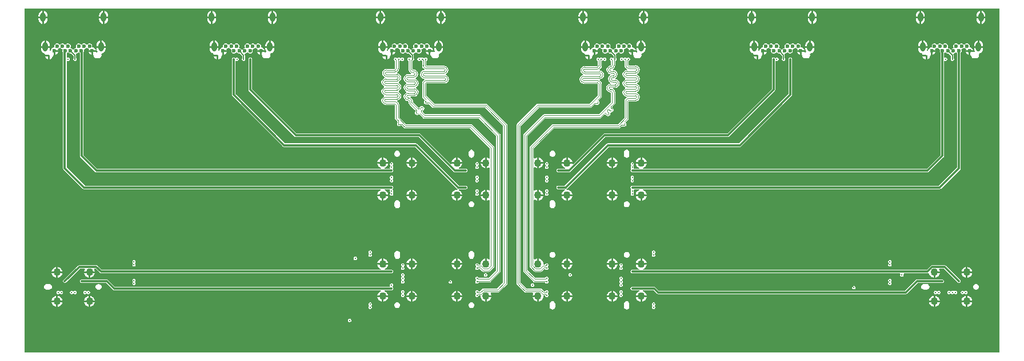
<source format=gbr>
%TF.GenerationSoftware,Altium Limited,Altium Designer,22.5.1 (42)*%
G04 Layer_Physical_Order=6*
G04 Layer_Color=48896*
%FSLAX26Y26*%
%MOIN*%
%TF.SameCoordinates,16E36816-DCA1-4F18-AD40-64303467345E*%
%TF.FilePolarity,Positive*%
%TF.FileFunction,Copper,L6,Inr,Signal*%
%TF.Part,Single*%
G01*
G75*
%TA.AperFunction,Conductor*%
%ADD10C,0.005906*%
%ADD18C,0.011811*%
%TA.AperFunction,ComponentPad*%
%ADD20C,0.043307*%
%ADD21C,0.023622*%
%ADD22O,0.031496X0.055118*%
%TA.AperFunction,ViaPad*%
%ADD23C,0.011811*%
%TA.AperFunction,Conductor*%
%ADD24C,0.004921*%
G36*
X6978028Y1191298D02*
X1289723D01*
Y3200465D01*
X6978028D01*
Y1191298D01*
D02*
G37*
%LPC*%
G36*
X6874685Y3186729D02*
Y3154607D01*
X6895655D01*
Y3161417D01*
X6894770Y3168139D01*
X6892175Y3174402D01*
X6888048Y3179781D01*
X6882670Y3183908D01*
X6876406Y3186503D01*
X6874685Y3186729D01*
D02*
G37*
G36*
X6864685Y3186729D02*
X6862963Y3186503D01*
X6856699Y3183908D01*
X6851321Y3179781D01*
X6847194Y3174402D01*
X6844599Y3168139D01*
X6843714Y3161417D01*
Y3154607D01*
X6864685D01*
Y3186729D01*
D02*
G37*
G36*
X3725078Y3186729D02*
Y3154607D01*
X3746048D01*
Y3161417D01*
X3745164Y3168139D01*
X3742569Y3174402D01*
X3738442Y3179781D01*
X3733063Y3183908D01*
X3726800Y3186503D01*
X3725078Y3186729D01*
D02*
G37*
G36*
X3715078Y3186729D02*
X3713357Y3186503D01*
X3707093Y3183908D01*
X3701715Y3179781D01*
X3697587Y3174402D01*
X3694993Y3168139D01*
X3694108Y3161417D01*
Y3154607D01*
X3715078D01*
Y3186729D01*
D02*
G37*
G36*
X6521141Y3186729D02*
Y3154606D01*
X6542111D01*
Y3161417D01*
X6541226Y3168139D01*
X6538632Y3174402D01*
X6534505Y3179781D01*
X6529126Y3183908D01*
X6522863Y3186503D01*
X6521141Y3186729D01*
D02*
G37*
G36*
X5536889D02*
Y3154606D01*
X5557859D01*
Y3161417D01*
X5556974Y3168139D01*
X5554380Y3174402D01*
X5550253Y3179781D01*
X5544874Y3183908D01*
X5538611Y3186503D01*
X5536889Y3186729D01*
D02*
G37*
G36*
X4552637D02*
Y3154606D01*
X4573607D01*
Y3161417D01*
X4572722Y3168139D01*
X4570128Y3174402D01*
X4566001Y3179781D01*
X4560622Y3183908D01*
X4554359Y3186503D01*
X4552637Y3186729D01*
D02*
G37*
G36*
X6511141D02*
X6509419Y3186503D01*
X6503156Y3183908D01*
X6497777Y3179781D01*
X6493650Y3174402D01*
X6491056Y3168139D01*
X6490171Y3161417D01*
Y3154606D01*
X6511141D01*
Y3186729D01*
D02*
G37*
G36*
X5526889D02*
X5525167Y3186503D01*
X5518904Y3183908D01*
X5513525Y3179781D01*
X5509398Y3174402D01*
X5506804Y3168139D01*
X5505919Y3161417D01*
Y3154606D01*
X5526889D01*
Y3186729D01*
D02*
G37*
G36*
X4542637D02*
X4540916Y3186503D01*
X4534652Y3183908D01*
X4529273Y3179781D01*
X4525146Y3174402D01*
X4522552Y3168139D01*
X4521667Y3161417D01*
Y3154606D01*
X4542637D01*
Y3186729D01*
D02*
G37*
G36*
X3371535Y3186729D02*
Y3154606D01*
X3392505D01*
Y3161417D01*
X3391620Y3168139D01*
X3389026Y3174402D01*
X3384898Y3179781D01*
X3379520Y3183908D01*
X3373256Y3186503D01*
X3371535Y3186729D01*
D02*
G37*
G36*
X2740826D02*
Y3154606D01*
X2761796D01*
Y3161417D01*
X2760912Y3168139D01*
X2758317Y3174402D01*
X2754190Y3179781D01*
X2748811Y3183908D01*
X2742548Y3186503D01*
X2740826Y3186729D01*
D02*
G37*
G36*
X2387283D02*
Y3154606D01*
X2408253D01*
Y3161417D01*
X2407368Y3168139D01*
X2404774Y3174402D01*
X2400646Y3179781D01*
X2395268Y3183908D01*
X2389004Y3186503D01*
X2387283Y3186729D01*
D02*
G37*
G36*
X1756574D02*
Y3154606D01*
X1777544D01*
Y3161417D01*
X1776659Y3168139D01*
X1774065Y3174402D01*
X1769938Y3179781D01*
X1764559Y3183908D01*
X1758296Y3186503D01*
X1756574Y3186729D01*
D02*
G37*
G36*
X1403031D02*
Y3154606D01*
X1424001D01*
Y3161417D01*
X1423116Y3168139D01*
X1420522Y3174402D01*
X1416395Y3179781D01*
X1411016Y3183908D01*
X1404752Y3186503D01*
X1403031Y3186729D01*
D02*
G37*
G36*
X3361535Y3186729D02*
X3359813Y3186503D01*
X3353550Y3183908D01*
X3348171Y3179781D01*
X3344044Y3174402D01*
X3341450Y3168139D01*
X3340565Y3161417D01*
Y3154606D01*
X3361535D01*
Y3186729D01*
D02*
G37*
G36*
X1393031D02*
X1391309Y3186503D01*
X1385046Y3183908D01*
X1379667Y3179781D01*
X1375540Y3174402D01*
X1372946Y3168139D01*
X1372061Y3161417D01*
Y3154606D01*
X1393031D01*
Y3186729D01*
D02*
G37*
G36*
X2730826D02*
X2729105Y3186503D01*
X2722841Y3183908D01*
X2717463Y3179781D01*
X2713335Y3174402D01*
X2710741Y3168139D01*
X2709856Y3161417D01*
Y3154606D01*
X2730826D01*
Y3186729D01*
D02*
G37*
G36*
X2377283D02*
X2375561Y3186503D01*
X2369298Y3183908D01*
X2363919Y3179781D01*
X2359792Y3174402D01*
X2357198Y3168139D01*
X2356313Y3161417D01*
Y3154606D01*
X2377283D01*
Y3186729D01*
D02*
G37*
G36*
X1746574D02*
X1744853Y3186503D01*
X1738589Y3183908D01*
X1733210Y3179781D01*
X1729083Y3174402D01*
X1726489Y3168139D01*
X1725604Y3161417D01*
Y3154606D01*
X1746574D01*
Y3186729D01*
D02*
G37*
G36*
X5890432Y3186729D02*
Y3154606D01*
X5911403D01*
Y3161417D01*
X5910518Y3168139D01*
X5907923Y3174402D01*
X5903796Y3179781D01*
X5898418Y3183908D01*
X5892154Y3186503D01*
X5890432Y3186729D01*
D02*
G37*
G36*
X4906180D02*
Y3154606D01*
X4927151D01*
Y3161417D01*
X4926266Y3168139D01*
X4923671Y3174402D01*
X4919544Y3179781D01*
X4914166Y3183908D01*
X4907902Y3186503D01*
X4906180Y3186729D01*
D02*
G37*
G36*
X5880432Y3186729D02*
X5878711Y3186503D01*
X5872447Y3183908D01*
X5867069Y3179781D01*
X5862942Y3174402D01*
X5860347Y3168139D01*
X5859462Y3161417D01*
Y3154606D01*
X5880432D01*
Y3186729D01*
D02*
G37*
G36*
X4896180D02*
X4894459Y3186503D01*
X4888195Y3183908D01*
X4882817Y3179781D01*
X4878690Y3174402D01*
X4876095Y3168139D01*
X4875210Y3161417D01*
Y3154606D01*
X4896180D01*
Y3186729D01*
D02*
G37*
G36*
X6895655Y3144607D02*
X6874685D01*
Y3112483D01*
X6876406Y3112710D01*
X6882670Y3115304D01*
X6888048Y3119432D01*
X6892175Y3124810D01*
X6894770Y3131074D01*
X6895655Y3137795D01*
Y3144607D01*
D02*
G37*
G36*
X5880432Y3144606D02*
X5859462D01*
Y3137795D01*
X5860347Y3131074D01*
X5862942Y3124810D01*
X5867069Y3119432D01*
X5872447Y3115304D01*
X5878711Y3112710D01*
X5880432Y3112483D01*
Y3144606D01*
D02*
G37*
G36*
X4896180D02*
X4875210D01*
Y3137795D01*
X4876095Y3131074D01*
X4878690Y3124810D01*
X4882817Y3119432D01*
X4888195Y3115304D01*
X4894459Y3112710D01*
X4896180Y3112483D01*
Y3144606D01*
D02*
G37*
G36*
X3746048Y3144607D02*
X3725078D01*
Y3112483D01*
X3726800Y3112710D01*
X3733063Y3115304D01*
X3738442Y3119432D01*
X3742569Y3124810D01*
X3745164Y3131074D01*
X3746048Y3137795D01*
Y3144607D01*
D02*
G37*
G36*
X2377283Y3144606D02*
X2356313D01*
Y3137795D01*
X2357198Y3131074D01*
X2359792Y3124810D01*
X2363919Y3119432D01*
X2369298Y3115304D01*
X2375561Y3112710D01*
X2377283Y3112483D01*
Y3144606D01*
D02*
G37*
G36*
X1746574D02*
X1725604D01*
Y3137795D01*
X1726489Y3131074D01*
X1729083Y3124810D01*
X1733210Y3119432D01*
X1738589Y3115304D01*
X1744853Y3112710D01*
X1746574Y3112483D01*
Y3144606D01*
D02*
G37*
G36*
X1393031D02*
X1372061D01*
Y3137795D01*
X1372946Y3131074D01*
X1375540Y3124810D01*
X1379667Y3119432D01*
X1385046Y3115304D01*
X1391309Y3112710D01*
X1393031Y3112483D01*
Y3144606D01*
D02*
G37*
G36*
X3361535D02*
X3340565D01*
Y3137795D01*
X3341450Y3131074D01*
X3344044Y3124810D01*
X3348171Y3119432D01*
X3353550Y3115304D01*
X3359813Y3112710D01*
X3361535Y3112483D01*
Y3144606D01*
D02*
G37*
G36*
X2730826D02*
X2709856D01*
Y3137795D01*
X2710741Y3131074D01*
X2713335Y3124810D01*
X2717463Y3119432D01*
X2722841Y3115304D01*
X2729105Y3112710D01*
X2730826Y3112483D01*
Y3144606D01*
D02*
G37*
G36*
X6542111Y3144606D02*
X6521141D01*
Y3112483D01*
X6522863Y3112710D01*
X6529126Y3115304D01*
X6534505Y3119432D01*
X6538632Y3124810D01*
X6541226Y3131074D01*
X6542111Y3137795D01*
Y3144606D01*
D02*
G37*
G36*
X5557859D02*
X5536889D01*
Y3112483D01*
X5538611Y3112710D01*
X5544874Y3115304D01*
X5550253Y3119432D01*
X5554380Y3124810D01*
X5556974Y3131074D01*
X5557859Y3137795D01*
Y3144606D01*
D02*
G37*
G36*
X4573607D02*
X4552637D01*
Y3112483D01*
X4554359Y3112710D01*
X4560622Y3115304D01*
X4566001Y3119432D01*
X4570128Y3124810D01*
X4572722Y3131074D01*
X4573607Y3137795D01*
Y3144606D01*
D02*
G37*
G36*
X6511141D02*
X6490171D01*
Y3137795D01*
X6491056Y3131074D01*
X6493650Y3124810D01*
X6497777Y3119432D01*
X6503156Y3115304D01*
X6509419Y3112710D01*
X6511141Y3112483D01*
Y3144606D01*
D02*
G37*
G36*
X5526889D02*
X5505919D01*
Y3137795D01*
X5506804Y3131074D01*
X5509398Y3124810D01*
X5513525Y3119432D01*
X5518904Y3115304D01*
X5525167Y3112710D01*
X5526889Y3112483D01*
Y3144606D01*
D02*
G37*
G36*
X4542637D02*
X4521667D01*
Y3137795D01*
X4522552Y3131074D01*
X4525146Y3124810D01*
X4529273Y3119432D01*
X4534652Y3115304D01*
X4540916Y3112710D01*
X4542637Y3112483D01*
Y3144606D01*
D02*
G37*
G36*
X2761796Y3144606D02*
X2740826D01*
Y3112483D01*
X2742548Y3112710D01*
X2748811Y3115304D01*
X2754190Y3119432D01*
X2758317Y3124810D01*
X2760912Y3131074D01*
X2761796Y3137795D01*
Y3144606D01*
D02*
G37*
G36*
X3392505D02*
X3371535D01*
Y3112483D01*
X3373256Y3112710D01*
X3379520Y3115304D01*
X3384898Y3119432D01*
X3389026Y3124810D01*
X3391620Y3131074D01*
X3392505Y3137795D01*
Y3144606D01*
D02*
G37*
G36*
X2408253D02*
X2387283D01*
Y3112483D01*
X2389004Y3112710D01*
X2395268Y3115304D01*
X2400646Y3119432D01*
X2404774Y3124810D01*
X2407368Y3131074D01*
X2408253Y3137795D01*
Y3144606D01*
D02*
G37*
G36*
X1777544D02*
X1756574D01*
Y3112483D01*
X1758296Y3112710D01*
X1764559Y3115304D01*
X1769938Y3119432D01*
X1774065Y3124810D01*
X1776659Y3131074D01*
X1777544Y3137795D01*
Y3144606D01*
D02*
G37*
G36*
X1424001D02*
X1403031D01*
Y3112483D01*
X1404752Y3112710D01*
X1411016Y3115304D01*
X1416395Y3119432D01*
X1420522Y3124810D01*
X1423116Y3131074D01*
X1424001Y3137795D01*
Y3144606D01*
D02*
G37*
G36*
X3715078Y3144607D02*
X3694108D01*
Y3137795D01*
X3694993Y3131074D01*
X3697587Y3124810D01*
X3701715Y3119432D01*
X3707093Y3115304D01*
X3713357Y3112710D01*
X3715078Y3112483D01*
Y3144607D01*
D02*
G37*
G36*
X4927151Y3144606D02*
X4906180D01*
Y3112483D01*
X4907902Y3112710D01*
X4914166Y3115304D01*
X4919544Y3119432D01*
X4923671Y3124810D01*
X4926266Y3131074D01*
X4927151Y3137795D01*
Y3144606D01*
D02*
G37*
G36*
X5911403D02*
X5890432D01*
Y3112483D01*
X5892154Y3112710D01*
X5898418Y3115304D01*
X5903796Y3119432D01*
X5907923Y3124810D01*
X5910518Y3131074D01*
X5911403Y3137795D01*
Y3144606D01*
D02*
G37*
G36*
X6864685Y3144607D02*
X6843714D01*
Y3137795D01*
X6844599Y3131074D01*
X6847194Y3124810D01*
X6851321Y3119432D01*
X6856699Y3115304D01*
X6862963Y3112710D01*
X6864685Y3112483D01*
Y3144607D01*
D02*
G37*
G36*
X6860511Y3013501D02*
Y2981378D01*
X6881481D01*
Y2988189D01*
X6880596Y2994911D01*
X6878002Y3001174D01*
X6873875Y3006553D01*
X6868496Y3010680D01*
X6862233Y3013274D01*
X6860511Y3013501D01*
D02*
G37*
G36*
X6535314D02*
Y2981378D01*
X6556285D01*
Y2988189D01*
X6555400Y2994911D01*
X6552805Y3001174D01*
X6548678Y3006553D01*
X6543300Y3010680D01*
X6537036Y3013274D01*
X6535314Y3013501D01*
D02*
G37*
G36*
X5876259D02*
Y2981378D01*
X5897229D01*
Y2988189D01*
X5896345Y2994911D01*
X5893750Y3001174D01*
X5889623Y3006553D01*
X5884244Y3010680D01*
X5877981Y3013274D01*
X5876259Y3013501D01*
D02*
G37*
G36*
X5551062D02*
Y2981378D01*
X5572033D01*
Y2988189D01*
X5571148Y2994911D01*
X5568553Y3001174D01*
X5564426Y3006553D01*
X5559047Y3010680D01*
X5552784Y3013274D01*
X5551062Y3013501D01*
D02*
G37*
G36*
X4892007D02*
Y2981378D01*
X4912977D01*
Y2988189D01*
X4912092Y2994911D01*
X4909498Y3001174D01*
X4905371Y3006553D01*
X4899992Y3010680D01*
X4893729Y3013274D01*
X4892007Y3013501D01*
D02*
G37*
G36*
X4566810D02*
Y2981378D01*
X4587781D01*
Y2988189D01*
X4586896Y2994911D01*
X4584301Y3001174D01*
X4580174Y3006553D01*
X4574796Y3010680D01*
X4568532Y3013274D01*
X4566810Y3013501D01*
D02*
G37*
G36*
X1417204D02*
Y2981378D01*
X1438174D01*
Y2988189D01*
X1437289Y2994911D01*
X1434695Y3001174D01*
X1430568Y3006553D01*
X1425189Y3010680D01*
X1418926Y3013274D01*
X1417204Y3013501D01*
D02*
G37*
G36*
X6850511D02*
X6848790Y3013274D01*
X6842526Y3010680D01*
X6837148Y3006553D01*
X6833020Y3001174D01*
X6830426Y2994911D01*
X6829541Y2988189D01*
Y2981378D01*
X6850511D01*
Y3013501D01*
D02*
G37*
G36*
X1407204D02*
X1405483Y3013274D01*
X1399219Y3010680D01*
X1393840Y3006553D01*
X1389713Y3001174D01*
X1387119Y2994911D01*
X1386234Y2988189D01*
Y2981378D01*
X1407204D01*
Y3013501D01*
D02*
G37*
G36*
X6525314D02*
X6523593Y3013274D01*
X6517329Y3010680D01*
X6511951Y3006553D01*
X6507824Y3001174D01*
X6505229Y2994911D01*
X6504344Y2988189D01*
Y2981378D01*
X6525314D01*
Y3013501D01*
D02*
G37*
G36*
X5866259D02*
X5864538Y3013274D01*
X5858274Y3010680D01*
X5852895Y3006553D01*
X5848768Y3001174D01*
X5846174Y2994911D01*
X5845289Y2988189D01*
Y2981378D01*
X5866259D01*
Y3013501D01*
D02*
G37*
G36*
X5541062D02*
X5539341Y3013274D01*
X5533077Y3010680D01*
X5527699Y3006553D01*
X5523572Y3001174D01*
X5520977Y2994911D01*
X5520092Y2988189D01*
Y2981378D01*
X5541062D01*
Y3013501D01*
D02*
G37*
G36*
X4882007D02*
X4880286Y3013274D01*
X4874022Y3010680D01*
X4868644Y3006553D01*
X4864516Y3001174D01*
X4861922Y2994911D01*
X4861037Y2988189D01*
Y2981378D01*
X4882007D01*
Y3013501D01*
D02*
G37*
G36*
X4556810D02*
X4555089Y3013274D01*
X4548825Y3010680D01*
X4543447Y3006553D01*
X4539319Y3001174D01*
X4536725Y2994911D01*
X4535840Y2988189D01*
Y2981378D01*
X4556810D01*
Y3013501D01*
D02*
G37*
G36*
X2726653Y3013501D02*
Y2981378D01*
X2747623D01*
Y2988189D01*
X2746738Y2994911D01*
X2744144Y3001174D01*
X2740017Y3006553D01*
X2734638Y3010680D01*
X2728374Y3013274D01*
X2726653Y3013501D01*
D02*
G37*
G36*
X2401456D02*
Y2981378D01*
X2422426D01*
Y2988189D01*
X2421541Y2994911D01*
X2418947Y3001174D01*
X2414820Y3006553D01*
X2409441Y3010680D01*
X2403178Y3013274D01*
X2401456Y3013501D01*
D02*
G37*
G36*
X1742401D02*
Y2981378D01*
X1763371D01*
Y2988189D01*
X1762486Y2994911D01*
X1759892Y3001174D01*
X1755765Y3006553D01*
X1750386Y3010680D01*
X1744122Y3013274D01*
X1742401Y3013501D01*
D02*
G37*
G36*
X3710905D02*
Y2981378D01*
X3731875D01*
Y2988189D01*
X3730990Y2994911D01*
X3728396Y3001174D01*
X3724269Y3006553D01*
X3718890Y3010680D01*
X3712626Y3013274D01*
X3710905Y3013501D01*
D02*
G37*
G36*
X3385708D02*
Y2981378D01*
X3406678D01*
Y2988189D01*
X3405793Y2994911D01*
X3403199Y3001174D01*
X3399072Y3006553D01*
X3393693Y3010680D01*
X3387430Y3013274D01*
X3385708Y3013501D01*
D02*
G37*
G36*
X2716653Y3013501D02*
X2714931Y3013274D01*
X2708668Y3010680D01*
X2703289Y3006553D01*
X2699162Y3001174D01*
X2696568Y2994911D01*
X2695683Y2988189D01*
Y2981378D01*
X2716653D01*
Y3013501D01*
D02*
G37*
G36*
X2391456D02*
X2389735Y3013274D01*
X2383471Y3010680D01*
X2378092Y3006553D01*
X2373965Y3001174D01*
X2371371Y2994911D01*
X2370486Y2988189D01*
Y2981378D01*
X2391456D01*
Y3013501D01*
D02*
G37*
G36*
X1732401D02*
X1730679Y3013274D01*
X1724416Y3010680D01*
X1719037Y3006553D01*
X1714910Y3001174D01*
X1712316Y2994911D01*
X1711431Y2988189D01*
Y2981378D01*
X1732401D01*
Y3013501D01*
D02*
G37*
G36*
X3700905D02*
X3699183Y3013274D01*
X3692920Y3010680D01*
X3687541Y3006553D01*
X3683414Y3001174D01*
X3680820Y2994911D01*
X3679935Y2988189D01*
Y2981378D01*
X3700905D01*
Y3013501D01*
D02*
G37*
G36*
X3375708D02*
X3373986Y3013274D01*
X3367723Y3010680D01*
X3362344Y3006553D01*
X3358217Y3001174D01*
X3355623Y2994911D01*
X3354738Y2988189D01*
Y2981378D01*
X3375708D01*
Y3013501D01*
D02*
G37*
G36*
X6727581Y2996654D02*
X6721237D01*
X6715377Y2994226D01*
X6710891Y2989741D01*
X6708464Y2983880D01*
Y2977537D01*
X6709971Y2973898D01*
X6707203Y2969014D01*
X6707042Y2968898D01*
X6705528D01*
X6699740Y2966500D01*
X6695747Y2962506D01*
X6692913Y2962270D01*
X6690079Y2962506D01*
X6686085Y2966500D01*
X6680297Y2968898D01*
X6678783D01*
X6678622Y2969014D01*
X6675854Y2973898D01*
X6677362Y2977537D01*
Y2983880D01*
X6674934Y2989741D01*
X6670449Y2994226D01*
X6664588Y2996654D01*
X6658245D01*
X6652385Y2994226D01*
X6648421Y2990262D01*
X6645763Y2989936D01*
X6642684Y2990216D01*
X6638841Y2994059D01*
X6633053Y2996457D01*
X6626788D01*
X6621000Y2994059D01*
X6617006Y2990065D01*
X6614173Y2989829D01*
X6611339Y2990065D01*
X6607345Y2994059D01*
X6601557Y2996457D01*
X6595292D01*
X6589504Y2994059D01*
X6585074Y2989629D01*
X6582677Y2983841D01*
Y2977576D01*
X6580929Y2974961D01*
X6578338D01*
X6570322Y2971640D01*
X6564186Y2965505D01*
X6560866Y2957488D01*
X6557341Y2955561D01*
X6555400Y2957845D01*
X6556285Y2964567D01*
Y2971378D01*
X6530314D01*
Y2976378D01*
D01*
Y2971378D01*
X6504344D01*
Y2964567D01*
X6505229Y2957845D01*
X6507824Y2951582D01*
X6511951Y2946203D01*
X6517329Y2942076D01*
X6523593Y2939482D01*
X6525907Y2939177D01*
X6529059Y2933719D01*
X6528578Y2932559D01*
X6551181D01*
Y2927559D01*
X6556181D01*
Y2904957D01*
X6564093Y2908234D01*
X6570505Y2914647D01*
X6573976Y2923025D01*
Y2927733D01*
X6577677Y2930792D01*
Y2953150D01*
X6582677D01*
Y2958150D01*
X6604214D01*
X6601455Y2964808D01*
X6601557Y2964961D01*
X6607345Y2967358D01*
X6611339Y2971352D01*
X6614173Y2971588D01*
X6617006Y2971352D01*
X6621000Y2967358D01*
X6626788Y2964961D01*
X6628302D01*
X6628463Y2964845D01*
X6631231Y2959961D01*
X6629724Y2956321D01*
Y2949978D01*
X6632151Y2944117D01*
X6633465Y2942803D01*
Y2905512D01*
Y2343807D01*
X6553831Y2264173D01*
X4898644D01*
X4897986Y2269173D01*
X4900013Y2269716D01*
X4907231Y2273883D01*
X4913124Y2279777D01*
X4917292Y2286995D01*
X4919226Y2294213D01*
X4887795D01*
X4856365D01*
X4858299Y2286995D01*
X4862466Y2279777D01*
X4868360Y2273883D01*
X4875578Y2269716D01*
X4877605Y2269173D01*
X4876946Y2264173D01*
X4847368D01*
X4846220Y2265564D01*
X4844637Y2269173D01*
X4845669Y2271664D01*
Y2275580D01*
X4844171Y2279197D01*
X4843110Y2280258D01*
X4841946Y2283465D01*
X4843110Y2286671D01*
X4844171Y2287732D01*
X4845669Y2291349D01*
Y2295265D01*
X4844171Y2298882D01*
X4841402Y2301651D01*
X4837785Y2303150D01*
X4833869D01*
X4830252Y2301651D01*
X4827483Y2298882D01*
X4825984Y2295265D01*
Y2291349D01*
X4827483Y2287732D01*
X4828544Y2286671D01*
X4829708Y2283465D01*
X4828544Y2280258D01*
X4827483Y2279197D01*
X4825984Y2275580D01*
Y2271664D01*
X4827483Y2268047D01*
X4828393Y2267136D01*
X4828801Y2266041D01*
X4828977Y2264834D01*
X4828624Y2261509D01*
X4828282Y2260715D01*
X4828029Y2260337D01*
X4827316Y2259624D01*
X4826930Y2258692D01*
X4826370Y2257854D01*
X4826173Y2256865D01*
X4825787Y2255934D01*
Y2254926D01*
X4825591Y2253937D01*
X4825787Y2252948D01*
Y2251940D01*
X4826173Y2251008D01*
X4826370Y2250020D01*
X4826930Y2249182D01*
X4827316Y2248250D01*
X4828029Y2247537D01*
X4828589Y2246699D01*
X4829427Y2246139D01*
X4830140Y2245426D01*
X4831071Y2245040D01*
X4831910Y2244480D01*
X4832898Y2244283D01*
X4833830Y2243898D01*
X4834838D01*
X4835827Y2243701D01*
X6558071D01*
X6561988Y2244480D01*
X6565309Y2246699D01*
X6650939Y2332329D01*
X6653158Y2335650D01*
X6653938Y2339568D01*
Y2893691D01*
X6655194Y2894796D01*
X6658938Y2896488D01*
X6661388Y2895472D01*
X6665382D01*
X6669072Y2897001D01*
X6671896Y2899825D01*
X6673425Y2903515D01*
Y2907509D01*
X6671896Y2911199D01*
X6669072Y2914023D01*
X6665382Y2915551D01*
X6661388D01*
X6658938Y2914536D01*
X6655194Y2916227D01*
X6653938Y2917333D01*
Y2939316D01*
X6654701Y2939632D01*
X6658665Y2943596D01*
X6661323Y2943923D01*
X6664401Y2943642D01*
X6668244Y2939799D01*
X6674032Y2937402D01*
X6680297D01*
X6682193Y2938187D01*
X6695733Y2924647D01*
Y2912406D01*
X6694414Y2911087D01*
X6692915Y2907470D01*
Y2903554D01*
X6694414Y2899936D01*
X6697182Y2897168D01*
X6700800Y2895669D01*
X6704716D01*
X6708333Y2897168D01*
X6711102Y2899936D01*
X6712600Y2903554D01*
Y2907470D01*
X6711102Y2911087D01*
X6709782Y2912406D01*
Y2927557D01*
X6709248Y2930245D01*
X6707807Y2932402D01*
X6707904Y2932921D01*
X6709918Y2937402D01*
X6711793D01*
X6717581Y2939799D01*
X6721424Y2943642D01*
X6724503Y2943923D01*
X6727161Y2943596D01*
X6731125Y2939632D01*
X6731891Y2939315D01*
Y2905512D01*
Y2272941D01*
X6624697Y2165748D01*
X4835827D01*
X4834838Y2165551D01*
X4833830D01*
X4832898Y2165165D01*
X4831910Y2164969D01*
X4831071Y2164409D01*
X4830140Y2164023D01*
X4829427Y2163310D01*
X4828589Y2162750D01*
X4828029Y2161912D01*
X4827316Y2161199D01*
X4826930Y2160267D01*
X4826370Y2159429D01*
X4826173Y2158440D01*
X4825787Y2157509D01*
Y2156501D01*
X4825591Y2155512D01*
X4825787Y2154523D01*
Y2153515D01*
X4826173Y2152583D01*
X4826370Y2151595D01*
X4826930Y2150756D01*
X4827316Y2149825D01*
X4828029Y2149112D01*
X4828282Y2148734D01*
X4828624Y2147940D01*
X4829037Y2144042D01*
X4828393Y2142312D01*
X4827483Y2141402D01*
X4825984Y2137785D01*
Y2133869D01*
X4827483Y2130251D01*
X4828544Y2129190D01*
X4829708Y2125984D01*
X4828544Y2122778D01*
X4827483Y2121717D01*
X4825984Y2118099D01*
Y2114184D01*
X4827483Y2110566D01*
X4830252Y2107798D01*
X4833869Y2106299D01*
X4837785D01*
X4841402Y2107798D01*
X4844171Y2110566D01*
X4845669Y2114184D01*
Y2118099D01*
X4844171Y2121717D01*
X4843110Y2122778D01*
X4841946Y2125984D01*
X4843110Y2129190D01*
X4844171Y2130251D01*
X4845669Y2133869D01*
Y2137785D01*
X4844637Y2140276D01*
X4846220Y2143885D01*
X4847368Y2145276D01*
X4876946D01*
X4877605Y2140276D01*
X4875578Y2139733D01*
X4868360Y2135565D01*
X4862466Y2129672D01*
X4858299Y2122454D01*
X4856365Y2115236D01*
X4887795D01*
X4919226D01*
X4917292Y2122454D01*
X4913124Y2129672D01*
X4907231Y2135565D01*
X4900013Y2139733D01*
X4897986Y2140276D01*
X4898644Y2145276D01*
X6628937D01*
X6632854Y2146055D01*
X6636175Y2148274D01*
X6749365Y2261463D01*
X6751583Y2264784D01*
X6752363Y2268701D01*
Y2905512D01*
Y2942806D01*
X6753674Y2944117D01*
X6756102Y2949978D01*
Y2956321D01*
X6754594Y2959961D01*
X6757362Y2964845D01*
X6757523Y2964961D01*
X6759037D01*
X6764825Y2967358D01*
X6768819Y2971352D01*
X6771653Y2971588D01*
X6774487Y2971352D01*
X6778480Y2967358D01*
X6784268Y2964961D01*
X6784370Y2964808D01*
X6781612Y2958150D01*
X6824686D01*
X6821640Y2965505D01*
X6815504Y2971640D01*
X6807488Y2974961D01*
X6804897D01*
X6803149Y2977576D01*
Y2983841D01*
X6800752Y2989629D01*
X6796322Y2994059D01*
X6790533Y2996457D01*
X6784269D01*
X6778480Y2994059D01*
X6774487Y2990065D01*
X6771653Y2989829D01*
X6768819Y2990065D01*
X6764825Y2994059D01*
X6759037Y2996457D01*
X6752772D01*
X6746984Y2994059D01*
X6743141Y2990216D01*
X6740063Y2989936D01*
X6737405Y2990262D01*
X6733441Y2994226D01*
X6727581Y2996654D01*
D02*
G37*
G36*
X5743328D02*
X5736985D01*
X5731125Y2994226D01*
X5726639Y2989741D01*
X5724212Y2983880D01*
Y2977537D01*
X5725719Y2973898D01*
X5722951Y2969014D01*
X5722790Y2968898D01*
X5721276D01*
X5715488Y2966500D01*
X5711495Y2962506D01*
X5708661Y2962270D01*
X5705827Y2962506D01*
X5701833Y2966500D01*
X5696045Y2968898D01*
X5694531D01*
X5694370Y2969014D01*
X5691602Y2973898D01*
X5693110Y2977537D01*
Y2983880D01*
X5690682Y2989741D01*
X5686197Y2994226D01*
X5680336Y2996654D01*
X5673993D01*
X5668133Y2994226D01*
X5664169Y2990262D01*
X5661511Y2989936D01*
X5658432Y2990216D01*
X5654589Y2994059D01*
X5648801Y2996457D01*
X5642536D01*
X5636748Y2994059D01*
X5632754Y2990065D01*
X5629921Y2989829D01*
X5627087Y2990065D01*
X5623093Y2994059D01*
X5617305Y2996457D01*
X5611040D01*
X5605252Y2994059D01*
X5600822Y2989629D01*
X5598425Y2983841D01*
Y2977576D01*
X5596677Y2974961D01*
X5594086D01*
X5586070Y2971640D01*
X5579934Y2965505D01*
X5576614Y2957488D01*
X5573088Y2955561D01*
X5571148Y2957845D01*
X5572033Y2964567D01*
Y2971378D01*
X5546062D01*
X5520092D01*
Y2964567D01*
X5520977Y2957845D01*
X5523572Y2951582D01*
X5527699Y2946203D01*
X5533077Y2942076D01*
X5539341Y2939482D01*
X5541655Y2939177D01*
X5544806Y2933719D01*
X5544326Y2932559D01*
X5566928D01*
Y2927559D01*
X5571928D01*
Y2904957D01*
X5579841Y2908234D01*
X5586253Y2914647D01*
X5589724Y2923025D01*
Y2927733D01*
X5593425Y2930792D01*
Y2953150D01*
X5598425D01*
Y2958150D01*
X5619962D01*
X5617203Y2964808D01*
X5617305Y2964961D01*
X5623093Y2967358D01*
X5627087Y2971352D01*
X5629921Y2971588D01*
X5632754Y2971352D01*
X5636748Y2967358D01*
X5642536Y2964961D01*
X5644050D01*
X5644211Y2964845D01*
X5646979Y2959961D01*
X5645472Y2956321D01*
Y2949978D01*
X5647899Y2944117D01*
X5652385Y2939632D01*
X5658245Y2937205D01*
X5664588D01*
X5670449Y2939632D01*
X5674413Y2943596D01*
X5677071Y2943923D01*
X5680149Y2943642D01*
X5683992Y2939799D01*
X5689780Y2937402D01*
X5696045D01*
X5697941Y2938187D01*
X5711481Y2924647D01*
Y2912406D01*
X5710162Y2911087D01*
X5708663Y2907470D01*
Y2903554D01*
X5710162Y2899936D01*
X5712930Y2897168D01*
X5716548Y2895669D01*
X5720463D01*
X5724081Y2897168D01*
X5726850Y2899936D01*
X5728348Y2903554D01*
Y2907470D01*
X5726850Y2911087D01*
X5725530Y2912406D01*
Y2927557D01*
X5724996Y2930245D01*
X5723555Y2932402D01*
X5723652Y2932921D01*
X5725666Y2937402D01*
X5727541D01*
X5733329Y2939799D01*
X5737172Y2943642D01*
X5740251Y2943923D01*
X5742909Y2943596D01*
X5746873Y2939632D01*
X5752733Y2937205D01*
X5759077D01*
X5764937Y2939632D01*
X5769422Y2944117D01*
X5771850Y2949978D01*
Y2956321D01*
X5770342Y2959961D01*
X5773110Y2964845D01*
X5773271Y2964961D01*
X5774785D01*
X5780573Y2967358D01*
X5784567Y2971352D01*
X5787401Y2971588D01*
X5790235Y2971352D01*
X5794229Y2967358D01*
X5800016Y2964961D01*
X5800118Y2964808D01*
X5797360Y2958150D01*
X5840434D01*
X5837387Y2965505D01*
X5831252Y2971640D01*
X5823235Y2974961D01*
X5820645D01*
X5818897Y2977576D01*
Y2983841D01*
X5816499Y2989629D01*
X5812069Y2994059D01*
X5806282Y2996457D01*
X5800016D01*
X5794229Y2994059D01*
X5790235Y2990065D01*
X5787401Y2989829D01*
X5784567Y2990065D01*
X5780573Y2994059D01*
X5774785Y2996457D01*
X5768520D01*
X5762732Y2994059D01*
X5758890Y2990216D01*
X5755811Y2989936D01*
X5753153Y2990262D01*
X5749189Y2994226D01*
X5743328Y2996654D01*
D02*
G37*
G36*
X4759077D02*
X4752733D01*
X4746873Y2994226D01*
X4742387Y2989741D01*
X4739960Y2983880D01*
Y2977537D01*
X4741467Y2973898D01*
X4738699Y2969014D01*
X4738538Y2968898D01*
X4737024D01*
X4731236Y2966500D01*
X4727243Y2962506D01*
X4724409Y2962270D01*
X4721575Y2962506D01*
X4717581Y2966500D01*
X4711793Y2968898D01*
X4710279D01*
X4710118Y2969014D01*
X4707350Y2973898D01*
X4708858Y2977537D01*
Y2983880D01*
X4706430Y2989741D01*
X4701945Y2994226D01*
X4696084Y2996654D01*
X4689741D01*
X4683881Y2994226D01*
X4679917Y2990262D01*
X4677259Y2989936D01*
X4674180Y2990216D01*
X4670337Y2994059D01*
X4664549Y2996457D01*
X4658284D01*
X4652496Y2994059D01*
X4648502Y2990065D01*
X4645669Y2989829D01*
X4642835Y2990065D01*
X4638841Y2994059D01*
X4633053Y2996457D01*
X4626788D01*
X4621000Y2994059D01*
X4616570Y2989629D01*
X4614173Y2983841D01*
Y2977576D01*
X4612425Y2974961D01*
X4609834D01*
X4601818Y2971640D01*
X4595682Y2965505D01*
X4592362Y2957488D01*
X4588837Y2955561D01*
X4586896Y2957845D01*
X4587781Y2964567D01*
Y2971378D01*
X4561810D01*
X4535840D01*
Y2964567D01*
X4536725Y2957845D01*
X4539319Y2951582D01*
X4543447Y2946203D01*
X4548825Y2942076D01*
X4555089Y2939482D01*
X4557403Y2939177D01*
X4560555Y2933719D01*
X4560074Y2932559D01*
X4582676D01*
Y2927559D01*
X4587676D01*
Y2904957D01*
X4595589Y2908234D01*
X4602001Y2914647D01*
X4605472Y2923025D01*
Y2927733D01*
X4609173Y2930792D01*
Y2953150D01*
X4614173D01*
Y2958150D01*
X4635710D01*
X4632951Y2964808D01*
X4633053Y2964961D01*
X4638841Y2967358D01*
X4642835Y2971352D01*
X4645669Y2971588D01*
X4648502Y2971352D01*
X4652496Y2967358D01*
X4658284Y2964961D01*
X4659798D01*
X4659959Y2964845D01*
X4662727Y2959961D01*
X4661220Y2956321D01*
Y2949978D01*
X4663647Y2944117D01*
X4668133Y2939632D01*
X4673993Y2937205D01*
X4680336D01*
X4686197Y2939632D01*
X4690161Y2943596D01*
X4692819Y2943923D01*
X4695897Y2943642D01*
X4699740Y2939799D01*
X4705528Y2937402D01*
X4711793D01*
X4713689Y2938187D01*
X4727229Y2924647D01*
Y2915129D01*
X4722658Y2912266D01*
X4721204Y2912793D01*
X4720142Y2913856D01*
X4716524Y2915354D01*
X4712609D01*
X4708991Y2913856D01*
X4706222Y2911087D01*
X4704724Y2907470D01*
Y2903554D01*
X4706222Y2899936D01*
X4708991Y2897168D01*
X4712080Y2895888D01*
Y2873528D01*
X4711141Y2868917D01*
X4701203Y2866940D01*
X4692777Y2861310D01*
X4687147Y2852884D01*
X4685170Y2842946D01*
X4687147Y2833007D01*
X4692777Y2824581D01*
X4701203Y2818951D01*
X4707210Y2817756D01*
X4708266Y2812448D01*
X4701967Y2808239D01*
X4696337Y2799814D01*
X4694360Y2789875D01*
X4696337Y2779936D01*
X4701967Y2771510D01*
X4707739Y2767653D01*
X4706683Y2762345D01*
X4698906Y2760798D01*
X4690480Y2755169D01*
X4684851Y2746743D01*
X4682874Y2736804D01*
X4684851Y2726865D01*
X4690480Y2718439D01*
X4698906Y2712810D01*
X4708845Y2710833D01*
X4712080Y2707173D01*
Y2655360D01*
X4639818Y2583098D01*
X4319993D01*
X4317496Y2582601D01*
X4315380Y2581187D01*
X4202726Y2468533D01*
X4201312Y2466417D01*
X4200816Y2463921D01*
Y1664032D01*
X4201312Y1661535D01*
X4202726Y1659419D01*
X4258392Y1603754D01*
X4260508Y1602340D01*
X4263004Y1601843D01*
X4327778D01*
X4329057Y1598755D01*
X4331826Y1595987D01*
X4335444Y1594488D01*
X4339359D01*
X4342977Y1595987D01*
X4345745Y1598755D01*
X4347244Y1602373D01*
Y1606289D01*
X4345745Y1609906D01*
X4344684Y1610967D01*
X4343521Y1614173D01*
X4344684Y1617379D01*
X4345745Y1618440D01*
X4347244Y1622058D01*
Y1625974D01*
X4345745Y1629591D01*
X4342977Y1632360D01*
X4339359Y1633858D01*
X4335444D01*
X4331826Y1632360D01*
X4329057Y1629591D01*
X4327778Y1626503D01*
X4270517D01*
X4225476Y1671544D01*
Y2456408D01*
X4327505Y2558438D01*
X4647330D01*
X4649827Y2558934D01*
X4651943Y2560348D01*
X4675066Y2583471D01*
X4675298Y2583239D01*
X4675729Y2583418D01*
X4676160Y2583239D01*
X4676392Y2583471D01*
X4676392Y2583471D01*
X4683719Y2576144D01*
X4683719Y2576144D01*
X4683616Y2576041D01*
X4688200Y2572978D01*
X4693607Y2571902D01*
X4699014Y2572978D01*
X4703598Y2576040D01*
X4703598Y2576040D01*
X4706661Y2580624D01*
X4707737Y2586032D01*
X4706661Y2591439D01*
X4709812Y2595723D01*
X4712530Y2595182D01*
X4717938Y2596258D01*
X4722522Y2599321D01*
Y2599321D01*
X4725585Y2603905D01*
X4726660Y2609312D01*
X4725585Y2614719D01*
X4722522Y2619303D01*
X4722522Y2619303D01*
X4719148Y2622906D01*
X4717502Y2625333D01*
Y2625443D01*
X4720805Y2629210D01*
X4734829Y2643235D01*
X4736243Y2645351D01*
X4736740Y2647847D01*
Y2710269D01*
X4737114D01*
X4735137Y2720207D01*
X4729507Y2728633D01*
X4723358Y2732742D01*
X4724875Y2737742D01*
X4735883D01*
Y2737368D01*
X4745821Y2739345D01*
X4754247Y2744975D01*
X4759877Y2753401D01*
X4761854Y2763339D01*
X4759877Y2773278D01*
X4754247Y2781704D01*
X4745821Y2787334D01*
X4738056Y2788878D01*
X4737000Y2794186D01*
X4742776Y2798046D01*
X4748405Y2806471D01*
X4750382Y2816410D01*
X4748405Y2826349D01*
X4742776Y2834775D01*
X4734350Y2840405D01*
X4725199Y2842225D01*
X4723656Y2845593D01*
X4723358Y2847008D01*
X4729507Y2851116D01*
X4735137Y2859542D01*
X4737114Y2869481D01*
X4736740D01*
Y2895888D01*
X4739829Y2897168D01*
X4742598Y2899936D01*
X4744096Y2903554D01*
Y2907470D01*
X4742598Y2911087D01*
X4741278Y2912406D01*
Y2927557D01*
X4740744Y2930245D01*
X4739303Y2932402D01*
X4739400Y2932921D01*
X4741414Y2937402D01*
X4743289D01*
X4749077Y2939799D01*
X4752920Y2943642D01*
X4755999Y2943923D01*
X4758657Y2943596D01*
X4762621Y2939632D01*
X4768481Y2937205D01*
X4774824D01*
X4780685Y2939632D01*
X4785170Y2944117D01*
X4787598Y2949978D01*
Y2956321D01*
X4786090Y2959961D01*
X4788858Y2964845D01*
X4789019Y2964961D01*
X4790533D01*
X4796321Y2967358D01*
X4800315Y2971352D01*
X4803149Y2971588D01*
X4805983Y2971352D01*
X4809976Y2967358D01*
X4815764Y2964961D01*
X4815866Y2964808D01*
X4813108Y2958150D01*
X4856182D01*
X4853136Y2965505D01*
X4847000Y2971640D01*
X4838984Y2974961D01*
X4836393D01*
X4834645Y2977576D01*
Y2983841D01*
X4832248Y2989629D01*
X4827818Y2994059D01*
X4822029Y2996457D01*
X4815765D01*
X4809976Y2994059D01*
X4805983Y2990065D01*
X4803149Y2989829D01*
X4800315Y2990065D01*
X4796321Y2994059D01*
X4790533Y2996457D01*
X4784268D01*
X4778480Y2994059D01*
X4774637Y2990216D01*
X4771559Y2989936D01*
X4768901Y2990262D01*
X4764937Y2994226D01*
X4759077Y2996654D01*
D02*
G37*
G36*
X3577974D02*
X3571631D01*
X3565771Y2994226D01*
X3561285Y2989741D01*
X3558858Y2983880D01*
Y2977537D01*
X3560365Y2973898D01*
X3557597Y2969014D01*
X3557436Y2968898D01*
X3555922D01*
X3550134Y2966500D01*
X3546140Y2962506D01*
X3543307Y2962270D01*
X3540473Y2962506D01*
X3536479Y2966500D01*
X3530691Y2968898D01*
X3529177D01*
X3529016Y2969014D01*
X3526248Y2973898D01*
X3527755Y2977537D01*
Y2983880D01*
X3525328Y2989741D01*
X3520843Y2994226D01*
X3514982Y2996654D01*
X3508639D01*
X3502778Y2994226D01*
X3498815Y2990262D01*
X3496156Y2989936D01*
X3493078Y2990216D01*
X3489235Y2994059D01*
X3483447Y2996457D01*
X3477182D01*
X3471394Y2994059D01*
X3467400Y2990065D01*
X3464566Y2989829D01*
X3461733Y2990065D01*
X3457739Y2994059D01*
X3451951Y2996457D01*
X3445686D01*
X3439898Y2994059D01*
X3435468Y2989629D01*
X3433070Y2983841D01*
Y2977576D01*
X3431323Y2974961D01*
X3428732D01*
X3420715Y2971640D01*
X3414580Y2965505D01*
X3411259Y2957488D01*
X3407734Y2955561D01*
X3405793Y2957845D01*
X3406678Y2964567D01*
Y2971378D01*
X3380708D01*
Y2976378D01*
D01*
Y2971378D01*
X3354738D01*
Y2964567D01*
X3355623Y2957845D01*
X3358217Y2951582D01*
X3362344Y2946203D01*
X3367723Y2942076D01*
X3373986Y2939482D01*
X3376301Y2939177D01*
X3379452Y2933719D01*
X3378972Y2932559D01*
X3401574D01*
Y2927559D01*
X3406574D01*
Y2904957D01*
X3414487Y2908234D01*
X3420899Y2914647D01*
X3424369Y2923025D01*
Y2927733D01*
X3428070Y2930792D01*
Y2953150D01*
X3433070D01*
Y2958150D01*
X3454607D01*
X3451849Y2964808D01*
X3451951Y2964961D01*
X3457739Y2967358D01*
X3461733Y2971352D01*
X3464566Y2971588D01*
X3467400Y2971352D01*
X3471394Y2967358D01*
X3477182Y2964961D01*
X3478696D01*
X3478857Y2964845D01*
X3481625Y2959961D01*
X3480117Y2956321D01*
Y2949978D01*
X3482545Y2944117D01*
X3487030Y2939632D01*
X3492891Y2937205D01*
X3499234D01*
X3505095Y2939632D01*
X3509058Y2943596D01*
X3511716Y2943923D01*
X3514795Y2943642D01*
X3518638Y2939799D01*
X3524426Y2937402D01*
X3530691D01*
X3532587Y2938187D01*
X3546127Y2924647D01*
Y2915131D01*
X3541555Y2912266D01*
X3540101Y2912793D01*
X3539038Y2913856D01*
X3535421Y2915354D01*
X3531505D01*
X3527887Y2913856D01*
X3525119Y2911087D01*
X3523620Y2907470D01*
Y2903554D01*
X3525119Y2899936D01*
X3527887Y2897168D01*
X3530977Y2895888D01*
Y2845565D01*
X3530603D01*
X3532580Y2835626D01*
X3538210Y2827201D01*
X3544358Y2823092D01*
X3542842Y2818092D01*
X3528143D01*
Y2818466D01*
X3518204Y2816489D01*
X3509778Y2810859D01*
X3504148Y2802433D01*
X3502171Y2792494D01*
X3504148Y2782556D01*
X3509778Y2774130D01*
X3518186Y2768512D01*
X3518204Y2768418D01*
Y2763500D01*
X3518186Y2763406D01*
X3509778Y2757788D01*
X3504148Y2749363D01*
X3502171Y2739424D01*
X3504148Y2729485D01*
X3509778Y2721059D01*
X3518186Y2715442D01*
X3518204Y2715347D01*
Y2710430D01*
X3518186Y2710335D01*
X3509778Y2704718D01*
X3504148Y2696292D01*
X3502171Y2686353D01*
X3504148Y2676414D01*
X3509778Y2667988D01*
X3518204Y2662358D01*
X3528143Y2660381D01*
X3530977Y2656555D01*
Y2647847D01*
X3531473Y2645351D01*
X3532887Y2643235D01*
X3538944Y2637178D01*
X3538944Y2637178D01*
X3568709Y2607413D01*
X3569755Y2606219D01*
X3570809Y2604666D01*
X3572012Y2602847D01*
Y2602783D01*
X3572030Y2602766D01*
X3572140Y2602653D01*
X3569078Y2598070D01*
X3568002Y2592662D01*
X3569078Y2587255D01*
X3572140Y2582672D01*
X3572141Y2582671D01*
X3576725Y2579608D01*
X3582132Y2578533D01*
X3587539Y2579608D01*
X3592123Y2582671D01*
X3592233Y2582562D01*
X3592253Y2582543D01*
X3592292Y2582559D01*
X3596048Y2580074D01*
X3615774Y2560348D01*
X3617890Y2558934D01*
X3620386Y2558438D01*
X3940211D01*
X4042241Y2456408D01*
Y1671544D01*
X3997200Y1626503D01*
X3939938D01*
X3938659Y1629591D01*
X3935890Y1632360D01*
X3932273Y1633858D01*
X3928357D01*
X3924740Y1632360D01*
X3921971Y1629591D01*
X3920472Y1625974D01*
Y1622058D01*
X3921971Y1618440D01*
X3923032Y1617379D01*
X3924196Y1614173D01*
X3923032Y1610967D01*
X3921971Y1609906D01*
X3920472Y1606289D01*
Y1602373D01*
X3921971Y1598755D01*
X3924740Y1595987D01*
X3928357Y1594488D01*
X3932273D01*
X3935890Y1595987D01*
X3938659Y1598755D01*
X3939938Y1601843D01*
X4004712D01*
X4007209Y1602340D01*
X4009325Y1603754D01*
X4064990Y1659419D01*
X4066404Y1661535D01*
X4066901Y1664032D01*
Y2463921D01*
X4066404Y2466417D01*
X4064990Y2468533D01*
X3952336Y2581187D01*
X3950220Y2582601D01*
X3947724Y2583098D01*
X3627899D01*
X3622164Y2588833D01*
X3622163Y2588833D01*
X3614210Y2596786D01*
Y2603308D01*
X3618416Y2607514D01*
X3618520Y2607411D01*
X3621583Y2611995D01*
X3622658Y2617402D01*
X3621583Y2622809D01*
X3618520Y2627393D01*
X3618520Y2627393D01*
X3613936Y2630456D01*
X3608529Y2631532D01*
X3603121Y2630456D01*
X3598537Y2627394D01*
X3598537Y2627393D01*
X3598537Y2627393D01*
Y2627186D01*
X3591837Y2620486D01*
X3591604Y2620718D01*
X3591173Y2620539D01*
X3590743Y2620718D01*
X3590510Y2620486D01*
X3562058Y2648938D01*
X3562058Y2648939D01*
X3556130Y2654867D01*
X3556010Y2659818D01*
X3556010D01*
X3554033Y2669756D01*
X3548403Y2678182D01*
X3542255Y2682291D01*
X3543771Y2687291D01*
X3563936D01*
Y2686917D01*
X3573874Y2688894D01*
X3582300Y2694524D01*
X3587930Y2702950D01*
X3589907Y2712888D01*
X3587930Y2722827D01*
X3582300Y2731253D01*
X3573893Y2736870D01*
X3573874Y2736965D01*
Y2741882D01*
X3573893Y2741977D01*
X3582300Y2747595D01*
X3587930Y2756020D01*
X3589907Y2765959D01*
X3587930Y2775898D01*
X3582300Y2784324D01*
X3573874Y2789954D01*
X3571904Y2790345D01*
X3571333Y2792413D01*
X3571376Y2795548D01*
X3579035Y2800665D01*
X3584664Y2809091D01*
X3586642Y2819030D01*
X3584664Y2828969D01*
X3579035Y2837394D01*
X3570609Y2843024D01*
X3560670Y2845001D01*
X3560670Y2845001D01*
X3555965Y2845565D01*
X3555637Y2850185D01*
Y2895888D01*
X3558726Y2897168D01*
X3561494Y2899936D01*
X3562993Y2903554D01*
Y2907470D01*
X3561494Y2911087D01*
X3560176Y2912405D01*
Y2927557D01*
X3559641Y2930245D01*
X3558200Y2932402D01*
X3558297Y2932921D01*
X3560312Y2937402D01*
X3562187D01*
X3567975Y2939799D01*
X3571818Y2943642D01*
X3574896Y2943923D01*
X3577555Y2943596D01*
X3581519Y2939632D01*
X3587379Y2937205D01*
X3593722D01*
X3599583Y2939632D01*
X3604068Y2944117D01*
X3606495Y2949978D01*
Y2956321D01*
X3604988Y2959961D01*
X3607756Y2964845D01*
X3607917Y2964961D01*
X3609431D01*
X3615219Y2967358D01*
X3619213Y2971352D01*
X3622047Y2971588D01*
X3624880Y2971352D01*
X3628874Y2967358D01*
X3634662Y2964961D01*
X3634764Y2964808D01*
X3632006Y2958150D01*
X3675080D01*
X3672033Y2965505D01*
X3665898Y2971640D01*
X3657881Y2974961D01*
X3655290D01*
X3653543Y2977576D01*
Y2983841D01*
X3651145Y2989629D01*
X3646715Y2994059D01*
X3640927Y2996457D01*
X3634662D01*
X3628874Y2994059D01*
X3624880Y2990065D01*
X3622047Y2989829D01*
X3619213Y2990065D01*
X3615219Y2994059D01*
X3609431Y2996457D01*
X3603166D01*
X3597378Y2994059D01*
X3593535Y2990216D01*
X3590457Y2989936D01*
X3587798Y2990262D01*
X3583835Y2994226D01*
X3577974Y2996654D01*
D02*
G37*
G36*
X2593722D02*
X2587379D01*
X2581519Y2994226D01*
X2577033Y2989741D01*
X2574606Y2983880D01*
Y2977537D01*
X2576113Y2973898D01*
X2573345Y2969014D01*
X2573184Y2968898D01*
X2571670D01*
X2565882Y2966500D01*
X2561888Y2962506D01*
X2559055Y2962270D01*
X2556221Y2962506D01*
X2552227Y2966500D01*
X2546439Y2968898D01*
X2544925D01*
X2544764Y2969014D01*
X2541996Y2973898D01*
X2543503Y2977537D01*
Y2983880D01*
X2541076Y2989741D01*
X2536590Y2994226D01*
X2530730Y2996654D01*
X2524387D01*
X2518526Y2994226D01*
X2514563Y2990262D01*
X2511904Y2989936D01*
X2508826Y2990216D01*
X2504983Y2994059D01*
X2499195Y2996457D01*
X2492930D01*
X2487142Y2994059D01*
X2483148Y2990065D01*
X2480314Y2989829D01*
X2477481Y2990065D01*
X2473487Y2994059D01*
X2467699Y2996457D01*
X2461434D01*
X2455646Y2994059D01*
X2451216Y2989629D01*
X2448818Y2983841D01*
Y2977576D01*
X2447071Y2974961D01*
X2444480D01*
X2436463Y2971640D01*
X2430328Y2965505D01*
X2427007Y2957488D01*
X2423482Y2955561D01*
X2421541Y2957845D01*
X2422426Y2964567D01*
Y2971378D01*
X2396456D01*
X2370486D01*
Y2964567D01*
X2371371Y2957845D01*
X2373965Y2951582D01*
X2378092Y2946203D01*
X2383471Y2942076D01*
X2389735Y2939482D01*
X2392049Y2939177D01*
X2395200Y2933719D01*
X2394720Y2932559D01*
X2417322D01*
Y2927559D01*
X2422322D01*
Y2904957D01*
X2430235Y2908234D01*
X2436647Y2914647D01*
X2440117Y2923025D01*
Y2927733D01*
X2443818Y2930792D01*
Y2953150D01*
X2448818D01*
Y2958150D01*
X2470355D01*
X2467597Y2964808D01*
X2467699Y2964961D01*
X2473487Y2967358D01*
X2477481Y2971352D01*
X2480314Y2971588D01*
X2483148Y2971352D01*
X2487142Y2967358D01*
X2492930Y2964961D01*
X2494444D01*
X2494605Y2964845D01*
X2497373Y2959961D01*
X2495865Y2956321D01*
Y2949978D01*
X2498293Y2944117D01*
X2502778Y2939632D01*
X2508639Y2937205D01*
X2514982D01*
X2520843Y2939632D01*
X2524806Y2943596D01*
X2527465Y2943923D01*
X2530543Y2943642D01*
X2534386Y2939799D01*
X2540174Y2937402D01*
X2546439D01*
X2548335Y2938187D01*
X2561875Y2924647D01*
Y2912406D01*
X2560555Y2911087D01*
X2559057Y2907470D01*
Y2903554D01*
X2560555Y2899936D01*
X2563324Y2897168D01*
X2566942Y2895669D01*
X2570857D01*
X2574475Y2897168D01*
X2577243Y2899936D01*
X2578742Y2903554D01*
Y2907470D01*
X2577243Y2911087D01*
X2575924Y2912406D01*
Y2927557D01*
X2575389Y2930245D01*
X2573948Y2932402D01*
X2574045Y2932921D01*
X2576060Y2937402D01*
X2577935D01*
X2583723Y2939799D01*
X2587566Y2943642D01*
X2590644Y2943923D01*
X2593303Y2943596D01*
X2597267Y2939632D01*
X2603127Y2937205D01*
X2609470D01*
X2615331Y2939632D01*
X2619816Y2944117D01*
X2622244Y2949978D01*
Y2956321D01*
X2620736Y2959961D01*
X2623504Y2964845D01*
X2623665Y2964961D01*
X2625179D01*
X2630967Y2967358D01*
X2634961Y2971352D01*
X2637795Y2971588D01*
X2640628Y2971352D01*
X2644622Y2967358D01*
X2650410Y2964961D01*
X2650512Y2964808D01*
X2647754Y2958150D01*
X2690828D01*
X2687781Y2965505D01*
X2681646Y2971640D01*
X2673629Y2974961D01*
X2671038D01*
X2669291Y2977576D01*
Y2983841D01*
X2666893Y2989629D01*
X2662463Y2994059D01*
X2656675Y2996457D01*
X2650410D01*
X2644622Y2994059D01*
X2640628Y2990065D01*
X2637795Y2989829D01*
X2634961Y2990065D01*
X2630967Y2994059D01*
X2625179Y2996457D01*
X2618914D01*
X2613126Y2994059D01*
X2609283Y2990216D01*
X2606205Y2989936D01*
X2603546Y2990262D01*
X2599583Y2994226D01*
X2593722Y2996654D01*
D02*
G37*
G36*
X1609470D02*
X1603127D01*
X1597266Y2994226D01*
X1592781Y2989741D01*
X1590354Y2983880D01*
Y2977537D01*
X1591861Y2973898D01*
X1589093Y2969014D01*
X1588932Y2968898D01*
X1587418D01*
X1581630Y2966500D01*
X1577636Y2962506D01*
X1574803Y2962270D01*
X1571969Y2962506D01*
X1567975Y2966500D01*
X1562187Y2968898D01*
X1560673D01*
X1560512Y2969014D01*
X1557744Y2973898D01*
X1559251Y2977537D01*
Y2983880D01*
X1556824Y2989741D01*
X1552339Y2994226D01*
X1546478Y2996654D01*
X1540135D01*
X1534274Y2994226D01*
X1530311Y2990262D01*
X1527652Y2989936D01*
X1524574Y2990216D01*
X1520731Y2994059D01*
X1514943Y2996457D01*
X1508678D01*
X1502890Y2994059D01*
X1498896Y2990065D01*
X1496062Y2989829D01*
X1493229Y2990065D01*
X1489235Y2994059D01*
X1483447Y2996457D01*
X1477182D01*
X1471394Y2994059D01*
X1466964Y2989629D01*
X1464566Y2983841D01*
Y2977576D01*
X1462819Y2974961D01*
X1460228D01*
X1452211Y2971640D01*
X1446076Y2965505D01*
X1442755Y2957488D01*
X1439230Y2955561D01*
X1437289Y2957845D01*
X1438174Y2964567D01*
Y2971378D01*
X1412204D01*
X1386234D01*
Y2964567D01*
X1387119Y2957845D01*
X1389713Y2951582D01*
X1393840Y2946203D01*
X1399219Y2942076D01*
X1405483Y2939482D01*
X1407797Y2939177D01*
X1410948Y2933719D01*
X1410468Y2932559D01*
X1433070D01*
Y2927559D01*
X1438070D01*
Y2904957D01*
X1445983Y2908234D01*
X1452395Y2914647D01*
X1455866Y2923025D01*
Y2927733D01*
X1459566Y2930792D01*
Y2953150D01*
X1464566D01*
Y2958150D01*
X1486103D01*
X1483345Y2964808D01*
X1483447Y2964961D01*
X1489235Y2967358D01*
X1493229Y2971352D01*
X1496062Y2971588D01*
X1498896Y2971352D01*
X1502890Y2967358D01*
X1508678Y2964961D01*
X1510192D01*
X1510353Y2964845D01*
X1513121Y2959961D01*
X1511613Y2956321D01*
Y2949978D01*
X1514041Y2944117D01*
X1515353Y2942806D01*
Y2905512D01*
Y2268701D01*
X1516132Y2264784D01*
X1518351Y2261463D01*
X1631540Y2148274D01*
X1634861Y2146055D01*
X1638778Y2145276D01*
X3369072D01*
X3369731Y2140276D01*
X3367703Y2139733D01*
X3360485Y2135565D01*
X3354592Y2129672D01*
X3350425Y2122454D01*
X3348491Y2115236D01*
X3379921D01*
X3411352D01*
X3409418Y2122454D01*
X3405250Y2129672D01*
X3399357Y2135565D01*
X3392139Y2139733D01*
X3390112Y2140276D01*
X3390770Y2145276D01*
X3420348D01*
X3421497Y2143885D01*
X3423079Y2140276D01*
X3422047Y2137785D01*
Y2133869D01*
X3423546Y2130251D01*
X3424607Y2129190D01*
X3425770Y2125984D01*
X3424607Y2122778D01*
X3423546Y2121717D01*
X3422047Y2118099D01*
Y2114184D01*
X3423546Y2110566D01*
X3426314Y2107798D01*
X3429932Y2106299D01*
X3433847D01*
X3437465Y2107798D01*
X3440234Y2110566D01*
X3441732Y2114184D01*
Y2118099D01*
X3440234Y2121717D01*
X3439173Y2122778D01*
X3438009Y2125984D01*
X3439173Y2129190D01*
X3440234Y2130251D01*
X3441732Y2133869D01*
Y2137785D01*
X3440234Y2141402D01*
X3439323Y2142313D01*
X3438679Y2144041D01*
X3439091Y2147939D01*
X3439434Y2148734D01*
X3439686Y2149112D01*
X3440399Y2149825D01*
X3440785Y2150756D01*
X3441345Y2151595D01*
X3441542Y2152583D01*
X3441928Y2153515D01*
Y2154523D01*
X3442125Y2155512D01*
X3441928Y2156501D01*
Y2157509D01*
X3441542Y2158440D01*
X3441345Y2159429D01*
X3440785Y2160267D01*
X3440399Y2161199D01*
X3439686Y2161912D01*
X3439126Y2162750D01*
X3438288Y2163310D01*
X3437575Y2164023D01*
X3436644Y2164409D01*
X3435806Y2164969D01*
X3434817Y2165165D01*
X3433885Y2165551D01*
X3432877D01*
X3431889Y2165748D01*
X1643018D01*
X1535825Y2272941D01*
Y2893693D01*
X1537084Y2894800D01*
X1540825Y2896488D01*
X1543278Y2895472D01*
X1547272D01*
X1550962Y2897001D01*
X1553786Y2899825D01*
X1555314Y2903515D01*
Y2907509D01*
X1553786Y2911199D01*
X1550962Y2914023D01*
X1547272Y2915551D01*
X1543278D01*
X1540825Y2914535D01*
X1537084Y2916224D01*
X1535825Y2917331D01*
Y2939315D01*
X1536591Y2939632D01*
X1540554Y2943596D01*
X1543213Y2943923D01*
X1546291Y2943642D01*
X1550134Y2939799D01*
X1555922Y2937402D01*
X1562187D01*
X1564083Y2938187D01*
X1577623Y2924647D01*
Y2912406D01*
X1576303Y2911087D01*
X1574805Y2907470D01*
Y2903554D01*
X1576303Y2899936D01*
X1579072Y2897168D01*
X1582690Y2895669D01*
X1586605D01*
X1590223Y2897168D01*
X1592991Y2899936D01*
X1594490Y2903554D01*
Y2907470D01*
X1592991Y2911087D01*
X1591672Y2912406D01*
Y2927557D01*
X1591137Y2930245D01*
X1589696Y2932402D01*
X1589793Y2932921D01*
X1591808Y2937402D01*
X1593683D01*
X1599471Y2939799D01*
X1603314Y2943642D01*
X1606392Y2943923D01*
X1609051Y2943596D01*
X1613014Y2939632D01*
X1613778Y2939316D01*
Y2905512D01*
Y2339568D01*
X1614557Y2335650D01*
X1616776Y2332329D01*
X1702406Y2246699D01*
X1705727Y2244480D01*
X1709644Y2243701D01*
X3431889D01*
X3432877Y2243898D01*
X3433885D01*
X3434817Y2244283D01*
X3435806Y2244480D01*
X3436644Y2245040D01*
X3437575Y2245426D01*
X3438288Y2246139D01*
X3439126Y2246699D01*
X3439686Y2247537D01*
X3440399Y2248250D01*
X3440785Y2249182D01*
X3441345Y2250020D01*
X3441542Y2251008D01*
X3441928Y2251940D01*
Y2252948D01*
X3442125Y2253937D01*
X3441928Y2254926D01*
Y2255934D01*
X3441542Y2256865D01*
X3441345Y2257854D01*
X3440785Y2258692D01*
X3440399Y2259624D01*
X3439686Y2260337D01*
X3439434Y2260714D01*
X3439091Y2261510D01*
X3438739Y2264834D01*
X3438915Y2266041D01*
X3439323Y2267136D01*
X3440234Y2268047D01*
X3441732Y2271664D01*
Y2275580D01*
X3440234Y2279197D01*
X3439173Y2280258D01*
X3438009Y2283465D01*
X3439173Y2286671D01*
X3440234Y2287732D01*
X3441732Y2291349D01*
Y2295265D01*
X3440234Y2298882D01*
X3437465Y2301651D01*
X3433847Y2303150D01*
X3429932D01*
X3426314Y2301651D01*
X3423546Y2298882D01*
X3422047Y2295265D01*
Y2291349D01*
X3423546Y2287732D01*
X3424607Y2286671D01*
X3425770Y2283465D01*
X3424607Y2280258D01*
X3423546Y2279197D01*
X3422047Y2275580D01*
Y2271664D01*
X3423079Y2269173D01*
X3421497Y2265564D01*
X3420348Y2264173D01*
X3390770D01*
X3390112Y2269173D01*
X3392139Y2269716D01*
X3399357Y2273883D01*
X3405250Y2279777D01*
X3409418Y2286995D01*
X3411352Y2294213D01*
X3379921D01*
X3348491D01*
X3350425Y2286995D01*
X3354592Y2279777D01*
X3360485Y2273883D01*
X3367703Y2269716D01*
X3369731Y2269173D01*
X3369072Y2264173D01*
X1713884D01*
X1634250Y2343807D01*
Y2905512D01*
Y2942803D01*
X1635564Y2944117D01*
X1637992Y2949978D01*
Y2956321D01*
X1636484Y2959961D01*
X1639252Y2964845D01*
X1639413Y2964961D01*
X1640927D01*
X1646715Y2967358D01*
X1650709Y2971352D01*
X1653543Y2971588D01*
X1656376Y2971352D01*
X1660370Y2967358D01*
X1666158Y2964961D01*
X1666260Y2964808D01*
X1663502Y2958150D01*
X1706576D01*
X1703529Y2965505D01*
X1697394Y2971640D01*
X1689377Y2974961D01*
X1686786D01*
X1685039Y2977576D01*
Y2983841D01*
X1682641Y2989629D01*
X1678211Y2994059D01*
X1672423Y2996457D01*
X1666158D01*
X1660370Y2994059D01*
X1656376Y2990065D01*
X1653543Y2989829D01*
X1650709Y2990065D01*
X1646715Y2994059D01*
X1640927Y2996457D01*
X1634662D01*
X1628874Y2994059D01*
X1625031Y2990216D01*
X1621953Y2989936D01*
X1619294Y2990262D01*
X1615331Y2994226D01*
X1609470Y2996654D01*
D02*
G37*
G36*
X5897229Y2971378D02*
X5871259D01*
X5845289D01*
Y2964567D01*
X5846174Y2957845D01*
X5848768Y2951582D01*
X5849748Y2950305D01*
X5847666Y2945903D01*
X5844219Y2945620D01*
X5841933Y2948150D01*
X5823897D01*
Y2931089D01*
X5823965Y2931072D01*
X5827370Y2928278D01*
X5827227Y2927559D01*
X5828541Y2920954D01*
X5832282Y2915354D01*
X5837882Y2911612D01*
X5844488Y2910298D01*
X5856299D01*
X5862904Y2911612D01*
X5868504Y2915354D01*
X5872246Y2920954D01*
X5873560Y2927559D01*
X5872339Y2933696D01*
X5872390Y2934424D01*
X5874971Y2939086D01*
X5877981Y2939482D01*
X5884244Y2942076D01*
X5889623Y2946203D01*
X5893750Y2951582D01*
X5896345Y2957845D01*
X5897229Y2964567D01*
Y2971378D01*
D02*
G37*
G36*
X4912977D02*
X4887007D01*
X4861037D01*
Y2964567D01*
X4861922Y2957845D01*
X4864516Y2951582D01*
X4865496Y2950305D01*
X4863414Y2945903D01*
X4859967Y2945620D01*
X4857681Y2948150D01*
X4839645D01*
Y2931089D01*
X4839713Y2931072D01*
X4843118Y2928278D01*
X4842975Y2927559D01*
X4844289Y2920954D01*
X4848030Y2915354D01*
X4853630Y2911612D01*
X4860236Y2910298D01*
X4872047D01*
X4878652Y2911612D01*
X4884252Y2915354D01*
X4887994Y2920954D01*
X4889307Y2927559D01*
X4888087Y2933696D01*
X4888137Y2934424D01*
X4890719Y2939086D01*
X4893729Y2939482D01*
X4899992Y2942076D01*
X4905371Y2946203D01*
X4909498Y2951582D01*
X4912092Y2957845D01*
X4912977Y2964567D01*
Y2971378D01*
D02*
G37*
G36*
X3705905Y2976378D02*
D01*
Y2971378D01*
X3679935D01*
Y2964567D01*
X3680820Y2957845D01*
X3683414Y2951582D01*
X3684393Y2950305D01*
X3682312Y2945903D01*
X3678865Y2945620D01*
X3676579Y2948150D01*
X3658543D01*
Y2931089D01*
X3658611Y2931072D01*
X3662015Y2928278D01*
X3661872Y2927559D01*
X3663186Y2920954D01*
X3666928Y2915354D01*
X3672528Y2911612D01*
X3679133Y2910298D01*
X3690944D01*
X3697550Y2911612D01*
X3703150Y2915354D01*
X3706891Y2920954D01*
X3708205Y2927559D01*
X3706985Y2933696D01*
X3707035Y2934424D01*
X3709617Y2939086D01*
X3712626Y2939482D01*
X3718890Y2942076D01*
X3724269Y2946203D01*
X3728396Y2951582D01*
X3730990Y2957845D01*
X3731875Y2964567D01*
Y2971378D01*
X3705905D01*
Y2976378D01*
D02*
G37*
G36*
X1763371Y2971378D02*
X1737401D01*
X1711431D01*
Y2964567D01*
X1712316Y2957845D01*
X1714910Y2951582D01*
X1715889Y2950305D01*
X1713808Y2945903D01*
X1710361Y2945620D01*
X1708075Y2948150D01*
X1690039D01*
Y2931089D01*
X1690107Y2931072D01*
X1693511Y2928278D01*
X1693368Y2927559D01*
X1694682Y2920954D01*
X1698424Y2915354D01*
X1704024Y2911612D01*
X1710629Y2910298D01*
X1722440D01*
X1729046Y2911612D01*
X1734646Y2915354D01*
X1738387Y2920954D01*
X1739701Y2927559D01*
X1738481Y2933696D01*
X1738531Y2934424D01*
X1741113Y2939086D01*
X1744122Y2939482D01*
X1750386Y2942076D01*
X1755765Y2946203D01*
X1759892Y2951582D01*
X1762486Y2957845D01*
X1763371Y2964567D01*
Y2971378D01*
D02*
G37*
G36*
X6881481Y2971378D02*
X6855511D01*
X6829541D01*
Y2964567D01*
X6830426Y2957845D01*
X6833020Y2951582D01*
X6834000Y2950305D01*
X6831918Y2945903D01*
X6828471Y2945620D01*
X6826185Y2948150D01*
X6808149D01*
Y2931089D01*
X6808217Y2931072D01*
X6811622Y2928278D01*
X6811479Y2927559D01*
X6812793Y2920954D01*
X6816534Y2915354D01*
X6822134Y2911612D01*
X6828740Y2910298D01*
X6840551D01*
X6847156Y2911612D01*
X6852756Y2915354D01*
X6856498Y2920954D01*
X6857811Y2927559D01*
X6856591Y2933696D01*
X6856641Y2934424D01*
X6859223Y2939086D01*
X6862233Y2939482D01*
X6868496Y2942076D01*
X6873875Y2946203D01*
X6878002Y2951582D01*
X6880596Y2957845D01*
X6881481Y2964567D01*
Y2971378D01*
D02*
G37*
G36*
X2747623Y2971378D02*
X2721653D01*
X2695683D01*
Y2964567D01*
X2696568Y2957845D01*
X2699162Y2951582D01*
X2700141Y2950305D01*
X2698060Y2945903D01*
X2694613Y2945620D01*
X2692327Y2948150D01*
X2674291D01*
Y2931089D01*
X2674359Y2931072D01*
X2677763Y2928278D01*
X2677620Y2927559D01*
X2678934Y2920954D01*
X2682676Y2915354D01*
X2688276Y2911612D01*
X2694881Y2910298D01*
X2706692D01*
X2713298Y2911612D01*
X2718898Y2915354D01*
X2722639Y2920954D01*
X2723953Y2927559D01*
X2722733Y2933696D01*
X2722783Y2934424D01*
X2725365Y2939086D01*
X2728374Y2939482D01*
X2734638Y2942076D01*
X2740017Y2946203D01*
X2744144Y2951582D01*
X2746738Y2957845D01*
X2747623Y2964567D01*
Y2971378D01*
D02*
G37*
G36*
X6798149Y2948150D02*
X6781612D01*
X6784658Y2940795D01*
X6790794Y2934659D01*
X6798149Y2931613D01*
Y2948150D01*
D02*
G37*
G36*
X6604214D02*
X6587677D01*
Y2931613D01*
X6595032Y2934659D01*
X6601167Y2940795D01*
X6604214Y2948150D01*
D02*
G37*
G36*
X5813897D02*
X5797360D01*
X5800407Y2940795D01*
X5806542Y2934659D01*
X5813897Y2931613D01*
Y2948150D01*
D02*
G37*
G36*
X5619962D02*
X5603425D01*
Y2931613D01*
X5610779Y2934659D01*
X5616915Y2940795D01*
X5619962Y2948150D01*
D02*
G37*
G36*
X4829645D02*
X4813108D01*
X4816154Y2940795D01*
X4822290Y2934659D01*
X4829645Y2931613D01*
Y2948150D01*
D02*
G37*
G36*
X4635710D02*
X4619173D01*
Y2931613D01*
X4626528Y2934659D01*
X4632663Y2940795D01*
X4635710Y2948150D01*
D02*
G37*
G36*
X3648543D02*
X3632006D01*
X3635052Y2940795D01*
X3641188Y2934659D01*
X3648543Y2931613D01*
Y2948150D01*
D02*
G37*
G36*
X3454607D02*
X3438070D01*
Y2931613D01*
X3445425Y2934659D01*
X3451561Y2940795D01*
X3454607Y2948150D01*
D02*
G37*
G36*
X2664291D02*
X2647754D01*
X2650800Y2940795D01*
X2656936Y2934659D01*
X2664291Y2931613D01*
Y2948150D01*
D02*
G37*
G36*
X2470355D02*
X2453818D01*
Y2931613D01*
X2461173Y2934659D01*
X2467309Y2940795D01*
X2470355Y2948150D01*
D02*
G37*
G36*
X1680039D02*
X1663502D01*
X1666548Y2940795D01*
X1672684Y2934659D01*
X1680039Y2931613D01*
Y2948150D01*
D02*
G37*
G36*
X1486103D02*
X1469566D01*
Y2931613D01*
X1476921Y2934659D01*
X1483057Y2940795D01*
X1486103Y2948150D01*
D02*
G37*
G36*
X4677194Y2915551D02*
X4673200D01*
X4669511Y2914023D01*
X4668480Y2912993D01*
X4665343Y2911700D01*
X4661998Y2912946D01*
X4661089Y2913856D01*
X4657471Y2915354D01*
X4653556D01*
X4649938Y2913856D01*
X4648877Y2912795D01*
X4645671Y2911631D01*
X4642465Y2912795D01*
X4641404Y2913856D01*
X4637786Y2915354D01*
X4633871D01*
X4630253Y2913856D01*
X4627484Y2911087D01*
X4625986Y2907470D01*
Y2903554D01*
X4627484Y2899936D01*
X4630253Y2897168D01*
X4633341Y2895889D01*
Y2866533D01*
X4633013D01*
X4632834Y2866102D01*
X4632403Y2865923D01*
Y2865595D01*
X4558781D01*
Y2865969D01*
X4548842Y2863992D01*
X4540416Y2858362D01*
X4534786Y2849936D01*
X4532809Y2839997D01*
X4534786Y2830059D01*
X4540416Y2821633D01*
X4547651Y2816799D01*
X4547246Y2811912D01*
X4547123Y2811596D01*
X4543731Y2810921D01*
X4535306Y2805291D01*
X4529676Y2796865D01*
X4527699Y2786927D01*
X4529676Y2776988D01*
X4535306Y2768562D01*
X4543731Y2762932D01*
X4553670Y2760955D01*
Y2761329D01*
X4632403D01*
Y2761001D01*
X4632834Y2760822D01*
X4633013Y2760391D01*
X4633341D01*
Y2692763D01*
X4585684Y2645106D01*
X4283575D01*
X4281079Y2644609D01*
X4278963Y2643195D01*
X4162710Y2526943D01*
X4161296Y2524827D01*
X4160800Y2522331D01*
Y1593811D01*
X4161296Y1591315D01*
X4162710Y1589199D01*
X4180734Y1571175D01*
X4180734Y1571175D01*
X4208785Y1543124D01*
X4210902Y1541710D01*
X4213398Y1541213D01*
X4255538D01*
X4258425Y1536213D01*
X4255937Y1531903D01*
X4254003Y1524685D01*
X4285433D01*
Y1519685D01*
X4290433D01*
Y1488255D01*
X4297651Y1490189D01*
X4304869Y1494356D01*
X4310762Y1500249D01*
X4314929Y1507467D01*
X4317087Y1515518D01*
Y1523103D01*
X4327778D01*
X4329057Y1520015D01*
X4331826Y1517246D01*
X4335444Y1515748D01*
X4339359D01*
X4342977Y1517246D01*
X4345745Y1520015D01*
X4347244Y1523633D01*
Y1527548D01*
X4345745Y1531166D01*
X4344684Y1532227D01*
X4343521Y1535433D01*
X4344684Y1538639D01*
X4345745Y1539700D01*
X4347244Y1543318D01*
Y1547233D01*
X4345745Y1550851D01*
X4342977Y1553620D01*
X4339359Y1555118D01*
X4335444D01*
X4331826Y1553620D01*
X4329057Y1550851D01*
X4327778Y1547763D01*
X4322675D01*
X4306475Y1563963D01*
X4304359Y1565377D01*
X4301863Y1565873D01*
X4220911D01*
X4185460Y1601324D01*
Y2514818D01*
X4291088Y2620446D01*
X4593197D01*
X4595693Y2620942D01*
X4597809Y2622356D01*
X4615444Y2639991D01*
X4618632Y2641223D01*
X4620046Y2641704D01*
X4624630Y2638642D01*
X4630037Y2637566D01*
X4635444Y2638642D01*
X4640028Y2641704D01*
X4640028Y2641704D01*
X4643091Y2646289D01*
X4644166Y2651696D01*
X4643091Y2657103D01*
X4640028Y2661687D01*
X4641385Y2665667D01*
X4641943Y2666490D01*
X4656091Y2680638D01*
X4657505Y2682754D01*
X4658001Y2685250D01*
Y2760391D01*
X4658375D01*
X4656398Y2770330D01*
X4650768Y2778756D01*
X4644619Y2782864D01*
X4644770Y2783696D01*
X4644822Y2783953D01*
X4646428Y2787669D01*
X4655468Y2789468D01*
X4663894Y2795097D01*
X4669524Y2803523D01*
X4671501Y2813462D01*
X4669524Y2823401D01*
X4663894Y2831827D01*
X4655468Y2837456D01*
X4646428Y2839255D01*
X4644822Y2842971D01*
X4644770Y2843228D01*
X4644619Y2844060D01*
X4650768Y2848168D01*
X4656398Y2856594D01*
X4658375Y2866533D01*
X4658001D01*
Y2895889D01*
X4661089Y2897168D01*
X4661998Y2898077D01*
X4665343Y2899324D01*
X4668480Y2898031D01*
X4669511Y2897001D01*
X4673200Y2895472D01*
X4677194D01*
X4680884Y2897001D01*
X4683708Y2899825D01*
X4685237Y2903515D01*
Y2907509D01*
X4683708Y2911199D01*
X4680884Y2914023D01*
X4677194Y2915551D01*
D02*
G37*
G36*
X3496092D02*
X3492098D01*
X3488408Y2914023D01*
X3487376Y2912990D01*
X3484239Y2911699D01*
X3480895Y2912944D01*
X3479983Y2913856D01*
X3476365Y2915354D01*
X3472450D01*
X3468832Y2913856D01*
X3467771Y2912795D01*
X3464565Y2911631D01*
X3461359Y2912795D01*
X3460298Y2913856D01*
X3456680Y2915354D01*
X3452765D01*
X3449147Y2913856D01*
X3446379Y2911087D01*
X3444880Y2907470D01*
Y2903554D01*
X3446379Y2899936D01*
X3449147Y2897168D01*
X3452235Y2895889D01*
Y2849898D01*
X3451907D01*
X3451728Y2849467D01*
X3451298Y2849289D01*
Y2848961D01*
X3403027D01*
Y2849334D01*
X3393088Y2847357D01*
X3384662Y2841727D01*
X3379033Y2833302D01*
X3377056Y2823363D01*
X3379033Y2813424D01*
X3384662Y2804998D01*
X3391934Y2800140D01*
X3391580Y2795395D01*
X3391406Y2794937D01*
X3388137Y2794287D01*
X3379711Y2788657D01*
X3374081Y2780231D01*
X3372104Y2770292D01*
X3374081Y2760353D01*
X3379711Y2751927D01*
X3388119Y2746310D01*
X3388137Y2746215D01*
Y2741298D01*
X3388119Y2741203D01*
X3379711Y2735586D01*
X3374081Y2727160D01*
X3372104Y2717221D01*
X3374081Y2707282D01*
X3379711Y2698857D01*
X3388119Y2693239D01*
X3388137Y2693145D01*
Y2688227D01*
X3388119Y2688133D01*
X3379711Y2682515D01*
X3374081Y2674089D01*
X3372104Y2664151D01*
X3374081Y2654212D01*
X3379711Y2645786D01*
X3388137Y2640156D01*
X3398076Y2638179D01*
Y2638553D01*
X3451298D01*
Y2638224D01*
X3451728Y2638046D01*
X3451907Y2637615D01*
X3452235D01*
Y2558282D01*
X3452732Y2555785D01*
X3454146Y2553669D01*
X3460380Y2547435D01*
X3460380Y2547434D01*
X3465043Y2542771D01*
X3465602Y2541948D01*
X3466958Y2537968D01*
X3463896Y2533385D01*
X3462820Y2527977D01*
X3463896Y2522570D01*
X3466958Y2517986D01*
X3466959Y2517986D01*
X3471543Y2514923D01*
X3476950Y2513847D01*
X3482357Y2514923D01*
X3486941Y2517986D01*
X3491323Y2516492D01*
X3505537Y2502277D01*
X3507653Y2500863D01*
X3510150Y2500367D01*
X3889141D01*
X4005485Y2384023D01*
Y2327222D01*
X4000485Y2325254D01*
X3994501Y2328709D01*
X3987284Y2330643D01*
Y2299213D01*
Y2267782D01*
X3994501Y2269716D01*
X4000485Y2273171D01*
X4005485Y2271203D01*
Y2138246D01*
X4000485Y2136278D01*
X3994501Y2139733D01*
X3987284Y2141666D01*
Y2110236D01*
Y2078806D01*
X3994501Y2080740D01*
X4000485Y2084195D01*
X4005485Y2082226D01*
Y1736671D01*
X4000485Y1734703D01*
X3994501Y1738158D01*
X3987284Y1740092D01*
Y1708661D01*
X3977284D01*
Y1740092D01*
X3970066Y1738158D01*
X3962848Y1733991D01*
X3956954Y1728097D01*
X3952787Y1720879D01*
X3950630Y1712829D01*
Y1705243D01*
X3939938D01*
X3938659Y1708331D01*
X3935890Y1711100D01*
X3932273Y1712598D01*
X3928357D01*
X3924740Y1711100D01*
X3921971Y1708331D01*
X3920472Y1704714D01*
Y1700798D01*
X3921971Y1697181D01*
X3923032Y1696120D01*
X3924196Y1692913D01*
X3923032Y1689707D01*
X3921971Y1688646D01*
X3920472Y1685029D01*
Y1681113D01*
X3921971Y1677495D01*
X3924740Y1674727D01*
X3928357Y1673228D01*
X3932273D01*
X3935890Y1674727D01*
X3938659Y1677495D01*
X3939938Y1680583D01*
X3945042D01*
X3961241Y1664384D01*
X3963358Y1662970D01*
X3965854Y1662473D01*
X3998713D01*
X4001209Y1662970D01*
X4003326Y1664384D01*
X4028234Y1689292D01*
X4029648Y1691409D01*
X4030145Y1693905D01*
Y2391535D01*
X4029648Y2394032D01*
X4028234Y2396148D01*
X3901266Y2523116D01*
X3899150Y2524530D01*
X3896653Y2525027D01*
X3517662D01*
X3476895Y2565794D01*
Y2637615D01*
X3477269D01*
X3475292Y2647554D01*
X3469662Y2655980D01*
X3463849Y2659863D01*
X3464905Y2665171D01*
X3472547Y2666691D01*
X3480972Y2672321D01*
X3486602Y2680747D01*
X3488579Y2690686D01*
X3486602Y2700625D01*
X3480972Y2709050D01*
X3472565Y2714668D01*
X3472547Y2714763D01*
Y2719680D01*
X3472565Y2719775D01*
X3480972Y2725392D01*
X3486602Y2733818D01*
X3488579Y2743757D01*
X3486602Y2753695D01*
X3480972Y2762121D01*
X3472565Y2767739D01*
X3472547Y2767833D01*
Y2772751D01*
X3472565Y2772845D01*
X3480972Y2778463D01*
X3486602Y2786889D01*
X3488579Y2796827D01*
X3486602Y2806766D01*
X3480972Y2815192D01*
X3472547Y2820822D01*
X3464905Y2822342D01*
X3463849Y2827650D01*
X3469662Y2831534D01*
X3475292Y2839959D01*
X3477269Y2849898D01*
X3476895D01*
Y2895889D01*
X3479983Y2897168D01*
X3480895Y2898080D01*
X3484239Y2899324D01*
X3487376Y2898034D01*
X3488408Y2897001D01*
X3492098Y2895472D01*
X3496092D01*
X3499782Y2897001D01*
X3502606Y2899825D01*
X3504135Y2903515D01*
Y2907509D01*
X3502606Y2911199D01*
X3499782Y2914023D01*
X3496092Y2915551D01*
D02*
G37*
G36*
X6546181Y2922559D02*
X6528578D01*
X6531856Y2914647D01*
X6538268Y2908234D01*
X6546181Y2904957D01*
Y2922559D01*
D02*
G37*
G36*
X5561928D02*
X5544326D01*
X5547604Y2914647D01*
X5554016Y2908234D01*
X5561928Y2904957D01*
Y2922559D01*
D02*
G37*
G36*
X4577676D02*
X4560074D01*
X4563352Y2914647D01*
X4569764Y2908234D01*
X4577676Y2904957D01*
Y2922559D01*
D02*
G37*
G36*
X3396574D02*
X3378972D01*
X3382249Y2914647D01*
X3388662Y2908234D01*
X3396574Y2904957D01*
Y2922559D01*
D02*
G37*
G36*
X2412322D02*
X2394720D01*
X2397997Y2914647D01*
X2404410Y2908234D01*
X2412322Y2904957D01*
Y2922559D01*
D02*
G37*
G36*
X1428070D02*
X1410468D01*
X1413745Y2914647D01*
X1420158Y2908234D01*
X1428070Y2904957D01*
Y2922559D01*
D02*
G37*
G36*
X5659448Y2915748D02*
X5658459Y2915551D01*
X5657451D01*
X5656520Y2915165D01*
X5655531Y2914969D01*
X5654693Y2914409D01*
X5653761Y2914023D01*
X5653048Y2913310D01*
X5652210Y2912750D01*
X5651650Y2911912D01*
X5650937Y2911199D01*
X5650551Y2910267D01*
X5649991Y2909429D01*
X5649795Y2908440D01*
X5649409Y2907509D01*
Y2906501D01*
X5649212Y2905512D01*
Y2730617D01*
X5390445Y2471850D01*
X4675197D01*
X4671280Y2471071D01*
X4667959Y2468852D01*
X4490604Y2291497D01*
X4486121Y2294085D01*
X4486155Y2294213D01*
X4454724D01*
X4423294D01*
X4425228Y2286995D01*
X4429395Y2279777D01*
X4435289Y2273883D01*
X4442507Y2269716D01*
X4444534Y2269173D01*
X4443875Y2264173D01*
X4402756D01*
X4401767Y2263976D01*
X4400759D01*
X4399827Y2263591D01*
X4398839Y2263394D01*
X4398001Y2262834D01*
X4397069Y2262448D01*
X4396356Y2261735D01*
X4395518Y2261175D01*
X4394958Y2260337D01*
X4394245Y2259624D01*
X4393859Y2258692D01*
X4393299Y2257854D01*
X4393102Y2256865D01*
X4392717Y2255934D01*
Y2254926D01*
X4392520Y2253937D01*
X4392717Y2252948D01*
Y2251940D01*
X4393102Y2251008D01*
X4393299Y2250020D01*
X4393859Y2249182D01*
X4394245Y2248250D01*
X4394958Y2247537D01*
X4395518Y2246699D01*
X4396356Y2246139D01*
X4397069Y2245426D01*
X4398001Y2245040D01*
X4398839Y2244480D01*
X4399827Y2244283D01*
X4400759Y2243898D01*
X4401767D01*
X4402756Y2243701D01*
X4467520D01*
X4471437Y2244480D01*
X4474758Y2246699D01*
X4679437Y2451378D01*
X5394685D01*
X5398602Y2452157D01*
X5401923Y2454376D01*
X5666686Y2719139D01*
X5668905Y2722460D01*
X5669684Y2726377D01*
Y2893692D01*
X5670942Y2894798D01*
X5674684Y2896488D01*
X5677136Y2895472D01*
X5681130D01*
X5684820Y2897001D01*
X5687644Y2899825D01*
X5689173Y2903515D01*
Y2907509D01*
X5687644Y2911199D01*
X5684820Y2914023D01*
X5681130Y2915551D01*
X5677136D01*
X5673446Y2914023D01*
X5672557Y2913134D01*
X5671008Y2912482D01*
X5667087Y2912725D01*
X5666059Y2913169D01*
X5665848Y2913310D01*
X5665135Y2914023D01*
X5664204Y2914409D01*
X5663365Y2914969D01*
X5662377Y2915165D01*
X5661445Y2915551D01*
X5660437D01*
X5659448Y2915748D01*
D02*
G37*
G36*
X2509843D02*
X2508854Y2915551D01*
X2507846D01*
X2506915Y2915165D01*
X2505926Y2914969D01*
X2505088Y2914409D01*
X2504156Y2914023D01*
X2503443Y2913310D01*
X2502605Y2912750D01*
X2502045Y2911912D01*
X2501332Y2911199D01*
X2500946Y2910267D01*
X2500386Y2909429D01*
X2500189Y2908440D01*
X2499804Y2907509D01*
Y2906501D01*
X2499607Y2905512D01*
Y2697834D01*
X2500386Y2693917D01*
X2502605Y2690596D01*
X2797880Y2395321D01*
X2801201Y2393102D01*
X2805118Y2392323D01*
X3570563D01*
X3814612Y2148274D01*
X3816684Y2146890D01*
X3815195Y2141890D01*
X3808825D01*
X3800774Y2139733D01*
X3793556Y2135565D01*
X3787663Y2129672D01*
X3783496Y2122454D01*
X3781562Y2115236D01*
X3812992D01*
X3844423D01*
X3842488Y2122454D01*
X3838321Y2129672D01*
X3832428Y2135565D01*
X3825210Y2139733D01*
X3823183Y2140276D01*
X3823841Y2145276D01*
X3864961D01*
X3865950Y2145472D01*
X3866958D01*
X3867889Y2145858D01*
X3868878Y2146055D01*
X3869716Y2146615D01*
X3870648Y2147001D01*
X3871360Y2147714D01*
X3872199Y2148274D01*
X3872759Y2149112D01*
X3873472Y2149825D01*
X3873858Y2150756D01*
X3874418Y2151595D01*
X3874614Y2152583D01*
X3875000Y2153515D01*
Y2154523D01*
X3875197Y2155512D01*
X3875000Y2156501D01*
Y2157509D01*
X3874614Y2158440D01*
X3874418Y2159429D01*
X3873858Y2160267D01*
X3873472Y2161199D01*
X3872759Y2161912D01*
X3872199Y2162750D01*
X3871360Y2163310D01*
X3870648Y2164023D01*
X3869716Y2164409D01*
X3868878Y2164969D01*
X3867889Y2165165D01*
X3866958Y2165551D01*
X3865950D01*
X3864961Y2165748D01*
X3826090D01*
X3582041Y2409797D01*
X3578720Y2412016D01*
X3574803Y2412795D01*
X2809358D01*
X2520079Y2702074D01*
Y2893691D01*
X2521336Y2894796D01*
X2525079Y2896488D01*
X2527530Y2895472D01*
X2531524D01*
X2535214Y2897001D01*
X2538038Y2899825D01*
X2539566Y2903515D01*
Y2907509D01*
X2538038Y2911199D01*
X2535214Y2914023D01*
X2531524Y2915551D01*
X2527530D01*
X2523840Y2914023D01*
X2522951Y2913134D01*
X2521404Y2912483D01*
X2517482Y2912725D01*
X2516454Y2913169D01*
X2516243Y2913310D01*
X2515530Y2914023D01*
X2514599Y2914409D01*
X2513760Y2914969D01*
X2512772Y2915165D01*
X2511840Y2915551D01*
X2510832D01*
X2509843Y2915748D01*
D02*
G37*
G36*
X3594517Y2915551D02*
X3590523D01*
X3586833Y2914023D01*
X3584009Y2911199D01*
X3582481Y2907509D01*
Y2903515D01*
X3584009Y2899825D01*
X3586833Y2897001D01*
X3590523Y2895472D01*
X3594517D01*
X3598207Y2897001D01*
X3599236Y2898030D01*
X3602374Y2899324D01*
X3605719Y2898076D01*
X3606628Y2897168D01*
X3609715Y2895889D01*
Y2868490D01*
X3609342D01*
X3611319Y2858552D01*
X3616948Y2850126D01*
X3622775Y2846233D01*
X3621719Y2840925D01*
X3614125Y2839414D01*
X3605699Y2833784D01*
X3600069Y2825358D01*
X3598092Y2815420D01*
X3600069Y2805481D01*
X3605699Y2797055D01*
X3614125Y2791425D01*
X3621719Y2789914D01*
X3622775Y2784606D01*
X3616948Y2780713D01*
X3611319Y2772288D01*
X3609342Y2762349D01*
X3609715D01*
Y2727545D01*
Y2685250D01*
X3610212Y2682754D01*
X3611626Y2680638D01*
X3618587Y2673676D01*
X3618588Y2673676D01*
X3623578Y2668686D01*
X3624136Y2667863D01*
X3625493Y2663883D01*
X3622430Y2659299D01*
X3621354Y2653892D01*
X3622430Y2648484D01*
X3625492Y2643901D01*
X3625493Y2643900D01*
X3630077Y2640837D01*
X3635484Y2639762D01*
X3640891Y2640837D01*
X3645475Y2643900D01*
X3649857Y2642407D01*
X3669907Y2622356D01*
X3672023Y2620942D01*
X3674520Y2620446D01*
X3976629D01*
X4082257Y2514818D01*
Y1601324D01*
X4046806Y1565873D01*
X3965854D01*
X3963358Y1565377D01*
X3961241Y1563963D01*
X3945042Y1547763D01*
X3939938D01*
X3938659Y1550851D01*
X3935890Y1553620D01*
X3932273Y1555118D01*
X3928357D01*
X3924740Y1553620D01*
X3921971Y1550851D01*
X3920472Y1547233D01*
Y1543318D01*
X3921971Y1539700D01*
X3923032Y1538639D01*
X3924196Y1535433D01*
X3923032Y1532227D01*
X3921971Y1531166D01*
X3920472Y1527548D01*
Y1523633D01*
X3921971Y1520015D01*
X3924740Y1517246D01*
X3928357Y1515748D01*
X3932273D01*
X3935890Y1517246D01*
X3938659Y1520015D01*
X3939938Y1523103D01*
X3950630D01*
Y1515518D01*
X3952787Y1507467D01*
X3956954Y1500249D01*
X3962848Y1494356D01*
X3970066Y1490189D01*
X3977284Y1488255D01*
Y1519685D01*
X3982284D01*
Y1524685D01*
X4013714D01*
X4011780Y1531903D01*
X4009291Y1536213D01*
X4012178Y1541213D01*
X4054319D01*
X4056815Y1541710D01*
X4058931Y1543124D01*
X4086982Y1571175D01*
X4086982Y1571175D01*
X4105006Y1589199D01*
X4106420Y1591315D01*
X4106917Y1593811D01*
Y2522331D01*
X4106420Y2524827D01*
X4105006Y2526943D01*
X3988754Y2643195D01*
X3986638Y2644609D01*
X3984141Y2645106D01*
X3682032D01*
X3634375Y2692763D01*
Y2727545D01*
Y2762349D01*
X3634704D01*
X3634882Y2762780D01*
X3635313Y2762958D01*
Y2763287D01*
X3740718D01*
Y2762913D01*
X3750657Y2764890D01*
X3759083Y2770520D01*
X3764713Y2778945D01*
X3766690Y2788884D01*
X3764713Y2798823D01*
X3759083Y2807249D01*
X3750657Y2812879D01*
X3748519Y2813304D01*
X3747984Y2815156D01*
X3747991Y2818507D01*
X3755599Y2823590D01*
X3761229Y2832016D01*
X3763206Y2841955D01*
X3761229Y2851894D01*
X3755599Y2860320D01*
X3747173Y2865949D01*
X3737234Y2867926D01*
Y2867553D01*
X3635313D01*
Y2867881D01*
X3634882Y2868059D01*
X3634704Y2868490D01*
X3634375D01*
Y2895889D01*
X3637463Y2897168D01*
X3640232Y2899936D01*
X3641731Y2903554D01*
Y2907470D01*
X3640232Y2911087D01*
X3637463Y2913856D01*
X3633846Y2915354D01*
X3629930D01*
X3626313Y2913856D01*
X3625252Y2912795D01*
X3622045Y2911631D01*
X3618839Y2912795D01*
X3617778Y2913856D01*
X3614161Y2915354D01*
X3610245D01*
X3606628Y2913856D01*
X3605719Y2912947D01*
X3602374Y2911700D01*
X3599236Y2912994D01*
X3598207Y2914023D01*
X3594517Y2915551D01*
D02*
G37*
G36*
X4775620D02*
X4771626D01*
X4767936Y2914023D01*
X4765112Y2911199D01*
X4763583Y2907509D01*
Y2903515D01*
X4765112Y2899825D01*
X4767936Y2897001D01*
X4771626Y2895472D01*
X4775620D01*
X4779310Y2897001D01*
X4780341Y2898033D01*
X4783478Y2899324D01*
X4786822Y2898079D01*
X4787734Y2897168D01*
X4790821Y2895889D01*
Y2870008D01*
X4790448D01*
X4792425Y2860069D01*
X4798054Y2851643D01*
X4803835Y2847781D01*
X4802779Y2842473D01*
X4795028Y2840931D01*
X4786603Y2835302D01*
X4780973Y2826876D01*
X4778996Y2816937D01*
X4780973Y2806998D01*
X4786603Y2798572D01*
X4795010Y2792955D01*
X4795028Y2792860D01*
Y2787943D01*
X4795010Y2787848D01*
X4786603Y2782231D01*
X4780973Y2773805D01*
X4778996Y2763866D01*
X4780973Y2753927D01*
X4786603Y2745501D01*
X4795010Y2739884D01*
X4795028Y2739789D01*
Y2734872D01*
X4795010Y2734777D01*
X4786603Y2729160D01*
X4780973Y2720734D01*
X4778996Y2710795D01*
X4780973Y2700856D01*
X4786603Y2692431D01*
X4795028Y2686801D01*
X4802779Y2685259D01*
X4803835Y2679951D01*
X4798054Y2676089D01*
X4792425Y2667663D01*
X4790448Y2657724D01*
X4790821D01*
Y2622921D01*
Y2565794D01*
X4750054Y2525027D01*
X4371063D01*
X4368567Y2524530D01*
X4366451Y2523116D01*
X4239482Y2396148D01*
X4238068Y2394032D01*
X4237572Y2391535D01*
Y1693905D01*
X4238068Y1691409D01*
X4239482Y1689292D01*
X4264391Y1664384D01*
X4266507Y1662970D01*
X4269003Y1662473D01*
X4301863D01*
X4304359Y1662970D01*
X4306475Y1664384D01*
X4322675Y1680583D01*
X4327778D01*
X4329057Y1677495D01*
X4331826Y1674727D01*
X4335444Y1673228D01*
X4339359D01*
X4342977Y1674727D01*
X4345745Y1677495D01*
X4347244Y1681113D01*
Y1685029D01*
X4345745Y1688646D01*
X4344684Y1689707D01*
X4343521Y1692913D01*
X4344684Y1696120D01*
X4345745Y1697181D01*
X4347244Y1700798D01*
Y1704714D01*
X4345745Y1708331D01*
X4342977Y1711100D01*
X4339359Y1712598D01*
X4335444D01*
X4331826Y1711100D01*
X4329057Y1708331D01*
X4327778Y1705243D01*
X4317087D01*
Y1712829D01*
X4314929Y1720879D01*
X4310762Y1728097D01*
X4304869Y1733991D01*
X4297651Y1738158D01*
X4290433Y1740092D01*
Y1708662D01*
X4280433D01*
Y1740092D01*
X4273215Y1738158D01*
X4267232Y1734703D01*
X4262232Y1736671D01*
Y2082226D01*
X4267232Y2084195D01*
X4273215Y2080740D01*
X4280433Y2078806D01*
Y2110236D01*
Y2141666D01*
X4273215Y2139733D01*
X4267232Y2136278D01*
X4262232Y2138246D01*
Y2271203D01*
X4267232Y2273171D01*
X4273215Y2269716D01*
X4280433Y2267782D01*
Y2299213D01*
Y2330643D01*
X4273215Y2328709D01*
X4267232Y2325254D01*
X4262232Y2327222D01*
Y2384023D01*
X4378576Y2500367D01*
X4757567D01*
X4760063Y2500863D01*
X4762179Y2502277D01*
X4771873Y2511971D01*
X4775061Y2513203D01*
X4776474Y2513684D01*
X4781058Y2510621D01*
X4786465Y2509546D01*
X4791872Y2510621D01*
X4796456Y2513684D01*
X4796456Y2513684D01*
X4799519Y2518268D01*
X4800595Y2523675D01*
X4799519Y2529083D01*
X4796456Y2533667D01*
X4797813Y2537646D01*
X4798371Y2538470D01*
X4813571Y2553669D01*
X4814985Y2555785D01*
X4815481Y2558282D01*
X4815481Y2558282D01*
Y2622921D01*
Y2657724D01*
X4815810D01*
X4815988Y2658155D01*
X4816419Y2658334D01*
Y2658662D01*
X4854974D01*
Y2658289D01*
X4864913Y2660265D01*
X4873338Y2665895D01*
X4878968Y2674321D01*
X4880945Y2684260D01*
X4878968Y2694199D01*
X4873338Y2702624D01*
X4864931Y2708242D01*
X4864913Y2708337D01*
Y2713254D01*
X4864931Y2713349D01*
X4873338Y2718966D01*
X4878968Y2727392D01*
X4880945Y2737331D01*
X4878968Y2747269D01*
X4873338Y2755695D01*
X4864931Y2761313D01*
X4864913Y2761407D01*
Y2766325D01*
X4864931Y2766419D01*
X4873338Y2772037D01*
X4878968Y2780463D01*
X4880945Y2790401D01*
X4878968Y2800340D01*
X4873338Y2808766D01*
X4864931Y2814384D01*
X4864913Y2814478D01*
Y2819396D01*
X4864931Y2819490D01*
X4873338Y2825108D01*
X4878968Y2833534D01*
X4880945Y2843472D01*
X4878968Y2853411D01*
X4873338Y2861837D01*
X4864913Y2867467D01*
X4854974Y2869444D01*
Y2869070D01*
X4816419D01*
Y2869398D01*
X4815988Y2869577D01*
X4815810Y2870008D01*
X4815481D01*
Y2895889D01*
X4818569Y2897168D01*
X4821338Y2899936D01*
X4822836Y2903554D01*
Y2907470D01*
X4821338Y2911087D01*
X4818569Y2913856D01*
X4814952Y2915354D01*
X4811036D01*
X4807419Y2913856D01*
X4806358Y2912795D01*
X4803151Y2911631D01*
X4799945Y2912795D01*
X4798884Y2913856D01*
X4795267Y2915354D01*
X4791351D01*
X4787734Y2913856D01*
X4786822Y2912945D01*
X4783478Y2911699D01*
X4780341Y2912991D01*
X4779310Y2914023D01*
X4775620Y2915551D01*
D02*
G37*
G36*
X4373485Y2369488D02*
X4366672D01*
X4360378Y2366881D01*
X4355560Y2362063D01*
X4352953Y2355769D01*
Y2348956D01*
X4355560Y2342661D01*
X4360378Y2337843D01*
X4366672Y2335236D01*
X4373485D01*
X4379780Y2337843D01*
X4384597Y2342661D01*
X4387205Y2348956D01*
Y2355769D01*
X4384597Y2362063D01*
X4379780Y2366881D01*
X4373485Y2369488D01*
D02*
G37*
G36*
X3467974D02*
X3461160D01*
X3454866Y2366881D01*
X3450048Y2362063D01*
X3447441Y2355769D01*
Y2348956D01*
X3450048Y2342661D01*
X3454866Y2337843D01*
X3461160Y2335236D01*
X3467974D01*
X3474268Y2337843D01*
X3479086Y2342661D01*
X3481693Y2348956D01*
Y2355769D01*
X3479086Y2362063D01*
X3474268Y2366881D01*
X3467974Y2369488D01*
D02*
G37*
G36*
X4803150Y2376486D02*
X4797082Y2375279D01*
X4791938Y2371842D01*
X4788501Y2366698D01*
X4787294Y2360630D01*
Y2344095D01*
X4788501Y2338027D01*
X4791938Y2332883D01*
X4797082Y2329446D01*
X4803150Y2328239D01*
X4809217Y2329446D01*
X4814361Y2332883D01*
X4817798Y2338027D01*
X4819006Y2344095D01*
Y2360630D01*
X4817798Y2366698D01*
X4814361Y2371842D01*
X4809217Y2375279D01*
X4803150Y2376486D01*
D02*
G37*
G36*
X3897638D02*
X3891570Y2375279D01*
X3886426Y2371842D01*
X3882989Y2366698D01*
X3881782Y2360630D01*
Y2344095D01*
X3882989Y2338027D01*
X3886426Y2332883D01*
X3891570Y2329446D01*
X3897638Y2328239D01*
X3903706Y2329446D01*
X3908850Y2332883D01*
X3912287Y2338027D01*
X3913494Y2344095D01*
Y2360630D01*
X3912287Y2366698D01*
X3908850Y2371842D01*
X3903706Y2375279D01*
X3897638Y2376486D01*
D02*
G37*
G36*
X4290433Y2330643D02*
Y2304213D01*
X4316863D01*
X4314929Y2311430D01*
X4310762Y2318648D01*
X4304869Y2324542D01*
X4297651Y2328709D01*
X4290433Y2330643D01*
D02*
G37*
G36*
X4723504Y2330643D02*
Y2304213D01*
X4749934D01*
X4748000Y2311430D01*
X4743833Y2318648D01*
X4737940Y2324542D01*
X4730722Y2328709D01*
X4723504Y2330643D01*
D02*
G37*
G36*
X4713504Y2330643D02*
X4706286Y2328709D01*
X4699068Y2324542D01*
X4693175Y2318648D01*
X4689008Y2311430D01*
X4687074Y2304213D01*
X4713504D01*
Y2330643D01*
D02*
G37*
G36*
X3977284D02*
X3970066Y2328709D01*
X3962848Y2324542D01*
X3956954Y2318648D01*
X3952787Y2311430D01*
X3950853Y2304213D01*
X3977284D01*
Y2330643D01*
D02*
G37*
G36*
X4459724D02*
Y2304213D01*
X4486155D01*
X4484221Y2311430D01*
X4480053Y2318648D01*
X4474160Y2324542D01*
X4466942Y2328709D01*
X4459724Y2330643D01*
D02*
G37*
G36*
X3384921D02*
Y2304213D01*
X3411352D01*
X3409418Y2311430D01*
X3405250Y2318648D01*
X3399357Y2324542D01*
X3392139Y2328709D01*
X3384921Y2330643D01*
D02*
G37*
G36*
X4449724D02*
X4442507Y2328709D01*
X4435289Y2324542D01*
X4429395Y2318648D01*
X4425228Y2311430D01*
X4423294Y2304213D01*
X4449724D01*
Y2330643D01*
D02*
G37*
G36*
X3374921D02*
X3367703Y2328709D01*
X3360485Y2324542D01*
X3354592Y2318648D01*
X3350425Y2311430D01*
X3348491Y2304213D01*
X3374921D01*
Y2330643D01*
D02*
G37*
G36*
X4892795D02*
Y2304213D01*
X4919226D01*
X4917292Y2311430D01*
X4913124Y2318648D01*
X4907231Y2324542D01*
X4900013Y2328709D01*
X4892795Y2330643D01*
D02*
G37*
G36*
X3817992D02*
Y2304213D01*
X3844423D01*
X3842488Y2311430D01*
X3838321Y2318648D01*
X3832428Y2324542D01*
X3825210Y2328709D01*
X3817992Y2330643D01*
D02*
G37*
G36*
X4882795Y2330643D02*
X4875578Y2328709D01*
X4868360Y2324542D01*
X4862466Y2318648D01*
X4858299Y2311430D01*
X4856365Y2304213D01*
X4882795D01*
Y2330643D01*
D02*
G37*
G36*
X3807992D02*
X3800774Y2328709D01*
X3793556Y2324542D01*
X3787663Y2318648D01*
X3783496Y2311430D01*
X3781562Y2304213D01*
X3807992D01*
Y2330643D01*
D02*
G37*
G36*
X3554213D02*
Y2304212D01*
X3580643D01*
X3578709Y2311430D01*
X3574542Y2318648D01*
X3568648Y2324542D01*
X3561430Y2328709D01*
X3554213Y2330643D01*
D02*
G37*
G36*
X3544213Y2330643D02*
X3536995Y2328709D01*
X3529777Y2324542D01*
X3523883Y2318648D01*
X3519716Y2311430D01*
X3517782Y2304212D01*
X3544213D01*
Y2330643D01*
D02*
G37*
G36*
X3580643Y2294212D02*
X3554213D01*
Y2267782D01*
X3561430Y2269716D01*
X3568648Y2273883D01*
X3574542Y2279777D01*
X3578709Y2286995D01*
X3580643Y2294212D01*
D02*
G37*
G36*
X4749934Y2294213D02*
X4723504D01*
Y2267782D01*
X4730722Y2269716D01*
X4737940Y2273883D01*
X4743833Y2279777D01*
X4748000Y2286995D01*
X4749934Y2294213D01*
D02*
G37*
G36*
X4713504D02*
X4687074D01*
X4689008Y2286995D01*
X4693175Y2279777D01*
X4699068Y2273883D01*
X4706286Y2269716D01*
X4713504Y2267782D01*
Y2294213D01*
D02*
G37*
G36*
X3977284D02*
X3950853D01*
X3952787Y2286995D01*
X3956954Y2279777D01*
X3962848Y2273883D01*
X3970066Y2269716D01*
X3977284Y2267782D01*
Y2294213D01*
D02*
G37*
G36*
X4316863Y2294213D02*
X4290433D01*
Y2267782D01*
X4297651Y2269716D01*
X4304869Y2273883D01*
X4310762Y2279777D01*
X4314929Y2286995D01*
X4316863Y2294213D01*
D02*
G37*
G36*
X3544213Y2294212D02*
X3517782D01*
X3519716Y2286995D01*
X3523883Y2279777D01*
X3529777Y2273883D01*
X3536995Y2269716D01*
X3544213Y2267782D01*
Y2294212D01*
D02*
G37*
G36*
X4339359Y2303150D02*
X4335444D01*
X4331826Y2301651D01*
X4329057Y2298882D01*
X4327559Y2295265D01*
Y2291349D01*
X4329057Y2287732D01*
X4330119Y2286671D01*
X4331282Y2283465D01*
X4330119Y2280258D01*
X4329057Y2279197D01*
X4327559Y2275580D01*
Y2271664D01*
X4329057Y2268047D01*
X4331826Y2265278D01*
X4335444Y2263780D01*
X4339359D01*
X4342977Y2265278D01*
X4345745Y2268047D01*
X4347244Y2271664D01*
Y2275580D01*
X4345745Y2279197D01*
X4344684Y2280258D01*
X4343521Y2283465D01*
X4344684Y2286671D01*
X4345745Y2287732D01*
X4347244Y2291349D01*
Y2295265D01*
X4345745Y2298882D01*
X4342977Y2301651D01*
X4339359Y2303150D01*
D02*
G37*
G36*
X3932273D02*
X3928357D01*
X3924740Y2301651D01*
X3921971Y2298882D01*
X3920472Y2295265D01*
Y2291349D01*
X3921971Y2287732D01*
X3923032Y2286671D01*
X3924196Y2283465D01*
X3923032Y2280258D01*
X3921971Y2279197D01*
X3920472Y2275580D01*
Y2271664D01*
X3921971Y2268047D01*
X3924740Y2265278D01*
X3928357Y2263780D01*
X3932273D01*
X3935890Y2265278D01*
X3938659Y2268047D01*
X3940157Y2271664D01*
Y2275580D01*
X3938659Y2279197D01*
X3937598Y2280258D01*
X3936434Y2283465D01*
X3937598Y2286671D01*
X3938659Y2287732D01*
X3940157Y2291349D01*
Y2295265D01*
X3938659Y2298882D01*
X3935890Y2301651D01*
X3932273Y2303150D01*
D02*
G37*
G36*
X2608268Y2915748D02*
X2607279Y2915551D01*
X2606271D01*
X2605340Y2915165D01*
X2604351Y2914969D01*
X2603513Y2914409D01*
X2602581Y2914023D01*
X2601868Y2913310D01*
X2601030Y2912750D01*
X2600470Y2911912D01*
X2599757Y2911199D01*
X2599371Y2910267D01*
X2598811Y2909429D01*
X2598615Y2908440D01*
X2598229Y2907509D01*
Y2906501D01*
X2598032Y2905512D01*
Y2726377D01*
X2598811Y2722460D01*
X2601030Y2719139D01*
X2865794Y2454376D01*
X2869114Y2452157D01*
X2873032Y2451378D01*
X3588280D01*
X3792959Y2246699D01*
X3796280Y2244480D01*
X3800197Y2243701D01*
X3864961D01*
X3865950Y2243898D01*
X3866958D01*
X3867889Y2244283D01*
X3868878Y2244480D01*
X3869716Y2245040D01*
X3870648Y2245426D01*
X3871360Y2246139D01*
X3872199Y2246699D01*
X3872759Y2247537D01*
X3873472Y2248250D01*
X3873858Y2249182D01*
X3874418Y2250020D01*
X3874614Y2251008D01*
X3875000Y2251940D01*
Y2252948D01*
X3875197Y2253937D01*
X3875000Y2254926D01*
Y2255934D01*
X3874614Y2256865D01*
X3874418Y2257854D01*
X3873858Y2258692D01*
X3873472Y2259624D01*
X3872759Y2260337D01*
X3872199Y2261175D01*
X3871360Y2261735D01*
X3870648Y2262448D01*
X3869716Y2262834D01*
X3868878Y2263394D01*
X3867889Y2263591D01*
X3866958Y2263976D01*
X3865950D01*
X3864961Y2264173D01*
X3823841D01*
X3823183Y2269173D01*
X3825210Y2269716D01*
X3832428Y2273883D01*
X3838321Y2279777D01*
X3842488Y2286995D01*
X3844422Y2294213D01*
X3812992D01*
Y2299213D01*
D01*
Y2294213D01*
X3781562D01*
X3781596Y2294085D01*
X3777113Y2291497D01*
X3599758Y2468852D01*
X3596437Y2471071D01*
X3592520Y2471850D01*
X2877271D01*
X2618504Y2730617D01*
Y2905512D01*
X2618308Y2906501D01*
Y2907509D01*
X2617922Y2908440D01*
X2617725Y2909429D01*
X2617165Y2910267D01*
X2616779Y2911199D01*
X2616066Y2911912D01*
X2615506Y2912750D01*
X2614668Y2913310D01*
X2613955Y2914023D01*
X2613024Y2914409D01*
X2612186Y2914969D01*
X2611197Y2915165D01*
X2610265Y2915551D01*
X2609257D01*
X2608268Y2915748D01*
D02*
G37*
G36*
X4837785Y2224410D02*
X4833869D01*
X4830252Y2222911D01*
X4827483Y2220142D01*
X4825984Y2216525D01*
Y2212609D01*
X4827483Y2208992D01*
X4828544Y2207931D01*
X4829708Y2204724D01*
X4828544Y2201518D01*
X4827483Y2200457D01*
X4825984Y2196840D01*
Y2192924D01*
X4827483Y2189307D01*
X4830252Y2186538D01*
X4833869Y2185039D01*
X4837785D01*
X4841402Y2186538D01*
X4844171Y2189307D01*
X4845669Y2192924D01*
Y2196840D01*
X4844171Y2200457D01*
X4843110Y2201518D01*
X4841946Y2204724D01*
X4843110Y2207931D01*
X4844171Y2208992D01*
X4845669Y2212609D01*
Y2216525D01*
X4844171Y2220142D01*
X4841402Y2222911D01*
X4837785Y2224410D01*
D02*
G37*
G36*
X4339359D02*
X4335444D01*
X4331826Y2222911D01*
X4329057Y2220142D01*
X4327559Y2216525D01*
Y2212609D01*
X4329057Y2208992D01*
X4330119Y2207931D01*
X4331282Y2204724D01*
X4330119Y2201518D01*
X4329057Y2200457D01*
X4327559Y2196840D01*
Y2192924D01*
X4329057Y2189307D01*
X4331826Y2186538D01*
X4335444Y2185039D01*
X4339359D01*
X4342977Y2186538D01*
X4345745Y2189307D01*
X4347244Y2192924D01*
Y2196840D01*
X4345745Y2200457D01*
X4344684Y2201518D01*
X4343521Y2204724D01*
X4344684Y2207931D01*
X4345745Y2208992D01*
X4347244Y2212609D01*
Y2216525D01*
X4345745Y2220142D01*
X4342977Y2222911D01*
X4339359Y2224410D01*
D02*
G37*
G36*
X3932273D02*
X3928357D01*
X3924740Y2222911D01*
X3921971Y2220142D01*
X3920472Y2216525D01*
Y2212609D01*
X3921971Y2208992D01*
X3923032Y2207931D01*
X3924196Y2204724D01*
X3923032Y2201518D01*
X3921971Y2200457D01*
X3920472Y2196840D01*
Y2192924D01*
X3921971Y2189307D01*
X3924740Y2186538D01*
X3928357Y2185039D01*
X3932273D01*
X3935890Y2186538D01*
X3938659Y2189307D01*
X3940157Y2192924D01*
Y2196840D01*
X3938659Y2200457D01*
X3937598Y2201518D01*
X3936434Y2204724D01*
X3937598Y2207931D01*
X3938659Y2208992D01*
X3940157Y2212609D01*
Y2216525D01*
X3938659Y2220142D01*
X3935890Y2222911D01*
X3932273Y2224410D01*
D02*
G37*
G36*
X3433847D02*
X3429932D01*
X3426314Y2222911D01*
X3423546Y2220142D01*
X3422047Y2216525D01*
Y2212609D01*
X3423546Y2208992D01*
X3424607Y2207931D01*
X3425770Y2204724D01*
X3424607Y2201518D01*
X3423546Y2200457D01*
X3422047Y2196840D01*
Y2192924D01*
X3423546Y2189307D01*
X3426314Y2186538D01*
X3429932Y2185039D01*
X3433847D01*
X3437465Y2186538D01*
X3440234Y2189307D01*
X3441732Y2192924D01*
Y2196840D01*
X3440234Y2200457D01*
X3439173Y2201518D01*
X3438009Y2204724D01*
X3439173Y2207931D01*
X3440234Y2208992D01*
X3441732Y2212609D01*
Y2216525D01*
X3440234Y2220142D01*
X3437465Y2222911D01*
X3433847Y2224410D01*
D02*
G37*
G36*
X4290433Y2141667D02*
Y2115236D01*
X4316863D01*
X4314929Y2122454D01*
X4310762Y2129672D01*
X4304869Y2135565D01*
X4297651Y2139733D01*
X4290433Y2141667D01*
D02*
G37*
G36*
X4723504Y2141666D02*
Y2115236D01*
X4749934D01*
X4748000Y2122454D01*
X4743833Y2129672D01*
X4737940Y2135565D01*
X4730722Y2139733D01*
X4723504Y2141666D01*
D02*
G37*
G36*
X4713504Y2141667D02*
X4706286Y2139733D01*
X4699068Y2135565D01*
X4693175Y2129672D01*
X4689008Y2122454D01*
X4687074Y2115236D01*
X4713504D01*
Y2141667D01*
D02*
G37*
G36*
X3977284D02*
X3970066Y2139733D01*
X3962848Y2135565D01*
X3956954Y2129672D01*
X3952787Y2122454D01*
X3950853Y2115236D01*
X3977284D01*
Y2141667D01*
D02*
G37*
G36*
X3554213Y2141666D02*
Y2115236D01*
X3580643D01*
X3578709Y2122454D01*
X3574542Y2129672D01*
X3568648Y2135565D01*
X3561430Y2139733D01*
X3554213Y2141666D01*
D02*
G37*
G36*
X3544213Y2141667D02*
X3536995Y2139733D01*
X3529777Y2135565D01*
X3523883Y2129672D01*
X3519716Y2122454D01*
X3517782Y2115236D01*
X3544213D01*
Y2141667D01*
D02*
G37*
G36*
X5757873Y2915748D02*
X5756885Y2915551D01*
X5755876D01*
X5754945Y2915165D01*
X5753956Y2914969D01*
X5753118Y2914409D01*
X5752186Y2914023D01*
X5751474Y2913310D01*
X5750635Y2912750D01*
X5750075Y2911912D01*
X5749362Y2911199D01*
X5748976Y2910267D01*
X5748417Y2909429D01*
X5748220Y2908440D01*
X5747834Y2907509D01*
Y2906501D01*
X5747637Y2905512D01*
Y2702074D01*
X5458359Y2412795D01*
X4692913D01*
X4688996Y2412016D01*
X4685675Y2409797D01*
X4441626Y2165748D01*
X4402756D01*
X4401767Y2165551D01*
X4400759D01*
X4399827Y2165165D01*
X4398839Y2164969D01*
X4398001Y2164409D01*
X4397069Y2164023D01*
X4396356Y2163310D01*
X4395518Y2162750D01*
X4394958Y2161912D01*
X4394245Y2161199D01*
X4393859Y2160267D01*
X4393299Y2159429D01*
X4393102Y2158440D01*
X4392717Y2157509D01*
Y2156501D01*
X4392520Y2155512D01*
X4392717Y2154523D01*
Y2153515D01*
X4393102Y2152583D01*
X4393299Y2151595D01*
X4393859Y2150756D01*
X4394245Y2149825D01*
X4394958Y2149112D01*
X4395518Y2148274D01*
X4396356Y2147714D01*
X4397069Y2147001D01*
X4398001Y2146615D01*
X4398839Y2146055D01*
X4399827Y2145858D01*
X4400759Y2145472D01*
X4401767D01*
X4402756Y2145276D01*
X4443875D01*
X4444534Y2140276D01*
X4442507Y2139733D01*
X4435289Y2135565D01*
X4429395Y2129672D01*
X4425228Y2122454D01*
X4423294Y2115236D01*
X4454724D01*
Y2110236D01*
D01*
Y2115236D01*
X4486155D01*
X4484221Y2122454D01*
X4480053Y2129672D01*
X4474160Y2135565D01*
X4466942Y2139733D01*
X4458892Y2141890D01*
X4452522D01*
X4451033Y2146890D01*
X4453104Y2148274D01*
X4697153Y2392323D01*
X5462599D01*
X5466516Y2393102D01*
X5469837Y2395321D01*
X5765111Y2690596D01*
X5767330Y2693917D01*
X5768109Y2697834D01*
Y2905512D01*
X5767913Y2906501D01*
Y2907509D01*
X5767527Y2908440D01*
X5767330Y2909429D01*
X5766770Y2910267D01*
X5766384Y2911199D01*
X5765671Y2911912D01*
X5765111Y2912750D01*
X5764273Y2913310D01*
X5763560Y2914023D01*
X5762629Y2914409D01*
X5761791Y2914969D01*
X5760802Y2915165D01*
X5759870Y2915551D01*
X5758862D01*
X5757873Y2915748D01*
D02*
G37*
G36*
X4339359Y2145669D02*
X4335444D01*
X4331826Y2144171D01*
X4329057Y2141402D01*
X4327559Y2137785D01*
Y2133869D01*
X4329057Y2130251D01*
X4330119Y2129190D01*
X4331282Y2125984D01*
X4330119Y2122778D01*
X4329057Y2121717D01*
X4327559Y2118099D01*
Y2114184D01*
X4329057Y2110566D01*
X4331826Y2107798D01*
X4335444Y2106299D01*
X4339359D01*
X4342977Y2107798D01*
X4345745Y2110566D01*
X4347244Y2114184D01*
Y2118099D01*
X4345745Y2121717D01*
X4344684Y2122778D01*
X4343521Y2125984D01*
X4344684Y2129190D01*
X4345745Y2130251D01*
X4347244Y2133869D01*
Y2137785D01*
X4345745Y2141402D01*
X4342977Y2144171D01*
X4339359Y2145669D01*
D02*
G37*
G36*
X3932273D02*
X3928357D01*
X3924740Y2144171D01*
X3921971Y2141402D01*
X3920472Y2137785D01*
Y2133869D01*
X3921971Y2130251D01*
X3923032Y2129190D01*
X3924196Y2125984D01*
X3923032Y2122778D01*
X3921971Y2121717D01*
X3920472Y2118099D01*
Y2114184D01*
X3921971Y2110566D01*
X3924740Y2107798D01*
X3928357Y2106299D01*
X3932273D01*
X3935890Y2107798D01*
X3938659Y2110566D01*
X3940157Y2114184D01*
Y2118099D01*
X3938659Y2121717D01*
X3937598Y2122778D01*
X3936434Y2125984D01*
X3937598Y2129190D01*
X3938659Y2130251D01*
X3940157Y2133869D01*
Y2137785D01*
X3938659Y2141402D01*
X3935890Y2144171D01*
X3932273Y2145669D01*
D02*
G37*
G36*
X3580643Y2105236D02*
X3554213D01*
Y2078806D01*
X3561430Y2080740D01*
X3568648Y2084907D01*
X3574542Y2090800D01*
X3578709Y2098018D01*
X3580643Y2105236D01*
D02*
G37*
G36*
X4749934Y2105236D02*
X4723504D01*
Y2078806D01*
X4730722Y2080740D01*
X4737940Y2084907D01*
X4743833Y2090800D01*
X4748000Y2098018D01*
X4749934Y2105236D01*
D02*
G37*
G36*
X4882795Y2105236D02*
X4856365D01*
X4858299Y2098018D01*
X4862466Y2090800D01*
X4868360Y2084907D01*
X4875578Y2080740D01*
X4882795Y2078806D01*
Y2105236D01*
D02*
G37*
G36*
X3807992D02*
X3781562D01*
X3783496Y2098018D01*
X3787663Y2090800D01*
X3793556Y2084907D01*
X3800774Y2080740D01*
X3807992Y2078806D01*
Y2105236D01*
D02*
G37*
G36*
X4486155Y2105236D02*
X4459724D01*
Y2078806D01*
X4466942Y2080740D01*
X4474160Y2084907D01*
X4480053Y2090800D01*
X4484221Y2098018D01*
X4486155Y2105236D01*
D02*
G37*
G36*
X3411352D02*
X3384921D01*
Y2078806D01*
X3392139Y2080740D01*
X3399357Y2084907D01*
X3405250Y2090800D01*
X3409418Y2098018D01*
X3411352Y2105236D01*
D02*
G37*
G36*
X4449724D02*
X4423294D01*
X4425228Y2098018D01*
X4429395Y2090800D01*
X4435289Y2084907D01*
X4442507Y2080740D01*
X4449724Y2078806D01*
Y2105236D01*
D02*
G37*
G36*
X3374921D02*
X3348491D01*
X3350425Y2098018D01*
X3354592Y2090800D01*
X3360485Y2084907D01*
X3367703Y2080740D01*
X3374921Y2078806D01*
Y2105236D01*
D02*
G37*
G36*
X4919226Y2105236D02*
X4892795D01*
Y2078806D01*
X4900013Y2080740D01*
X4907231Y2084907D01*
X4913124Y2090800D01*
X4917292Y2098018D01*
X4919226Y2105236D01*
D02*
G37*
G36*
X3844422D02*
X3817992D01*
Y2078806D01*
X3825210Y2080740D01*
X3832428Y2084907D01*
X3838321Y2090800D01*
X3842488Y2098018D01*
X3844422Y2105236D01*
D02*
G37*
G36*
X4713504Y2105236D02*
X4687074D01*
X4689008Y2098018D01*
X4693175Y2090800D01*
X4699068Y2084907D01*
X4706286Y2080740D01*
X4713504Y2078806D01*
Y2105236D01*
D02*
G37*
G36*
X3977284D02*
X3950853D01*
X3952787Y2098018D01*
X3956954Y2090800D01*
X3962848Y2084907D01*
X3970066Y2080740D01*
X3977284Y2078806D01*
Y2105236D01*
D02*
G37*
G36*
X4316863Y2105236D02*
X4290433D01*
Y2078806D01*
X4297651Y2080740D01*
X4304869Y2084907D01*
X4310762Y2090800D01*
X4314929Y2098018D01*
X4316863Y2105236D01*
D02*
G37*
G36*
X3544213Y2105236D02*
X3517782D01*
X3519716Y2098018D01*
X3523883Y2090800D01*
X3529777Y2084907D01*
X3536995Y2080740D01*
X3544213Y2078806D01*
Y2105236D01*
D02*
G37*
G36*
X4806556Y2074213D02*
X4799743D01*
X4793449Y2071605D01*
X4788631Y2066788D01*
X4786024Y2060493D01*
Y2053680D01*
X4788631Y2047386D01*
X4793449Y2042568D01*
X4799743Y2039961D01*
X4806556D01*
X4812851Y2042568D01*
X4817668Y2047386D01*
X4820276Y2053680D01*
Y2060493D01*
X4817668Y2066788D01*
X4812851Y2071605D01*
X4806556Y2074213D01*
D02*
G37*
G36*
X3901044D02*
X3894231D01*
X3887937Y2071605D01*
X3883119Y2066788D01*
X3880512Y2060493D01*
Y2053680D01*
X3883119Y2047386D01*
X3887937Y2042568D01*
X3894231Y2039961D01*
X3901044D01*
X3907339Y2042568D01*
X3912157Y2047386D01*
X3914764Y2053680D01*
Y2060493D01*
X3912157Y2066788D01*
X3907339Y2071605D01*
X3901044Y2074213D01*
D02*
G37*
G36*
X4370079Y2081210D02*
X4364011Y2080003D01*
X4358867Y2076566D01*
X4355430Y2071422D01*
X4354223Y2065354D01*
Y2048819D01*
X4355430Y2042751D01*
X4358867Y2037607D01*
X4364011Y2034170D01*
X4370079Y2032963D01*
X4376146Y2034170D01*
X4381291Y2037607D01*
X4384728Y2042751D01*
X4385935Y2048819D01*
Y2065354D01*
X4384728Y2071422D01*
X4381291Y2076566D01*
X4376146Y2080003D01*
X4370079Y2081210D01*
D02*
G37*
G36*
X3464567D02*
X3458499Y2080003D01*
X3453355Y2076566D01*
X3449918Y2071422D01*
X3448711Y2065354D01*
Y2048819D01*
X3449918Y2042751D01*
X3453355Y2037607D01*
X3458499Y2034170D01*
X3464567Y2032963D01*
X3470635Y2034170D01*
X3475779Y2037607D01*
X3479216Y2042751D01*
X3480423Y2048819D01*
Y2065354D01*
X3479216Y2071422D01*
X3475779Y2076566D01*
X3470635Y2080003D01*
X3464567Y2081210D01*
D02*
G37*
G36*
X4962588Y1787402D02*
X4958672D01*
X4955055Y1785903D01*
X4952286Y1783134D01*
X4950787Y1779517D01*
Y1775601D01*
X4952286Y1771984D01*
X4952302Y1771967D01*
X4954680Y1768701D01*
X4952302Y1765434D01*
X4952286Y1765418D01*
X4950787Y1761800D01*
Y1757885D01*
X4952286Y1754267D01*
X4955055Y1751498D01*
X4958672Y1750000D01*
X4962588D01*
X4966205Y1751498D01*
X4968974Y1754267D01*
X4970472Y1757885D01*
Y1761800D01*
X4968974Y1765418D01*
X4968957Y1765434D01*
X4966580Y1768701D01*
X4968957Y1771967D01*
X4968974Y1771984D01*
X4970472Y1775601D01*
Y1779517D01*
X4968974Y1783134D01*
X4966205Y1785903D01*
X4962588Y1787402D01*
D02*
G37*
G36*
X3309044D02*
X3305129D01*
X3301511Y1785903D01*
X3298743Y1783134D01*
X3297244Y1779517D01*
Y1775601D01*
X3298743Y1771984D01*
X3298759Y1771967D01*
X3301137Y1768701D01*
X3298759Y1765434D01*
X3298743Y1765418D01*
X3297244Y1761800D01*
Y1757885D01*
X3298743Y1754267D01*
X3301511Y1751498D01*
X3305129Y1750000D01*
X3309044D01*
X3312662Y1751498D01*
X3315431Y1754267D01*
X3316929Y1757885D01*
Y1761800D01*
X3315431Y1765418D01*
X3315414Y1765434D01*
X3313036Y1768701D01*
X3315414Y1771967D01*
X3315431Y1771984D01*
X3316929Y1775601D01*
Y1779517D01*
X3315431Y1783134D01*
X3312662Y1785903D01*
X3309044Y1787402D01*
D02*
G37*
G36*
X4806556Y1778937D02*
X4799743D01*
X4793449Y1776330D01*
X4788631Y1771512D01*
X4786024Y1765218D01*
Y1758404D01*
X4788631Y1752110D01*
X4793449Y1747292D01*
X4799743Y1744685D01*
X4806556D01*
X4812851Y1747292D01*
X4817668Y1752110D01*
X4820276Y1758404D01*
Y1765218D01*
X4817668Y1771512D01*
X4812851Y1776330D01*
X4806556Y1778937D01*
D02*
G37*
G36*
X4373485D02*
X4366672D01*
X4360378Y1776330D01*
X4355560Y1771512D01*
X4352953Y1765218D01*
Y1758404D01*
X4355560Y1752110D01*
X4360378Y1747292D01*
X4366672Y1744685D01*
X4373485D01*
X4379780Y1747292D01*
X4384597Y1752110D01*
X4387205Y1758404D01*
Y1765218D01*
X4384597Y1771512D01*
X4379780Y1776330D01*
X4373485Y1778937D01*
D02*
G37*
G36*
X3897638Y1785935D02*
X3891570Y1784728D01*
X3886426Y1781291D01*
X3882989Y1776147D01*
X3881782Y1770079D01*
Y1753543D01*
X3882989Y1747476D01*
X3886426Y1742332D01*
X3891570Y1738894D01*
X3897638Y1737687D01*
X3903706Y1738894D01*
X3908850Y1742332D01*
X3912287Y1747476D01*
X3913494Y1753543D01*
Y1770079D01*
X3912287Y1776147D01*
X3908850Y1781291D01*
X3903706Y1784728D01*
X3897638Y1785935D01*
D02*
G37*
G36*
X3464567D02*
X3458499Y1784728D01*
X3453355Y1781291D01*
X3449918Y1776147D01*
X3448711Y1770079D01*
Y1753543D01*
X3449918Y1747476D01*
X3453355Y1742332D01*
X3458499Y1738894D01*
X3464567Y1737687D01*
X3470635Y1738894D01*
X3475779Y1742332D01*
X3479216Y1747476D01*
X3480423Y1753543D01*
Y1770079D01*
X3479216Y1776147D01*
X3475779Y1781291D01*
X3470635Y1784728D01*
X3464567Y1785935D01*
D02*
G37*
G36*
X3222469Y1751181D02*
X3218475D01*
X3214785Y1749653D01*
X3211961Y1746829D01*
X3210433Y1743139D01*
Y1739145D01*
X3211961Y1735455D01*
X3214785Y1732631D01*
X3218475Y1731102D01*
X3222469D01*
X3226159Y1732631D01*
X3228983Y1735455D01*
X3230512Y1739145D01*
Y1743139D01*
X3228983Y1746829D01*
X3226159Y1749653D01*
X3222469Y1751181D01*
D02*
G37*
G36*
X3554213Y1740092D02*
Y1713662D01*
X3580643D01*
X3578709Y1720879D01*
X3574542Y1728097D01*
X3568648Y1733991D01*
X3561430Y1738158D01*
X3554213Y1740092D01*
D02*
G37*
G36*
X3544213Y1740092D02*
X3536995Y1738158D01*
X3529777Y1733991D01*
X3523883Y1728097D01*
X3519716Y1720879D01*
X3517782Y1713662D01*
X3544213D01*
Y1740092D01*
D02*
G37*
G36*
X4892795D02*
Y1713661D01*
X4919226D01*
X4917292Y1720879D01*
X4913124Y1728097D01*
X4907231Y1733991D01*
X4900013Y1738158D01*
X4892795Y1740092D01*
D02*
G37*
G36*
X4882795Y1740092D02*
X4875578Y1738158D01*
X4868360Y1733991D01*
X4862466Y1728097D01*
X4858299Y1720879D01*
X4856365Y1713661D01*
X4882795D01*
Y1740092D01*
D02*
G37*
G36*
X4459724Y1740092D02*
Y1713661D01*
X4486155D01*
X4484221Y1720879D01*
X4480053Y1728097D01*
X4474160Y1733991D01*
X4466942Y1738158D01*
X4459724Y1740092D01*
D02*
G37*
G36*
X3384921D02*
Y1713661D01*
X3411352D01*
X3409418Y1720879D01*
X3405250Y1728097D01*
X3399357Y1733991D01*
X3392139Y1738158D01*
X3384921Y1740092D01*
D02*
G37*
G36*
X3374921D02*
X3367703Y1738158D01*
X3360485Y1733991D01*
X3354592Y1728097D01*
X3350425Y1720879D01*
X3348491Y1713661D01*
X3374921D01*
Y1740092D01*
D02*
G37*
G36*
X4449724D02*
X4442507Y1738158D01*
X4435289Y1733991D01*
X4429395Y1728097D01*
X4425228Y1720879D01*
X4423294Y1713661D01*
X4449724D01*
Y1740092D01*
D02*
G37*
G36*
X4723504Y1740092D02*
Y1713661D01*
X4749934D01*
X4748000Y1720879D01*
X4743833Y1728097D01*
X4737940Y1733991D01*
X4730722Y1738158D01*
X4723504Y1740092D01*
D02*
G37*
G36*
X3817992Y1740092D02*
Y1713661D01*
X3844423D01*
X3842488Y1720879D01*
X3838321Y1728097D01*
X3832428Y1733991D01*
X3825210Y1738158D01*
X3817992Y1740092D01*
D02*
G37*
G36*
X3807992Y1740092D02*
X3800774Y1738158D01*
X3793556Y1733991D01*
X3787663Y1728097D01*
X3783496Y1720879D01*
X3781562Y1713661D01*
X3807992D01*
Y1740092D01*
D02*
G37*
G36*
X4713504Y1740092D02*
X4706286Y1738158D01*
X4699068Y1733991D01*
X4693175Y1728097D01*
X4689008Y1720879D01*
X4687074Y1713661D01*
X4713504D01*
Y1740092D01*
D02*
G37*
G36*
X6340540Y1731299D02*
X6336625D01*
X6333007Y1729801D01*
X6330239Y1727032D01*
X6328740Y1723415D01*
Y1719499D01*
X6330239Y1715881D01*
X6330255Y1715865D01*
X6332633Y1712598D01*
X6330255Y1709332D01*
X6330239Y1709315D01*
X6328740Y1705698D01*
Y1701782D01*
X6330239Y1698165D01*
X6333007Y1695396D01*
X6336625Y1693898D01*
X6340540D01*
X6344158Y1695396D01*
X6346926Y1698165D01*
X6348425Y1701782D01*
Y1705698D01*
X6346926Y1709315D01*
X6346910Y1709332D01*
X6344532Y1712598D01*
X6346910Y1715865D01*
X6346926Y1715881D01*
X6348425Y1719499D01*
Y1723415D01*
X6346926Y1727032D01*
X6344158Y1729801D01*
X6340540Y1731299D01*
D02*
G37*
G36*
X1931092D02*
X1927176D01*
X1923559Y1729801D01*
X1920790Y1727032D01*
X1919292Y1723415D01*
Y1719499D01*
X1920790Y1715881D01*
X1920806Y1715865D01*
X1923184Y1712598D01*
X1920806Y1709332D01*
X1920790Y1709315D01*
X1919292Y1705698D01*
Y1701782D01*
X1920790Y1698165D01*
X1923559Y1695396D01*
X1927176Y1693898D01*
X1931092D01*
X1934709Y1695396D01*
X1937478Y1698165D01*
X1938976Y1701782D01*
Y1705698D01*
X1937478Y1709315D01*
X1937461Y1709332D01*
X1935084Y1712598D01*
X1937461Y1715865D01*
X1937478Y1715881D01*
X1938976Y1719499D01*
Y1723415D01*
X1937478Y1727032D01*
X1934709Y1729801D01*
X1931092Y1731299D01*
D02*
G37*
G36*
X3580643Y1703662D02*
X3554213D01*
Y1677231D01*
X3561430Y1679165D01*
X3568648Y1683332D01*
X3574542Y1689226D01*
X3578709Y1696444D01*
X3580643Y1703662D01*
D02*
G37*
G36*
X4749934Y1703661D02*
X4723504D01*
Y1677231D01*
X4730722Y1679165D01*
X4737940Y1683332D01*
X4743833Y1689226D01*
X4748000Y1696444D01*
X4749934Y1703661D01*
D02*
G37*
G36*
X3807992D02*
X3781562D01*
X3783496Y1696444D01*
X3787663Y1689226D01*
X3793556Y1683332D01*
X3800774Y1679165D01*
X3807992Y1677231D01*
Y1703661D01*
D02*
G37*
G36*
X4486155Y1703661D02*
X4459724D01*
Y1677231D01*
X4466942Y1679165D01*
X4474160Y1683332D01*
X4480053Y1689226D01*
X4484221Y1696444D01*
X4486155Y1703661D01*
D02*
G37*
G36*
X4449724D02*
X4423294D01*
X4425228Y1696444D01*
X4429395Y1689226D01*
X4435289Y1683332D01*
X4442507Y1679165D01*
X4449724Y1677231D01*
Y1703661D01*
D02*
G37*
G36*
X3844422Y1703661D02*
X3817992D01*
Y1677231D01*
X3825210Y1679165D01*
X3832428Y1683332D01*
X3838321Y1689226D01*
X3842488Y1696444D01*
X3844422Y1703661D01*
D02*
G37*
G36*
X4713504D02*
X4687074D01*
X4689008Y1696444D01*
X4693175Y1689226D01*
X4699068Y1683332D01*
X4706286Y1679165D01*
X4713504Y1677231D01*
Y1703661D01*
D02*
G37*
G36*
X3544213Y1703662D02*
X3517782D01*
X3519716Y1696444D01*
X3523883Y1689226D01*
X3529777Y1683332D01*
X3536995Y1679165D01*
X3544213Y1677231D01*
Y1703662D01*
D02*
G37*
G36*
X3411352Y1703661D02*
X3379921D01*
X3348491D01*
X3350425Y1696444D01*
X3354592Y1689226D01*
X3360485Y1683332D01*
X3367703Y1679165D01*
X3369731Y1678622D01*
X3369072Y1673622D01*
X1741445D01*
X1715899Y1699167D01*
X1712579Y1701386D01*
X1708661Y1702165D01*
X1610039D01*
X1606122Y1701386D01*
X1602801Y1699167D01*
X1518352Y1614718D01*
X1517793Y1613880D01*
X1517080Y1613167D01*
X1516694Y1612236D01*
X1516134Y1611398D01*
X1515937Y1610409D01*
X1515551Y1609477D01*
Y1608469D01*
X1515354Y1607480D01*
X1515551Y1606491D01*
Y1605483D01*
X1515937Y1604552D01*
X1516134Y1603563D01*
X1516694Y1602725D01*
X1517080Y1601793D01*
X1517793Y1601080D01*
X1518352Y1600242D01*
X1519191Y1599682D01*
X1519904Y1598969D01*
X1520835Y1598583D01*
X1521673Y1598023D01*
X1522662Y1597827D01*
X1523593Y1597441D01*
X1524602D01*
X1525591Y1597244D01*
X1526579Y1597441D01*
X1527588D01*
X1528519Y1597827D01*
X1529508Y1598023D01*
X1530346Y1598583D01*
X1531277Y1598969D01*
X1531990Y1599682D01*
X1532829Y1600242D01*
X1614279Y1681693D01*
X1640034D01*
X1642697Y1676693D01*
X1639795Y1671667D01*
X1637861Y1664449D01*
X1700722D01*
X1698788Y1671667D01*
X1695886Y1676693D01*
X1698549Y1681693D01*
X1704422D01*
X1729967Y1656148D01*
X1733288Y1653929D01*
X1737205Y1653150D01*
X3431890D01*
X3432879Y1653346D01*
X3433887D01*
X3434818Y1653732D01*
X3435807Y1653929D01*
X3436645Y1654489D01*
X3437577Y1654875D01*
X3438290Y1655588D01*
X3439128Y1656148D01*
X3439688Y1656986D01*
X3440401Y1657699D01*
X3440787Y1658630D01*
X3441347Y1659469D01*
X3441543Y1660457D01*
X3441929Y1661389D01*
Y1662397D01*
X3442126Y1663386D01*
X3441929Y1664375D01*
Y1665383D01*
X3441543Y1666314D01*
X3441347Y1667303D01*
X3440787Y1668141D01*
X3440401Y1669073D01*
X3439688Y1669786D01*
X3439128Y1670624D01*
X3438290Y1671184D01*
X3437577Y1671897D01*
X3436645Y1672283D01*
X3435807Y1672843D01*
X3434818Y1673039D01*
X3433887Y1673425D01*
X3432879D01*
X3431890Y1673622D01*
X3390770D01*
X3390112Y1678622D01*
X3392139Y1679165D01*
X3399357Y1683332D01*
X3405250Y1689226D01*
X3409418Y1696444D01*
X3411352Y1703661D01*
D02*
G37*
G36*
X4772430Y1712598D02*
X4768515D01*
X4764897Y1711100D01*
X4762128Y1708331D01*
X4760630Y1704714D01*
Y1700798D01*
X4762128Y1697181D01*
X4763190Y1696120D01*
X4764353Y1692913D01*
X4763190Y1689707D01*
X4762128Y1688646D01*
X4760630Y1685029D01*
Y1681113D01*
X4762128Y1677495D01*
X4764897Y1674727D01*
X4768515Y1673228D01*
X4772430D01*
X4776048Y1674727D01*
X4778816Y1677495D01*
X4780315Y1681113D01*
Y1685029D01*
X4778816Y1688646D01*
X4777755Y1689707D01*
X4776592Y1692913D01*
X4777755Y1696120D01*
X4778816Y1697181D01*
X4780315Y1700798D01*
Y1704714D01*
X4778816Y1708331D01*
X4776048Y1711100D01*
X4772430Y1712598D01*
D02*
G37*
G36*
X3499202D02*
X3495286D01*
X3491669Y1711100D01*
X3488900Y1708331D01*
X3487402Y1704714D01*
Y1700798D01*
X3488900Y1697181D01*
X3489961Y1696120D01*
X3491125Y1692913D01*
X3489961Y1689707D01*
X3488900Y1688646D01*
X3487402Y1685029D01*
Y1681113D01*
X3488900Y1677495D01*
X3491669Y1674727D01*
X3495286Y1673228D01*
X3499202D01*
X3502819Y1674727D01*
X3505588Y1677495D01*
X3507087Y1681113D01*
Y1685029D01*
X3505588Y1688646D01*
X3504527Y1689707D01*
X3503363Y1692913D01*
X3504527Y1696120D01*
X3505588Y1697181D01*
X3507087Y1700798D01*
Y1704714D01*
X3505588Y1708331D01*
X3502819Y1711100D01*
X3499202Y1712598D01*
D02*
G37*
G36*
X6792402Y1690879D02*
Y1664449D01*
X6818832D01*
X6816898Y1671667D01*
X6812731Y1678884D01*
X6806837Y1684778D01*
X6799619Y1688945D01*
X6792402Y1690879D01*
D02*
G37*
G36*
X6782402D02*
X6775184Y1688945D01*
X6767966Y1684778D01*
X6762073Y1678884D01*
X6757905Y1671667D01*
X6755971Y1664449D01*
X6782402D01*
Y1690879D01*
D02*
G37*
G36*
X1485315D02*
Y1664449D01*
X1511745D01*
X1509811Y1671667D01*
X1505644Y1678884D01*
X1499751Y1684778D01*
X1492533Y1688945D01*
X1485315Y1690879D01*
D02*
G37*
G36*
X1475315D02*
X1468097Y1688945D01*
X1460879Y1684778D01*
X1454986Y1678884D01*
X1450819Y1671667D01*
X1448884Y1664449D01*
X1475315D01*
Y1690879D01*
D02*
G37*
G36*
X4475422Y1654724D02*
X4471428D01*
X4467738Y1653196D01*
X4464914Y1650372D01*
X4463386Y1646682D01*
Y1642688D01*
X4464914Y1638998D01*
X4467738Y1636174D01*
X4471428Y1634646D01*
X4475422D01*
X4479112Y1636174D01*
X4481936Y1638998D01*
X4483465Y1642688D01*
Y1646682D01*
X4481936Y1650372D01*
X4479112Y1653196D01*
X4475422Y1654724D01*
D02*
G37*
G36*
X3982312Y1653740D02*
X3978318D01*
X3974628Y1652212D01*
X3971804Y1649388D01*
X3970276Y1645698D01*
Y1641704D01*
X3971804Y1638014D01*
X3974628Y1635190D01*
X3978318Y1633661D01*
X3982312D01*
X3986002Y1635190D01*
X3988826Y1638014D01*
X3990354Y1641704D01*
Y1645698D01*
X3988826Y1649388D01*
X3986002Y1652212D01*
X3982312Y1653740D01*
D02*
G37*
G36*
X6629856Y1654449D02*
X6603425D01*
Y1628018D01*
X6610643Y1629953D01*
X6617861Y1634120D01*
X6623754Y1640013D01*
X6627922Y1647231D01*
X6629856Y1654449D01*
D02*
G37*
G36*
X1700722D02*
X1674291D01*
Y1628018D01*
X1681509Y1629953D01*
X1688727Y1634120D01*
X1694620Y1640013D01*
X1698788Y1647231D01*
X1700722Y1654449D01*
D02*
G37*
G36*
X1664291D02*
X1637861D01*
X1639795Y1647231D01*
X1643962Y1640013D01*
X1649856Y1634120D01*
X1657073Y1629953D01*
X1664291Y1628018D01*
Y1654449D01*
D02*
G37*
G36*
X1511745D02*
X1485315D01*
Y1628018D01*
X1492533Y1629953D01*
X1499751Y1634120D01*
X1505644Y1640013D01*
X1509811Y1647231D01*
X1511745Y1654449D01*
D02*
G37*
G36*
X1475315D02*
X1448884D01*
X1450819Y1647231D01*
X1454986Y1640013D01*
X1460879Y1634120D01*
X1468097Y1629953D01*
X1475315Y1628018D01*
Y1654449D01*
D02*
G37*
G36*
X6818832D02*
X6792402D01*
Y1628018D01*
X6799619Y1629953D01*
X6806837Y1634120D01*
X6812731Y1640013D01*
X6816898Y1647231D01*
X6818832Y1654449D01*
D02*
G37*
G36*
X6782402D02*
X6755971D01*
X6757905Y1647231D01*
X6762073Y1640013D01*
X6767966Y1634120D01*
X6775184Y1629953D01*
X6782402Y1628018D01*
Y1654449D01*
D02*
G37*
G36*
X4919226Y1703661D02*
X4887795D01*
X4856365D01*
X4858299Y1696444D01*
X4862466Y1689226D01*
X4868360Y1683332D01*
X4875578Y1679165D01*
X4877605Y1678622D01*
X4876946Y1673622D01*
X4835827D01*
X4834838Y1673425D01*
X4833830D01*
X4832898Y1673039D01*
X4831910Y1672843D01*
X4831071Y1672283D01*
X4830140Y1671897D01*
X4829427Y1671184D01*
X4828589Y1670624D01*
X4828029Y1669786D01*
X4827316Y1669073D01*
X4826930Y1668141D01*
X4826370Y1667303D01*
X4826173Y1666314D01*
X4825787Y1665383D01*
Y1664375D01*
X4825591Y1663386D01*
X4825787Y1662397D01*
Y1661389D01*
X4826173Y1660457D01*
X4826370Y1659469D01*
X4826930Y1658630D01*
X4827316Y1657699D01*
X4828029Y1656986D01*
X4828589Y1656148D01*
X4829427Y1655588D01*
X4830140Y1654875D01*
X4831071Y1654489D01*
X4831910Y1653929D01*
X4832898Y1653732D01*
X4833830Y1653346D01*
X4834838D01*
X4835827Y1653150D01*
X6396645D01*
X6397751Y1651892D01*
X6399441Y1648150D01*
X6398425Y1645698D01*
Y1641704D01*
X6399954Y1638014D01*
X6402778Y1635190D01*
X6406468Y1633661D01*
X6410462D01*
X6414151Y1635190D01*
X6416976Y1638014D01*
X6418504Y1641704D01*
Y1645698D01*
X6417488Y1648150D01*
X6419178Y1651892D01*
X6420285Y1653150D01*
X6557087D01*
X6561004Y1653929D01*
X6562024Y1654611D01*
X6567401Y1652614D01*
X6567524Y1652473D01*
X6568929Y1647231D01*
X6573096Y1640013D01*
X6578989Y1634120D01*
X6586207Y1629953D01*
X6593425Y1628018D01*
Y1659449D01*
X6598425D01*
Y1664449D01*
X6629856D01*
X6627922Y1671667D01*
X6625020Y1676693D01*
X6627682Y1681693D01*
X6653437D01*
X6734888Y1600242D01*
X6735726Y1599682D01*
X6736439Y1598969D01*
X6737371Y1598583D01*
X6738209Y1598023D01*
X6739198Y1597827D01*
X6740129Y1597441D01*
X6741137D01*
X6742126Y1597244D01*
X6743115Y1597441D01*
X6744123D01*
X6745055Y1597827D01*
X6746043Y1598023D01*
X6746881Y1598583D01*
X6747813Y1598969D01*
X6748526Y1599682D01*
X6749364Y1600242D01*
X6749924Y1601080D01*
X6750637Y1601793D01*
X6751023Y1602725D01*
X6751583Y1603563D01*
X6751779Y1604552D01*
X6752165Y1605483D01*
Y1606492D01*
X6752362Y1607480D01*
X6752165Y1608469D01*
Y1609477D01*
X6751780Y1610409D01*
X6751583Y1611398D01*
X6751023Y1612236D01*
X6750637Y1613167D01*
X6749924Y1613880D01*
X6749364Y1614718D01*
X6664915Y1699167D01*
X6661594Y1701386D01*
X6657677Y1702165D01*
X6585630D01*
X6581713Y1701386D01*
X6578392Y1699167D01*
X6552847Y1673622D01*
X4898644D01*
X4897986Y1678622D01*
X4900013Y1679165D01*
X4907231Y1683332D01*
X4913124Y1689226D01*
X4917292Y1696444D01*
X4919226Y1703661D01*
D02*
G37*
G36*
X3499241Y1653740D02*
X3495247D01*
X3491557Y1652212D01*
X3488733Y1649388D01*
X3487205Y1645698D01*
Y1641704D01*
X3488733Y1638014D01*
X3489764Y1636983D01*
X3491057Y1633846D01*
X3489810Y1630501D01*
X3488900Y1629591D01*
X3487402Y1625974D01*
Y1622058D01*
X3488900Y1618440D01*
X3489961Y1617379D01*
X3491125Y1614173D01*
X3489961Y1610967D01*
X3488900Y1609906D01*
X3487402Y1606289D01*
Y1602373D01*
X3488900Y1598755D01*
X3491669Y1595987D01*
X3495286Y1594488D01*
X3499202D01*
X3502819Y1595987D01*
X3505588Y1598755D01*
X3507087Y1602373D01*
Y1606289D01*
X3505588Y1609906D01*
X3504527Y1610967D01*
X3503363Y1614173D01*
X3504527Y1617379D01*
X3505588Y1618440D01*
X3507087Y1622058D01*
Y1625974D01*
X3505588Y1629591D01*
X3504678Y1630501D01*
X3503432Y1633846D01*
X3504724Y1636983D01*
X3505755Y1638014D01*
X3507284Y1641704D01*
Y1645698D01*
X3505755Y1649388D01*
X3502931Y1652212D01*
X3499241Y1653740D01*
D02*
G37*
G36*
X3777588Y1613386D02*
X3773593D01*
X3769904Y1611858D01*
X3767079Y1609033D01*
X3765551Y1605343D01*
Y1601350D01*
X3767079Y1597660D01*
X3769904Y1594835D01*
X3773593Y1593307D01*
X3777588D01*
X3781277Y1594835D01*
X3784102Y1597660D01*
X3785630Y1601350D01*
Y1605343D01*
X3784102Y1609033D01*
X3781277Y1611858D01*
X3777588Y1613386D01*
D02*
G37*
G36*
X6340540Y1622047D02*
X6336625D01*
X6333007Y1620549D01*
X6330239Y1617780D01*
X6328740Y1614162D01*
Y1610247D01*
X6330239Y1606629D01*
X6330255Y1606613D01*
X6332633Y1603346D01*
X6330255Y1600080D01*
X6330239Y1600063D01*
X6328740Y1596446D01*
Y1592530D01*
X6330239Y1588913D01*
X6333007Y1586144D01*
X6336625Y1584646D01*
X6340540D01*
X6344158Y1586144D01*
X6346927Y1588913D01*
X6348425Y1592530D01*
Y1596446D01*
X6346927Y1600063D01*
X6346910Y1600080D01*
X6344532Y1603346D01*
X6346910Y1606613D01*
X6346927Y1606629D01*
X6348425Y1610247D01*
Y1614162D01*
X6346927Y1617780D01*
X6344158Y1620549D01*
X6340540Y1622047D01*
D02*
G37*
G36*
X1931092D02*
X1927176D01*
X1923559Y1620549D01*
X1920790Y1617780D01*
X1919291Y1614162D01*
Y1610247D01*
X1920790Y1606629D01*
X1920806Y1606613D01*
X1923184Y1603346D01*
X1920806Y1600080D01*
X1920790Y1600063D01*
X1919291Y1596446D01*
Y1592530D01*
X1920790Y1588913D01*
X1923559Y1586144D01*
X1927176Y1584646D01*
X1931092D01*
X1934709Y1586144D01*
X1937478Y1588913D01*
X1938976Y1592530D01*
Y1596446D01*
X1937478Y1600063D01*
X1937461Y1600080D01*
X1935084Y1603346D01*
X1937461Y1606613D01*
X1937478Y1606629D01*
X1938976Y1610247D01*
Y1614162D01*
X1937478Y1617780D01*
X1934709Y1620549D01*
X1931092Y1622047D01*
D02*
G37*
G36*
X4255934Y1594685D02*
X4251940D01*
X4248250Y1593157D01*
X4245426Y1590333D01*
X4243898Y1586643D01*
Y1582649D01*
X4245426Y1578959D01*
X4248250Y1576135D01*
X4251940Y1574606D01*
X4255934D01*
X4259624Y1576135D01*
X4262448Y1578959D01*
X4263976Y1582649D01*
Y1586643D01*
X4262448Y1590333D01*
X4259624Y1593157D01*
X4255934Y1594685D01*
D02*
G37*
G36*
X4772430Y1633858D02*
X4768515D01*
X4764897Y1632360D01*
X4762128Y1629591D01*
X4760630Y1625974D01*
Y1622058D01*
X4762128Y1618440D01*
X4763190Y1617379D01*
X4764353Y1614173D01*
X4763190Y1610967D01*
X4762128Y1609906D01*
X4760630Y1606289D01*
Y1602373D01*
X4762128Y1598755D01*
X4763039Y1597845D01*
X4764285Y1594501D01*
X4762993Y1591364D01*
X4761961Y1590332D01*
X4760433Y1586643D01*
Y1582649D01*
X4761961Y1578959D01*
X4764785Y1576135D01*
X4768475Y1574606D01*
X4772469D01*
X4776159Y1576135D01*
X4778983Y1578959D01*
X4780512Y1582649D01*
Y1586643D01*
X4778983Y1590332D01*
X4777952Y1591364D01*
X4776660Y1594501D01*
X4777906Y1597845D01*
X4778816Y1598755D01*
X4780315Y1602373D01*
Y1606289D01*
X4778816Y1609906D01*
X4777755Y1610967D01*
X4776592Y1614173D01*
X4777755Y1617379D01*
X4778816Y1618440D01*
X4780315Y1622058D01*
Y1625974D01*
X4778816Y1629591D01*
X4776048Y1632360D01*
X4772430Y1633858D01*
D02*
G37*
G36*
X6130934Y1579921D02*
X6126940D01*
X6123250Y1578393D01*
X6120426Y1575569D01*
X6118898Y1571879D01*
Y1567885D01*
X6120426Y1564195D01*
X6123250Y1561371D01*
X6126940Y1559842D01*
X6130934D01*
X6134624Y1561371D01*
X6137448Y1564195D01*
X6138976Y1567885D01*
Y1571879D01*
X6137448Y1575569D01*
X6134624Y1578393D01*
X6130934Y1579921D01*
D02*
G37*
G36*
X6553543Y1590659D02*
X6537008D01*
X6530940Y1589452D01*
X6525796Y1586015D01*
X6522359Y1580871D01*
X6521152Y1574803D01*
X6522359Y1568735D01*
X6525796Y1563591D01*
X6530940Y1560154D01*
X6537008Y1558947D01*
X6553543D01*
X6559611Y1560154D01*
X6564755Y1563591D01*
X6568192Y1568735D01*
X6569399Y1574803D01*
X6568192Y1580871D01*
X6564755Y1586015D01*
X6559611Y1589452D01*
X6553543Y1590659D01*
D02*
G37*
G36*
X1435433D02*
X1418898D01*
X1412830Y1589452D01*
X1407686Y1586015D01*
X1404249Y1580871D01*
X1403042Y1574803D01*
X1404249Y1568735D01*
X1407686Y1563591D01*
X1412830Y1560154D01*
X1418898Y1558947D01*
X1435433D01*
X1441501Y1560154D01*
X1446645Y1563591D01*
X1450082Y1568735D01*
X1451289Y1574803D01*
X1450082Y1580871D01*
X1446645Y1586015D01*
X1441501Y1589452D01*
X1435433Y1590659D01*
D02*
G37*
G36*
X6843958Y1591929D02*
X6837145D01*
X6830850Y1589322D01*
X6826033Y1584504D01*
X6823425Y1578210D01*
Y1571397D01*
X6826033Y1565102D01*
X6830850Y1560284D01*
X6837145Y1557677D01*
X6843958D01*
X6850252Y1560284D01*
X6855070Y1565102D01*
X6857677Y1571397D01*
Y1578210D01*
X6855070Y1584504D01*
X6850252Y1589322D01*
X6843958Y1591929D01*
D02*
G37*
G36*
X1725848D02*
X1719034D01*
X1712740Y1589322D01*
X1707922Y1584504D01*
X1705315Y1578210D01*
Y1571397D01*
X1707922Y1565102D01*
X1712740Y1560284D01*
X1719034Y1557677D01*
X1725848D01*
X1732142Y1560284D01*
X1736960Y1565102D01*
X1739567Y1571397D01*
Y1578210D01*
X1736960Y1584504D01*
X1732142Y1589322D01*
X1725848Y1591929D01*
D02*
G37*
G36*
X6643701Y1617716D02*
X6496260D01*
X6492343Y1616937D01*
X6489022Y1614718D01*
X6426862Y1552559D01*
X4991445D01*
X4971805Y1572199D01*
X4968484Y1574418D01*
X4964567Y1575197D01*
X4835827D01*
X4834838Y1575000D01*
X4833830D01*
X4832898Y1574614D01*
X4831910Y1574418D01*
X4831071Y1573858D01*
X4830140Y1573472D01*
X4829427Y1572759D01*
X4828589Y1572199D01*
X4828029Y1571361D01*
X4827316Y1570648D01*
X4826930Y1569716D01*
X4826370Y1568878D01*
X4826173Y1567889D01*
X4825787Y1566958D01*
Y1565949D01*
X4825591Y1564961D01*
X4825787Y1563972D01*
Y1562964D01*
X4826173Y1562032D01*
X4826370Y1561043D01*
X4826930Y1560205D01*
X4827316Y1559274D01*
X4828029Y1558561D01*
X4828589Y1557723D01*
X4829427Y1557163D01*
X4830140Y1556450D01*
X4831071Y1556064D01*
X4831910Y1555504D01*
X4832898Y1555307D01*
X4833830Y1554921D01*
X4834838D01*
X4835827Y1554725D01*
X4876946D01*
X4877605Y1549725D01*
X4875578Y1549181D01*
X4868360Y1545014D01*
X4862466Y1539121D01*
X4858299Y1531903D01*
X4856365Y1524685D01*
X4887795D01*
Y1519685D01*
D01*
Y1524685D01*
X4919226D01*
X4917292Y1531903D01*
X4913124Y1539121D01*
X4907231Y1545014D01*
X4900013Y1549181D01*
X4897986Y1549725D01*
X4898644Y1554725D01*
X4960327D01*
X4979967Y1535085D01*
X4983288Y1532866D01*
X4987205Y1532087D01*
X6431102D01*
X6435020Y1532866D01*
X6438340Y1535085D01*
X6500500Y1597244D01*
X6643701D01*
X6644690Y1597441D01*
X6645698D01*
X6646629Y1597827D01*
X6647618Y1598023D01*
X6648456Y1598583D01*
X6649388Y1598969D01*
X6650101Y1599682D01*
X6650939Y1600242D01*
X6651499Y1601080D01*
X6652212Y1601793D01*
X6652598Y1602725D01*
X6653158Y1603563D01*
X6653354Y1604552D01*
X6653740Y1605483D01*
Y1606491D01*
X6653937Y1607480D01*
X6653740Y1608469D01*
Y1609477D01*
X6653354Y1610409D01*
X6653158Y1611398D01*
X6652598Y1612236D01*
X6652212Y1613167D01*
X6651499Y1613880D01*
X6650939Y1614718D01*
X6650101Y1615278D01*
X6649388Y1615991D01*
X6648456Y1616377D01*
X6647618Y1616937D01*
X6646629Y1617134D01*
X6645698Y1617520D01*
X6644690D01*
X6643701Y1617716D01*
D02*
G37*
G36*
X6724438Y1552165D02*
X6720444D01*
X6716754Y1550637D01*
X6715723Y1549606D01*
X6712586Y1548313D01*
X6709242Y1549560D01*
X6708331Y1550470D01*
X6704714Y1551968D01*
X6700798D01*
X6697181Y1550470D01*
X6696119Y1549409D01*
X6692913Y1548245D01*
X6689707Y1549409D01*
X6688646Y1550470D01*
X6685029Y1551968D01*
X6681113D01*
X6677495Y1550470D01*
X6674727Y1547701D01*
X6673228Y1544084D01*
Y1540168D01*
X6674727Y1536551D01*
X6677495Y1533782D01*
X6681113Y1532283D01*
X6685029D01*
X6688646Y1533782D01*
X6689707Y1534843D01*
X6692913Y1536007D01*
X6696119Y1534843D01*
X6697181Y1533782D01*
X6700798Y1532283D01*
X6704714D01*
X6708331Y1533782D01*
X6709242Y1534692D01*
X6712586Y1535938D01*
X6715723Y1534646D01*
X6716754Y1533615D01*
X6720444Y1532086D01*
X6724438D01*
X6728128Y1533615D01*
X6730952Y1536439D01*
X6732480Y1540129D01*
Y1544123D01*
X6730952Y1547813D01*
X6728128Y1550637D01*
X6724438Y1552165D01*
D02*
G37*
G36*
X6783454Y1551968D02*
X6779538D01*
X6775921Y1550470D01*
X6774860Y1549409D01*
X6771654Y1548245D01*
X6768447Y1549409D01*
X6767386Y1550470D01*
X6763769Y1551968D01*
X6759853D01*
X6756236Y1550470D01*
X6753467Y1547701D01*
X6751968Y1544084D01*
Y1540168D01*
X6753467Y1536551D01*
X6756236Y1533782D01*
X6759853Y1532283D01*
X6763769D01*
X6767386Y1533782D01*
X6768447Y1534843D01*
X6771654Y1536007D01*
X6774860Y1534843D01*
X6775921Y1533782D01*
X6779538Y1532283D01*
X6783454D01*
X6787071Y1533782D01*
X6789840Y1536551D01*
X6791339Y1540168D01*
Y1544084D01*
X6789840Y1547701D01*
X6787071Y1550470D01*
X6783454Y1551968D01*
D02*
G37*
G36*
X6625974D02*
X6622058D01*
X6618440Y1550470D01*
X6617379Y1549409D01*
X6614173Y1548245D01*
X6610967Y1549409D01*
X6609906Y1550470D01*
X6606288Y1551968D01*
X6602373D01*
X6598755Y1550470D01*
X6595987Y1547701D01*
X6594488Y1544084D01*
Y1540168D01*
X6595987Y1536551D01*
X6598755Y1533782D01*
X6602373Y1532283D01*
X6606288D01*
X6609906Y1533782D01*
X6610967Y1534843D01*
X6614173Y1536007D01*
X6617379Y1534843D01*
X6618440Y1533782D01*
X6622058Y1532283D01*
X6625974D01*
X6629591Y1533782D01*
X6632360Y1536551D01*
X6633858Y1540168D01*
Y1544084D01*
X6632360Y1547701D01*
X6629591Y1550470D01*
X6625974Y1551968D01*
D02*
G37*
G36*
X1665344D02*
X1661428D01*
X1657811Y1550470D01*
X1656749Y1549409D01*
X1653543Y1548245D01*
X1650337Y1549409D01*
X1649276Y1550470D01*
X1645659Y1551968D01*
X1641743D01*
X1638125Y1550470D01*
X1635357Y1547701D01*
X1633858Y1544084D01*
Y1540168D01*
X1635357Y1536551D01*
X1638125Y1533782D01*
X1641743Y1532283D01*
X1645659D01*
X1649276Y1533782D01*
X1650337Y1534843D01*
X1653543Y1536007D01*
X1656749Y1534843D01*
X1657811Y1533782D01*
X1661428Y1532283D01*
X1665344D01*
X1668961Y1533782D01*
X1671730Y1536551D01*
X1673228Y1540168D01*
Y1544084D01*
X1671730Y1547701D01*
X1668961Y1550470D01*
X1665344Y1551968D01*
D02*
G37*
G36*
X1586603D02*
X1582688D01*
X1579070Y1550470D01*
X1578009Y1549409D01*
X1574803Y1548245D01*
X1571597Y1549409D01*
X1570536Y1550470D01*
X1566918Y1551968D01*
X1563003D01*
X1559385Y1550470D01*
X1556617Y1547701D01*
X1555118Y1544084D01*
Y1540168D01*
X1556617Y1536551D01*
X1559385Y1533782D01*
X1563003Y1532283D01*
X1566918D01*
X1570536Y1533782D01*
X1571597Y1534843D01*
X1574803Y1536007D01*
X1578009Y1534843D01*
X1579070Y1533782D01*
X1582688Y1532283D01*
X1586603D01*
X1590221Y1533782D01*
X1592990Y1536551D01*
X1594488Y1540168D01*
Y1544084D01*
X1592990Y1547701D01*
X1590221Y1550470D01*
X1586603Y1551968D01*
D02*
G37*
G36*
X1507863D02*
X1503948D01*
X1500330Y1550470D01*
X1499269Y1549409D01*
X1496063Y1548245D01*
X1492857Y1549409D01*
X1491796Y1550470D01*
X1488178Y1551968D01*
X1484263D01*
X1480645Y1550470D01*
X1477876Y1547701D01*
X1476378Y1544084D01*
Y1540168D01*
X1477876Y1536551D01*
X1480645Y1533782D01*
X1484263Y1532283D01*
X1488178D01*
X1491796Y1533782D01*
X1492857Y1534843D01*
X1496063Y1536007D01*
X1499269Y1534843D01*
X1500330Y1533782D01*
X1503948Y1532283D01*
X1507863D01*
X1511481Y1533782D01*
X1514249Y1536551D01*
X1515748Y1540168D01*
Y1544084D01*
X1514249Y1547701D01*
X1511481Y1550470D01*
X1507863Y1551968D01*
D02*
G37*
G36*
X3554213Y1551115D02*
Y1524685D01*
X3580643D01*
X3578709Y1531903D01*
X3574542Y1539121D01*
X3568648Y1545014D01*
X3561430Y1549181D01*
X3554213Y1551115D01*
D02*
G37*
G36*
X3544213Y1551115D02*
X3536995Y1549181D01*
X3529777Y1545014D01*
X3523883Y1539121D01*
X3519716Y1531903D01*
X3517782Y1524685D01*
X3544213D01*
Y1551115D01*
D02*
G37*
G36*
X4459724D02*
Y1524685D01*
X4486155D01*
X4484221Y1531903D01*
X4480053Y1539121D01*
X4474160Y1545014D01*
X4466942Y1549181D01*
X4459724Y1551115D01*
D02*
G37*
G36*
X4449724D02*
X4442507Y1549181D01*
X4435289Y1545014D01*
X4429395Y1539121D01*
X4425228Y1531903D01*
X4423294Y1524685D01*
X4449724D01*
Y1551115D01*
D02*
G37*
G36*
X4723504Y1551115D02*
Y1524685D01*
X4749934D01*
X4748000Y1531903D01*
X4743833Y1539121D01*
X4737940Y1545014D01*
X4730722Y1549181D01*
X4723504Y1551115D01*
D02*
G37*
G36*
X3817992Y1551115D02*
Y1524685D01*
X3844423D01*
X3842488Y1531903D01*
X3838321Y1539121D01*
X3832428Y1545014D01*
X3825210Y1549181D01*
X3817992Y1551115D01*
D02*
G37*
G36*
X3807992Y1551115D02*
X3800774Y1549181D01*
X3793556Y1545014D01*
X3787663Y1539121D01*
X3783496Y1531903D01*
X3781562Y1524685D01*
X3807992D01*
Y1551115D01*
D02*
G37*
G36*
X4713504Y1551115D02*
X4706286Y1549181D01*
X4699068Y1545014D01*
X4693175Y1539121D01*
X4689008Y1531903D01*
X4687074Y1524685D01*
X4713504D01*
Y1551115D01*
D02*
G37*
G36*
X1771457Y1617716D02*
X1624016D01*
X1623027Y1617520D01*
X1622019D01*
X1621087Y1617134D01*
X1620099Y1616937D01*
X1619260Y1616377D01*
X1618329Y1615991D01*
X1617616Y1615278D01*
X1616778Y1614718D01*
X1616218Y1613880D01*
X1615505Y1613167D01*
X1615119Y1612236D01*
X1614559Y1611398D01*
X1614362Y1610409D01*
X1613976Y1609477D01*
Y1608469D01*
X1613780Y1607480D01*
X1613976Y1606491D01*
Y1605483D01*
X1614362Y1604552D01*
X1614559Y1603563D01*
X1615119Y1602725D01*
X1615505Y1601793D01*
X1616218Y1601080D01*
X1616778Y1600242D01*
X1617616Y1599682D01*
X1618329Y1598969D01*
X1619260Y1598583D01*
X1620099Y1598023D01*
X1621087Y1597827D01*
X1622019Y1597441D01*
X1623027D01*
X1624016Y1597244D01*
X1767217D01*
X1806738Y1557723D01*
X1810059Y1555504D01*
X1813976Y1554725D01*
X3369072D01*
X3369731Y1549725D01*
X3367703Y1549181D01*
X3360485Y1545014D01*
X3354592Y1539121D01*
X3350425Y1531903D01*
X3348491Y1524685D01*
X3379921D01*
Y1519685D01*
D01*
Y1524685D01*
X3411352D01*
X3409418Y1531903D01*
X3405250Y1539121D01*
X3399357Y1545014D01*
X3392139Y1549181D01*
X3390112Y1549725D01*
X3390770Y1554725D01*
X3431890D01*
X3432879Y1554921D01*
X3433887D01*
X3434818Y1555307D01*
X3435807Y1555504D01*
X3436645Y1556064D01*
X3437577Y1556450D01*
X3438290Y1557163D01*
X3439128Y1557723D01*
X3439688Y1558561D01*
X3440401Y1559274D01*
X3440787Y1560205D01*
X3441347Y1561043D01*
X3441543Y1562032D01*
X3441929Y1562964D01*
Y1563972D01*
X3442126Y1564961D01*
X3441929Y1565949D01*
Y1566958D01*
X3441543Y1567889D01*
X3441347Y1568878D01*
X3440787Y1569716D01*
X3440401Y1570648D01*
X3439688Y1571361D01*
X3439547Y1571572D01*
X3439103Y1572599D01*
X3438860Y1576521D01*
X3439512Y1578070D01*
X3440401Y1578959D01*
X3441929Y1582649D01*
Y1586643D01*
X3440401Y1590332D01*
X3437577Y1593157D01*
X3433887Y1594685D01*
X3429893D01*
X3426203Y1593157D01*
X3423379Y1590332D01*
X3421850Y1586643D01*
Y1582649D01*
X3422866Y1580197D01*
X3421176Y1576454D01*
X3420070Y1575197D01*
X1818216D01*
X1778695Y1614718D01*
X1775374Y1616937D01*
X1771457Y1617716D01*
D02*
G37*
G36*
X4772430Y1555118D02*
X4768515D01*
X4764897Y1553620D01*
X4762128Y1550851D01*
X4760630Y1547233D01*
Y1543318D01*
X4762128Y1539700D01*
X4763190Y1538639D01*
X4764353Y1535433D01*
X4763190Y1532227D01*
X4762128Y1531166D01*
X4760630Y1527548D01*
Y1523633D01*
X4762128Y1520015D01*
X4764897Y1517246D01*
X4768515Y1515748D01*
X4772430D01*
X4776048Y1517246D01*
X4778816Y1520015D01*
X4780315Y1523633D01*
Y1527548D01*
X4778816Y1531166D01*
X4777755Y1532227D01*
X4776592Y1535433D01*
X4777755Y1538639D01*
X4778816Y1539700D01*
X4780315Y1543318D01*
Y1547233D01*
X4778816Y1550851D01*
X4776048Y1553620D01*
X4772430Y1555118D01*
D02*
G37*
G36*
X3499202D02*
X3495286D01*
X3491669Y1553620D01*
X3488900Y1550851D01*
X3487402Y1547233D01*
Y1543318D01*
X3488900Y1539700D01*
X3489961Y1538639D01*
X3491125Y1535433D01*
X3489961Y1532227D01*
X3488900Y1531166D01*
X3487402Y1527548D01*
Y1523633D01*
X3488900Y1520015D01*
X3491669Y1517246D01*
X3495286Y1515748D01*
X3499202D01*
X3502819Y1517246D01*
X3505588Y1520015D01*
X3507087Y1523633D01*
Y1527548D01*
X3505588Y1531166D01*
X3504527Y1532227D01*
X3503363Y1535433D01*
X3504527Y1538639D01*
X3505588Y1539700D01*
X3507087Y1543318D01*
Y1547233D01*
X3505588Y1550851D01*
X3502819Y1553620D01*
X3499202Y1555118D01*
D02*
G37*
G36*
X6792402Y1521588D02*
Y1495157D01*
X6818832D01*
X6816898Y1502375D01*
X6812731Y1509593D01*
X6806837Y1515486D01*
X6799619Y1519654D01*
X6792402Y1521588D01*
D02*
G37*
G36*
X6782402D02*
X6775184Y1519654D01*
X6767966Y1515486D01*
X6762073Y1509593D01*
X6757905Y1502375D01*
X6755971Y1495157D01*
X6782402D01*
Y1521588D01*
D02*
G37*
G36*
X6603425D02*
Y1495157D01*
X6629856D01*
X6627922Y1502375D01*
X6623754Y1509593D01*
X6617861Y1515486D01*
X6610643Y1519654D01*
X6603425Y1521588D01*
D02*
G37*
G36*
X6593425D02*
X6586207Y1519654D01*
X6578989Y1515486D01*
X6573096Y1509593D01*
X6568929Y1502375D01*
X6566995Y1495157D01*
X6593425D01*
Y1521588D01*
D02*
G37*
G36*
X1674291D02*
Y1495157D01*
X1700722D01*
X1698788Y1502375D01*
X1694620Y1509593D01*
X1688727Y1515486D01*
X1681509Y1519654D01*
X1674291Y1521588D01*
D02*
G37*
G36*
X1664291D02*
X1657073Y1519654D01*
X1649856Y1515486D01*
X1643962Y1509593D01*
X1639795Y1502375D01*
X1637861Y1495157D01*
X1664291D01*
Y1521588D01*
D02*
G37*
G36*
X1485315D02*
Y1495157D01*
X1511745D01*
X1509811Y1502375D01*
X1505644Y1509593D01*
X1499751Y1515486D01*
X1492533Y1519654D01*
X1485315Y1521588D01*
D02*
G37*
G36*
X1475315D02*
X1468097Y1519654D01*
X1460879Y1515486D01*
X1454986Y1509593D01*
X1450819Y1502375D01*
X1448884Y1495157D01*
X1475315D01*
Y1521588D01*
D02*
G37*
G36*
X3580643Y1514685D02*
X3554213D01*
Y1488255D01*
X3561430Y1490189D01*
X3568648Y1494356D01*
X3574542Y1500249D01*
X3578709Y1507467D01*
X3580643Y1514685D01*
D02*
G37*
G36*
X4280433D02*
X4254003D01*
X4255937Y1507467D01*
X4260104Y1500249D01*
X4265997Y1494356D01*
X4273215Y1490189D01*
X4280433Y1488255D01*
Y1514685D01*
D02*
G37*
G36*
X4749934Y1514685D02*
X4723504D01*
Y1488255D01*
X4730722Y1490189D01*
X4737940Y1494356D01*
X4743833Y1500249D01*
X4748000Y1507467D01*
X4749934Y1514685D01*
D02*
G37*
G36*
X4013714Y1514685D02*
X3987284D01*
Y1488255D01*
X3994501Y1490189D01*
X4001719Y1494356D01*
X4007613Y1500249D01*
X4011780Y1507467D01*
X4013714Y1514685D01*
D02*
G37*
G36*
X3807992Y1514685D02*
X3781562D01*
X3783496Y1507467D01*
X3787663Y1500249D01*
X3793556Y1494356D01*
X3800774Y1490189D01*
X3807992Y1488255D01*
Y1514685D01*
D02*
G37*
G36*
X4882795Y1514685D02*
X4856365D01*
X4858299Y1507467D01*
X4862466Y1500249D01*
X4868360Y1494356D01*
X4875578Y1490189D01*
X4882795Y1488255D01*
Y1514685D01*
D02*
G37*
G36*
X4486155Y1514685D02*
X4459724D01*
Y1488255D01*
X4466942Y1490189D01*
X4474160Y1494356D01*
X4480053Y1500249D01*
X4484221Y1507467D01*
X4486155Y1514685D01*
D02*
G37*
G36*
X3411352D02*
X3384921D01*
Y1488255D01*
X3392139Y1490189D01*
X3399357Y1494356D01*
X3405250Y1500249D01*
X3409418Y1507467D01*
X3411352Y1514685D01*
D02*
G37*
G36*
X3374921D02*
X3348491D01*
X3350425Y1507467D01*
X3354592Y1500249D01*
X3360485Y1494356D01*
X3367703Y1490189D01*
X3374921Y1488255D01*
Y1514685D01*
D02*
G37*
G36*
X4449724D02*
X4423294D01*
X4425228Y1507467D01*
X4429395Y1500249D01*
X4435289Y1494356D01*
X4442507Y1490189D01*
X4449724Y1488255D01*
Y1514685D01*
D02*
G37*
G36*
X4919226Y1514685D02*
X4892795D01*
Y1488255D01*
X4900013Y1490189D01*
X4907231Y1494356D01*
X4913124Y1500249D01*
X4917292Y1507467D01*
X4919226Y1514685D01*
D02*
G37*
G36*
X3844422Y1514685D02*
X3817992D01*
Y1488255D01*
X3825210Y1490189D01*
X3832428Y1494356D01*
X3838321Y1500249D01*
X3842488Y1507467D01*
X3844422Y1514685D01*
D02*
G37*
G36*
X4713504D02*
X4687074D01*
X4689008Y1507467D01*
X4693175Y1500249D01*
X4699068Y1494356D01*
X4706286Y1490189D01*
X4713504Y1488255D01*
Y1514685D01*
D02*
G37*
G36*
X3544213Y1514685D02*
X3517782D01*
X3519716Y1507467D01*
X3523883Y1500249D01*
X3529777Y1494356D01*
X3536995Y1490189D01*
X3544213Y1488255D01*
Y1514685D01*
D02*
G37*
G36*
X6818832Y1485157D02*
X6792402D01*
Y1458727D01*
X6799619Y1460661D01*
X6806837Y1464828D01*
X6812731Y1470722D01*
X6816898Y1477940D01*
X6818832Y1485157D01*
D02*
G37*
G36*
X6782402D02*
X6755971D01*
X6757905Y1477940D01*
X6762073Y1470722D01*
X6767966Y1464828D01*
X6775184Y1460661D01*
X6782402Y1458727D01*
Y1485157D01*
D02*
G37*
G36*
X6629856D02*
X6603425D01*
Y1458727D01*
X6610643Y1460661D01*
X6617861Y1464828D01*
X6623754Y1470722D01*
X6627922Y1477940D01*
X6629856Y1485157D01*
D02*
G37*
G36*
X6593425D02*
X6566995D01*
X6568929Y1477940D01*
X6573096Y1470722D01*
X6578989Y1464828D01*
X6586207Y1460661D01*
X6593425Y1458727D01*
Y1485157D01*
D02*
G37*
G36*
X1700722D02*
X1674291D01*
Y1458727D01*
X1681509Y1460661D01*
X1688727Y1464828D01*
X1694620Y1470722D01*
X1698788Y1477940D01*
X1700722Y1485157D01*
D02*
G37*
G36*
X1664291D02*
X1637861D01*
X1639795Y1477940D01*
X1643962Y1470722D01*
X1649856Y1464828D01*
X1657073Y1460661D01*
X1664291Y1458727D01*
Y1485157D01*
D02*
G37*
G36*
X1511745D02*
X1485315D01*
Y1458727D01*
X1492533Y1460661D01*
X1499751Y1464828D01*
X1505644Y1470722D01*
X1509811Y1477940D01*
X1511745Y1485157D01*
D02*
G37*
G36*
X1475315D02*
X1448884D01*
X1450819Y1477940D01*
X1454986Y1470722D01*
X1460879Y1464828D01*
X1468097Y1460661D01*
X1475315Y1458727D01*
Y1485157D01*
D02*
G37*
G36*
X3901044Y1483661D02*
X3894231D01*
X3887937Y1481054D01*
X3883119Y1476236D01*
X3880512Y1469942D01*
Y1463129D01*
X3883119Y1456834D01*
X3887937Y1452017D01*
X3894231Y1449409D01*
X3901044D01*
X3907339Y1452017D01*
X3912157Y1456834D01*
X3914764Y1463129D01*
Y1469942D01*
X3912157Y1476236D01*
X3907339Y1481054D01*
X3901044Y1483661D01*
D02*
G37*
G36*
X3467974D02*
X3461160D01*
X3454866Y1481054D01*
X3450048Y1476236D01*
X3447441Y1469942D01*
Y1463129D01*
X3450048Y1456834D01*
X3454866Y1452017D01*
X3461160Y1449409D01*
X3467974D01*
X3474268Y1452017D01*
X3479086Y1456834D01*
X3481693Y1463129D01*
Y1469942D01*
X3479086Y1476236D01*
X3474268Y1481054D01*
X3467974Y1483661D01*
D02*
G37*
G36*
X4962588Y1483268D02*
X4958672D01*
X4955055Y1481769D01*
X4952286Y1479001D01*
X4950787Y1475383D01*
Y1471467D01*
X4952286Y1467850D01*
X4952302Y1467833D01*
X4954680Y1464567D01*
X4952302Y1461301D01*
X4952286Y1461284D01*
X4950787Y1457667D01*
Y1453751D01*
X4952286Y1450133D01*
X4955055Y1447365D01*
X4958672Y1445866D01*
X4962588D01*
X4966205Y1447365D01*
X4968974Y1450133D01*
X4970472Y1453751D01*
Y1457667D01*
X4968974Y1461284D01*
X4968957Y1461301D01*
X4966580Y1464567D01*
X4968957Y1467833D01*
X4968974Y1467850D01*
X4970472Y1471467D01*
Y1475383D01*
X4968974Y1479001D01*
X4966205Y1481769D01*
X4962588Y1483268D01*
D02*
G37*
G36*
X3309044D02*
X3305129D01*
X3301511Y1481769D01*
X3298743Y1479001D01*
X3297244Y1475383D01*
Y1471467D01*
X3298743Y1467850D01*
X3298759Y1467833D01*
X3301137Y1464567D01*
X3298759Y1461301D01*
X3298743Y1461284D01*
X3297244Y1457667D01*
Y1453751D01*
X3298743Y1450133D01*
X3301511Y1447365D01*
X3305129Y1445866D01*
X3309044D01*
X3312662Y1447365D01*
X3315431Y1450133D01*
X3316929Y1453751D01*
Y1457667D01*
X3315431Y1461284D01*
X3315414Y1461301D01*
X3313036Y1464567D01*
X3315414Y1467833D01*
X3315431Y1467850D01*
X3316929Y1471467D01*
Y1475383D01*
X3315431Y1479001D01*
X3312662Y1481769D01*
X3309044Y1483268D01*
D02*
G37*
G36*
X4803150Y1490659D02*
X4797082Y1489452D01*
X4791938Y1486015D01*
X4788501Y1480871D01*
X4787294Y1474803D01*
Y1458268D01*
X4788501Y1452200D01*
X4791938Y1447056D01*
X4797082Y1443619D01*
X4803150Y1442412D01*
X4809217Y1443619D01*
X4814361Y1447056D01*
X4817798Y1452200D01*
X4819006Y1458268D01*
Y1474803D01*
X4817798Y1480871D01*
X4814361Y1486015D01*
X4809217Y1489452D01*
X4803150Y1490659D01*
D02*
G37*
G36*
X4370079D02*
X4364011Y1489452D01*
X4358867Y1486015D01*
X4355430Y1480871D01*
X4354223Y1474803D01*
Y1458268D01*
X4355430Y1452200D01*
X4358867Y1447056D01*
X4364011Y1443619D01*
X4370079Y1442412D01*
X4376146Y1443619D01*
X4381291Y1447056D01*
X4384728Y1452200D01*
X4385935Y1458268D01*
Y1474803D01*
X4384728Y1480871D01*
X4381291Y1486015D01*
X4376146Y1489452D01*
X4370079Y1490659D01*
D02*
G37*
G36*
X3189005Y1387992D02*
X3185011D01*
X3181321Y1386464D01*
X3178497Y1383640D01*
X3176968Y1379950D01*
Y1375956D01*
X3178497Y1372266D01*
X3181321Y1369442D01*
X3185011Y1367913D01*
X3189005D01*
X3192695Y1369442D01*
X3195519Y1372266D01*
X3197047Y1375956D01*
Y1379950D01*
X3195519Y1383640D01*
X3192695Y1386464D01*
X3189005Y1387992D01*
D02*
G37*
%LPD*%
D10*
X1559054Y2953150D02*
X1584647Y2927557D01*
Y2905512D02*
Y2927557D01*
X2543307Y2953150D02*
X2568899Y2927557D01*
Y2905512D02*
Y2927557D01*
X3527559Y2953150D02*
X3553151Y2927557D01*
Y2905512D02*
Y2927557D01*
X4708661Y2953150D02*
X4734254Y2927557D01*
Y2905512D02*
Y2927557D01*
X5692913Y2953150D02*
X5718506Y2927557D01*
Y2905512D02*
Y2927557D01*
X6702758Y2905512D02*
Y2927557D01*
X6677165Y2953150D02*
X6702758Y2927557D01*
D18*
X3800197Y2253937D02*
X3864961D01*
X3592520Y2461614D02*
X3800197Y2253937D01*
X2873032Y2461614D02*
X3592520D01*
X2608268Y2726377D02*
Y2905512D01*
Y2726377D02*
X2873032Y2461614D01*
X2509843Y2697834D02*
Y2905512D01*
Y2697834D02*
X2805118Y2402559D01*
X3574803D01*
X3821850Y2155512D02*
X3864961D01*
X3574803Y2402559D02*
X3821850Y2155512D01*
X4445866D02*
X4692913Y2402559D01*
X4402756Y2155512D02*
X4445866D01*
X4692913Y2402559D02*
X5462599D01*
X5757873Y2697834D01*
Y2905512D01*
X5394685Y2461614D02*
X5659448Y2726377D01*
Y2905512D01*
X4675197Y2461614D02*
X5394685D01*
X4467520Y2253937D02*
X4675197Y2461614D01*
X4402756Y2253937D02*
X4467520D01*
X4835827Y1663386D02*
X6557087D01*
X6585630Y1691929D02*
X6657677D01*
X6557087Y1663386D02*
X6585630Y1691929D01*
X6657677D02*
X6742126Y1607480D01*
X1610039Y1691929D02*
X1708661D01*
X1737205Y1663386D02*
X3431890D01*
X1708661Y1691929D02*
X1737205Y1663386D01*
X1525591Y1607480D02*
X1610039Y1691929D01*
X1638778Y2155512D02*
X3431889D01*
X1525589Y2268701D02*
Y2905512D01*
Y2268701D02*
X1638778Y2155512D01*
X1525589Y2905512D02*
Y2951180D01*
X1527558Y2953150D01*
X1624014Y2905512D02*
Y2951182D01*
X1622047Y2953150D02*
X1624014Y2951182D01*
Y2339568D02*
Y2905512D01*
Y2339568D02*
X1709644Y2253937D01*
X3431889D01*
X4835827D02*
X6558071D01*
X6643701Y2339568D01*
Y2905512D01*
Y2951182D02*
X6645669Y2953150D01*
X6643701Y2905512D02*
Y2951182D01*
X6740157Y2953150D02*
X6742127Y2951180D01*
Y2905512D02*
Y2951180D01*
X6628937Y2155512D02*
X6742127Y2268701D01*
Y2905512D01*
X4835827Y2155512D02*
X6628937D01*
X4835827Y1564961D02*
X4964567D01*
X4987205Y1542323D02*
X6431102D01*
X4964567Y1564961D02*
X4987205Y1542323D01*
X6431102D02*
X6496260Y1607480D01*
X6643701D01*
X1771457D02*
X1813976Y1564961D01*
X3431890D01*
X1624016Y1607480D02*
X1771457D01*
D20*
X3812992Y1708661D02*
D03*
Y1519685D02*
D03*
X3982284D02*
D03*
Y1708661D02*
D03*
X6598425Y1659449D02*
D03*
X6787402D02*
D03*
Y1490157D02*
D03*
X6598425D02*
D03*
X4718504Y1519685D02*
D03*
Y1708661D02*
D03*
X4887795D02*
D03*
Y1519685D02*
D03*
X4285433D02*
D03*
Y1708661D02*
D03*
X4454724D02*
D03*
Y1519685D02*
D03*
X4887795Y2299213D02*
D03*
Y2110236D02*
D03*
X4718504D02*
D03*
Y2299213D02*
D03*
X4285433Y2110236D02*
D03*
Y2299213D02*
D03*
X4454724D02*
D03*
Y2110236D02*
D03*
X3982284Y2299213D02*
D03*
Y2110236D02*
D03*
X3812992D02*
D03*
Y2299213D02*
D03*
X3379921Y2110236D02*
D03*
Y2299213D02*
D03*
X3549213D02*
D03*
Y2110236D02*
D03*
X1480315Y1659449D02*
D03*
X1669291D02*
D03*
Y1490157D02*
D03*
X1480315D02*
D03*
X3549213Y1708661D02*
D03*
Y1519685D02*
D03*
X3379921D02*
D03*
Y1708661D02*
D03*
D21*
X4834645Y2953150D02*
D03*
X4818897Y2980709D02*
D03*
X4787401D02*
D03*
X4771653Y2953150D02*
D03*
X4755905Y2980709D02*
D03*
X4740157Y2953150D02*
D03*
X4708661D02*
D03*
X4692913Y2980709D02*
D03*
X4677165Y2953150D02*
D03*
X4661417Y2980709D02*
D03*
X4629921D02*
D03*
X4614173Y2953150D02*
D03*
X6803149D02*
D03*
X6787401Y2980709D02*
D03*
X6755905D02*
D03*
X6740157Y2953150D02*
D03*
X6724409Y2980709D02*
D03*
X6708661Y2953150D02*
D03*
X6677165D02*
D03*
X6661417Y2980709D02*
D03*
X6645669Y2953150D02*
D03*
X6629921Y2980709D02*
D03*
X6598425D02*
D03*
X6582677Y2953150D02*
D03*
X5818897D02*
D03*
X5803149Y2980709D02*
D03*
X5771653D02*
D03*
X5755905Y2953150D02*
D03*
X5740157Y2980709D02*
D03*
X5724409Y2953150D02*
D03*
X5692913D02*
D03*
X5677165Y2980709D02*
D03*
X5661417Y2953150D02*
D03*
X5645669Y2980709D02*
D03*
X5614173D02*
D03*
X5598425Y2953150D02*
D03*
X3653543D02*
D03*
X3637795Y2980709D02*
D03*
X3606299D02*
D03*
X3590551Y2953150D02*
D03*
X3574803Y2980709D02*
D03*
X3559055Y2953150D02*
D03*
X3527559D02*
D03*
X3511810Y2980709D02*
D03*
X3496062Y2953150D02*
D03*
X3480314Y2980709D02*
D03*
X3448818D02*
D03*
X3433070Y2953150D02*
D03*
X2669291D02*
D03*
X2653543Y2980709D02*
D03*
X2622047D02*
D03*
X2606299Y2953150D02*
D03*
X2590551Y2980709D02*
D03*
X2574802Y2953150D02*
D03*
X2543307D02*
D03*
X2527558Y2980709D02*
D03*
X2511810Y2953150D02*
D03*
X2496062Y2980709D02*
D03*
X2464566D02*
D03*
X2448818Y2953150D02*
D03*
X1685039D02*
D03*
X1669291Y2980709D02*
D03*
X1637795D02*
D03*
X1622047Y2953150D02*
D03*
X1606299Y2980709D02*
D03*
X1590551Y2953150D02*
D03*
X1559054D02*
D03*
X1543306Y2980709D02*
D03*
X1527558Y2953150D02*
D03*
X1511810Y2980709D02*
D03*
X1480314D02*
D03*
X1464566Y2953150D02*
D03*
D22*
X4901181Y3149606D02*
D03*
X4547637D02*
D03*
X4561810Y2976378D02*
D03*
X4887007D02*
D03*
X6869685Y3149606D02*
D03*
X6516141D02*
D03*
X6530314Y2976378D02*
D03*
X6855511D02*
D03*
X5885432Y3149606D02*
D03*
X5531889D02*
D03*
X5546062Y2976378D02*
D03*
X5871259D02*
D03*
X3720078Y3149606D02*
D03*
X3366535D02*
D03*
X3380708Y2976378D02*
D03*
X3705905D02*
D03*
X2735826Y3149606D02*
D03*
X2382283D02*
D03*
X2396456Y2976378D02*
D03*
X2721653D02*
D03*
X1751574Y3149606D02*
D03*
X1398031D02*
D03*
X1412204Y2976378D02*
D03*
X1737401D02*
D03*
D23*
X3220472Y1741142D02*
D03*
X3864961Y2253937D02*
D03*
Y2155512D02*
D03*
X4402756D02*
D03*
Y2253937D02*
D03*
X4473425Y1644685D02*
D03*
X3775590Y1603347D02*
D03*
X4253937Y1584646D02*
D03*
X3980315Y1643701D02*
D03*
X4675197Y2905512D02*
D03*
X4773623D02*
D03*
X3494095D02*
D03*
X3592520D02*
D03*
X3431889Y2253937D02*
D03*
Y2155512D02*
D03*
X4835827D02*
D03*
Y2253937D02*
D03*
X6643701Y1607480D02*
D03*
X6742126D02*
D03*
X4835827Y1564961D02*
D03*
Y1663386D02*
D03*
X3431890D02*
D03*
Y1564961D02*
D03*
X1525591Y1607480D02*
D03*
X1624016D02*
D03*
X3930315Y1683071D02*
D03*
Y1702756D02*
D03*
Y1545276D02*
D03*
Y1525591D02*
D03*
X3533463Y2905512D02*
D03*
X3930315Y1624016D02*
D03*
Y1604331D02*
D03*
X3553150Y2905512D02*
D03*
X3474408D02*
D03*
X3454723D02*
D03*
X3631888D02*
D03*
X3612203D02*
D03*
X4655514D02*
D03*
X4635828D02*
D03*
X4812994D02*
D03*
X4793309D02*
D03*
X4714566D02*
D03*
X4337401Y1604331D02*
D03*
Y1624016D02*
D03*
X1584647Y2905512D02*
D03*
X2568899D02*
D03*
X4734254D02*
D03*
X5718506D02*
D03*
X6702758D02*
D03*
X6702756Y1542126D02*
D03*
X4770472Y1604331D02*
D03*
X4960630Y1759842D02*
D03*
Y1777559D02*
D03*
X4770472Y1702756D02*
D03*
Y1683071D02*
D03*
X4960630Y1455709D02*
D03*
Y1473425D02*
D03*
X4770472Y1545276D02*
D03*
Y1525591D02*
D03*
X6338583Y1594488D02*
D03*
Y1612205D02*
D03*
X6338583Y1703740D02*
D03*
Y1721457D02*
D03*
X6761811Y1542126D02*
D03*
X6781496D02*
D03*
X4770472Y1624016D02*
D03*
X6604331Y1542126D02*
D03*
X6624016D02*
D03*
X6683071D02*
D03*
X4337401Y1525591D02*
D03*
Y1545276D02*
D03*
Y1702756D02*
D03*
Y1683071D02*
D03*
X6128937Y1569882D02*
D03*
X4770472Y1584646D02*
D03*
X6722441Y1542126D02*
D03*
X6408465Y1643701D02*
D03*
X1584646Y1542126D02*
D03*
X1564961D02*
D03*
X1643701D02*
D03*
X1663386D02*
D03*
X3497244Y1604331D02*
D03*
Y1624016D02*
D03*
X3187008Y1377953D02*
D03*
X3431890Y1584646D02*
D03*
X3497244Y1643701D02*
D03*
Y1525591D02*
D03*
Y1545276D02*
D03*
X3307087Y1473425D02*
D03*
Y1455709D02*
D03*
X3497244Y1683071D02*
D03*
Y1702756D02*
D03*
X3307087Y1777559D02*
D03*
Y1759842D02*
D03*
X1486220Y1542126D02*
D03*
X1505906D02*
D03*
X1929134Y1721457D02*
D03*
Y1703740D02*
D03*
X1929134Y1612205D02*
D03*
Y1594488D02*
D03*
X2529527Y2905512D02*
D03*
X3930315Y2116142D02*
D03*
Y2135827D02*
D03*
Y2273622D02*
D03*
Y2293307D02*
D03*
X2608268Y2905512D02*
D03*
X2509843D02*
D03*
X3930315Y2194882D02*
D03*
Y2214567D02*
D03*
X5679133Y2905512D02*
D03*
X6663385D02*
D03*
X4835827Y2194882D02*
D03*
X6643701Y2905512D02*
D03*
X6742127D02*
D03*
X4835827Y2214567D02*
D03*
Y2135827D02*
D03*
Y2116142D02*
D03*
Y2273622D02*
D03*
Y2293307D02*
D03*
X4337401Y2214567D02*
D03*
Y2194882D02*
D03*
X5757873Y2905512D02*
D03*
X5659448D02*
D03*
X4337401Y2293307D02*
D03*
Y2273622D02*
D03*
Y2135827D02*
D03*
Y2116142D02*
D03*
X1545275Y2905512D02*
D03*
X1624015D02*
D03*
X1525590D02*
D03*
X3431890Y2214567D02*
D03*
Y2194882D02*
D03*
Y2135827D02*
D03*
Y2116142D02*
D03*
Y2273622D02*
D03*
Y2293307D02*
D03*
D24*
X4712657Y2630287D02*
G03*
X4712657Y2619736I5275J-5276D01*
G01*
X4717806Y2604037D02*
G03*
X4717806Y2614587I-5276J5275D01*
G01*
X4707255Y2604037D02*
G03*
X4717806Y2604037I5275J5275D01*
G01*
X4702106Y2609185D02*
G03*
X4691555Y2609185I-5275J-5275D01*
G01*
X4691555Y2609185D02*
G03*
X4691555Y2598634I5275J-5275D01*
G01*
X4698882Y2580756D02*
G03*
X4698882Y2591307I-5276J5275D01*
G01*
X4688332Y2580756D02*
G03*
X4698882Y2580756I5275J5275D01*
G01*
X4681004Y2588084D02*
G03*
X4670453Y2588084I-5275J-5276D01*
G01*
X3576857Y2597939D02*
G03*
X3576857Y2608490I-5276J5275D01*
G01*
X3576856Y2597938D02*
G03*
X3576856Y2587387I5276J-5275D01*
G01*
X3576857Y2587387D02*
G03*
X3587407Y2587387I5275J5275D01*
G01*
X3597959Y2587388D02*
G03*
X3587408Y2587388I-5275J-5276D01*
G01*
X3585898Y2615873D02*
G03*
X3596449Y2615873I5275J5276D01*
G01*
X3613804Y2622678D02*
G03*
X3603253Y2622677I-5275J-5276D01*
G01*
X3613804Y2612127D02*
G03*
X3613804Y2622677I-5275J5275D01*
G01*
X3607000Y2605323D02*
G03*
X3607000Y2594772I5276J-5275D01*
G01*
X3451298Y2830823D02*
G03*
X3470372Y2849898I0J19075D01*
G01*
X3403027Y2830823D02*
G03*
X3403027Y2815902I0J-7461D01*
G01*
X3462608Y2777753D02*
G03*
X3462608Y2815902I0J19075D01*
G01*
X3398076Y2777753D02*
G03*
X3398076Y2762831I0J-7461D01*
G01*
X3462608Y2724682D02*
G03*
X3462608Y2762831I0J19075D01*
G01*
X3398076Y2724682D02*
G03*
X3398076Y2709761I0J-7461D01*
G01*
X3462608Y2671611D02*
G03*
X3462608Y2709761I0J19075D01*
G01*
X3398076Y2671611D02*
G03*
X3398076Y2656690I0J-7461D01*
G01*
X3470372Y2637615D02*
G03*
X3451298Y2656690I-19075J0D01*
G01*
Y2842438D02*
G03*
X3458758Y2849898I0J7461D01*
G01*
X3403027Y2842438D02*
G03*
X3403027Y2804288I0J-19075D01*
G01*
X3462608Y2789367D02*
G03*
X3462608Y2804288I0J7461D01*
G01*
X3398076Y2789367D02*
G03*
X3398076Y2751217I0J-19075D01*
G01*
X3462608Y2736296D02*
G03*
X3462608Y2751217I0J7461D01*
G01*
X3398076Y2736296D02*
G03*
X3398076Y2698146I0J-19075D01*
G01*
X3462608Y2683225D02*
G03*
X3462608Y2698146I0J7461D01*
G01*
X3398076Y2683225D02*
G03*
X3398076Y2645076I0J-19075D01*
G01*
X3458758Y2637615D02*
G03*
X3451298Y2645076I-7461J0D01*
G01*
X3549114Y2845565D02*
G03*
X3556574Y2838105I7461J0D01*
G01*
X3560670Y2799955D02*
G03*
X3560670Y2838105I0J19075D01*
G01*
X3528143Y2799955D02*
G03*
X3528143Y2785034I0J-7461D01*
G01*
X3563936Y2746884D02*
G03*
X3563936Y2785034I0J19075D01*
G01*
X3528143Y2746884D02*
G03*
X3528143Y2731963I0J-7461D01*
G01*
X3563936Y2693814D02*
G03*
X3563936Y2731963I0J19075D01*
G01*
X3528143Y2693814D02*
G03*
X3528143Y2678892I0J-7461D01*
G01*
X3549114Y2659818D02*
G03*
X3530039Y2678892I-19075J0D01*
G01*
X3537499Y2845565D02*
G03*
X3556574Y2826490I19075J0D01*
G01*
X3560670Y2811569D02*
G03*
X3560670Y2826490I0J7461D01*
G01*
X3528143Y2811569D02*
G03*
X3528143Y2773420I0J-19075D01*
G01*
X3563936Y2758499D02*
G03*
X3563936Y2773420I0J7461D01*
G01*
X3528143Y2758499D02*
G03*
X3528143Y2720349I0J-19075D01*
G01*
X3563936Y2705428D02*
G03*
X3563936Y2720349I0J7461D01*
G01*
X3528143Y2705428D02*
G03*
X3528143Y2667278I0J-19075D01*
G01*
X3537499Y2659818D02*
G03*
X3530039Y2667278I-7461J0D01*
G01*
X4790960Y2540283D02*
G03*
X4790959Y2529732I5275J-5276D01*
G01*
X4791740Y2518400D02*
G03*
X4791740Y2528951I-5276J5275D01*
G01*
X4781190Y2518400D02*
G03*
X4791740Y2518400I5275J5275D01*
G01*
X4780409Y2519181D02*
G03*
X4769858Y2519181I-5275J-5276D01*
G01*
X4634531Y2668303D02*
G03*
X4634531Y2657752I5275J-5276D01*
G01*
X4635312Y2646420D02*
G03*
X4635312Y2656971I-5276J5275D01*
G01*
X4624761Y2646420D02*
G03*
X4635312Y2646420I5275J5275D01*
G01*
X4623980Y2647201D02*
G03*
X4613430Y2647201I-5275J-5276D01*
G01*
X3472455Y2534034D02*
G03*
X3472455Y2544584I-5275J5275D01*
G01*
X3471674Y2533253D02*
G03*
X3471674Y2522702I5276J-5275D01*
G01*
X3471675Y2522702D02*
G03*
X3482225Y2522702I5275J5275D01*
G01*
X3493557Y2523483D02*
G03*
X3483006Y2523483I-5275J-5276D01*
G01*
X3630989Y2659948D02*
G03*
X3630989Y2670499I-5275J5275D01*
G01*
X3630209Y2659167D02*
G03*
X3630209Y2648616I5276J-5275D01*
G01*
X3630209Y2648616D02*
G03*
X3640760Y2648616I5275J5275D01*
G01*
X3652091Y2649397D02*
G03*
X3641540Y2649397I-5275J-5276D01*
G01*
X4711142Y2850406D02*
G03*
X4730217Y2869481I0J19075D01*
G01*
X4711141Y2850406D02*
G03*
X4711141Y2835485I0J-7461D01*
G01*
X4724411Y2797335D02*
G03*
X4724411Y2835485I0J19075D01*
G01*
X4720331Y2797335D02*
G03*
X4720331Y2782414I0J-7461D01*
G01*
X4735883Y2744265D02*
G03*
X4735883Y2782414I0J19075D01*
G01*
X4708845Y2744265D02*
G03*
X4708845Y2729343I0J-7461D01*
G01*
X4730217Y2710269D02*
G03*
X4711142Y2729343I-19075J0D01*
G01*
Y2862020D02*
G03*
X4718603Y2869481I0J7461D01*
G01*
X4711141Y2862020D02*
G03*
X4711141Y2823871I0J-19075D01*
G01*
X4724411Y2808950D02*
G03*
X4724411Y2823871I0J7461D01*
G01*
X4720331Y2808950D02*
G03*
X4720331Y2770800I0J-19075D01*
G01*
X4735883Y2755879D02*
G03*
X4735883Y2770800I0J7461D01*
G01*
X4708845Y2755879D02*
G03*
X4708845Y2717729I0J-19075D01*
G01*
X4718603Y2710269D02*
G03*
X4711142Y2717729I-7461J0D01*
G01*
X4632403Y2847458D02*
G03*
X4651478Y2866533I0J19075D01*
G01*
X4558781Y2847458D02*
G03*
X4558781Y2832537I0J-7461D01*
G01*
X4645529Y2794387D02*
G03*
X4645529Y2832537I0J19075D01*
G01*
X4553670Y2794387D02*
G03*
X4553670Y2779466I0J-7461D01*
G01*
X4651478Y2760391D02*
G03*
X4632403Y2779466I-19075J0D01*
G01*
Y2859072D02*
G03*
X4639864Y2866533I0J7461D01*
G01*
X4558781Y2859072D02*
G03*
X4558781Y2820923I0J-19075D01*
G01*
X4645529Y2806001D02*
G03*
X4645529Y2820923I0J7461D01*
G01*
X4553670Y2806001D02*
G03*
X4553670Y2767852I0J-19075D01*
G01*
X4639864Y2760391D02*
G03*
X4632403Y2767852I-7461J0D01*
G01*
X4808958Y2870008D02*
G03*
X4816419Y2862547I7461J0D01*
G01*
X4854974Y2824398D02*
G03*
X4854974Y2862547I0J19075D01*
G01*
X4804967Y2824398D02*
G03*
X4804967Y2809476I0J-7461D01*
G01*
X4854974Y2771327D02*
G03*
X4854974Y2809476I0J19075D01*
G01*
X4804967Y2771327D02*
G03*
X4804967Y2756405I0J-7461D01*
G01*
X4854974Y2718256D02*
G03*
X4854974Y2756405I0J19075D01*
G01*
X4804967Y2718256D02*
G03*
X4804967Y2703335I0J-7461D01*
G01*
X4854974Y2665185D02*
G03*
X4854974Y2703335I0J19075D01*
G01*
X4816419Y2665185D02*
G03*
X4808958Y2657724I0J-7461D01*
G01*
X4797344Y2870008D02*
G03*
X4816419Y2850933I19075J0D01*
G01*
X4854974Y2836012D02*
G03*
X4854974Y2850933I0J7461D01*
G01*
X4804967Y2836012D02*
G03*
X4804967Y2797862I0J-19075D01*
G01*
X4854974Y2782941D02*
G03*
X4854974Y2797862I0J7461D01*
G01*
X4804967Y2782941D02*
G03*
X4804967Y2744791I0J-19075D01*
G01*
X4854974Y2729870D02*
G03*
X4854974Y2744791I0J7461D01*
G01*
X4804967Y2729870D02*
G03*
X4804967Y2691720I0J-19075D01*
G01*
X4854974Y2676799D02*
G03*
X4854974Y2691720I0J7461D01*
G01*
X4816419Y2676799D02*
G03*
X4797344Y2657724I0J-19075D01*
G01*
X3627852Y2868490D02*
G03*
X3635313Y2861030I7461J0D01*
G01*
X3737234Y2822880D02*
G03*
X3737234Y2861030I0J19075D01*
G01*
X3624064Y2822880D02*
G03*
X3624064Y2807959I0J-7461D01*
G01*
X3740718Y2769809D02*
G03*
X3740718Y2807959I0J19075D01*
G01*
X3635313Y2769809D02*
G03*
X3627852Y2762349I0J-7461D01*
G01*
X3616238Y2868490D02*
G03*
X3635313Y2849416I19075J0D01*
G01*
X3737234Y2834494D02*
G03*
X3737234Y2849416I0J7461D01*
G01*
X3624064Y2834494D02*
G03*
X3624064Y2796345I0J-19075D01*
G01*
X3740718Y2781424D02*
G03*
X3740718Y2796345I0J7461D01*
G01*
X3635313Y2781424D02*
G03*
X3616238Y2762349I0J-19075D01*
G01*
X4712657Y2630287D02*
X4730217Y2647847D01*
X4712657Y2619736D02*
X4712657Y2619736D01*
X4717806Y2614587D01*
X4717806Y2604037D02*
X4717806Y2604037D01*
X4702106Y2609185D02*
X4707255Y2604036D01*
X4702106Y2609185D02*
X4702106Y2609185D01*
X4691555Y2609185D02*
X4691555Y2609185D01*
X4691555Y2598634D02*
X4691555Y2598634D01*
X4698882Y2591307D01*
X4698882Y2591307D02*
X4698882Y2591307D01*
X4698882Y2580756D02*
X4698882Y2580756D01*
X4688331Y2580756D02*
X4688332Y2580756D01*
X4681004Y2588084D02*
X4688332Y2580756D01*
X4681004Y2588084D02*
X4681004Y2588084D01*
X4658162Y2575792D02*
X4670453Y2588084D01*
X3543556Y2641790D02*
X3545296Y2640050D01*
X3576857Y2608490D01*
X3576857Y2608489D02*
X3576857Y2608490D01*
X3576856Y2597938D02*
X3576857Y2597939D01*
X3576856Y2587387D02*
X3576856Y2587387D01*
X3576857Y2587387D01*
X3576856Y2587387D02*
X3576857Y2587387D01*
X3587407D02*
X3587408Y2587388D01*
X3597959Y2587388D02*
X3597959Y2587388D01*
X3597959Y2587387D01*
Y2587387D02*
X3599699Y2585648D01*
X3557445Y2644326D02*
X3559185Y2642586D01*
X3585898Y2615873D01*
X3596449D02*
X3603253Y2622677D01*
X3613804Y2622678D02*
X3613804Y2622677D01*
X3607000Y2605323D02*
X3613804Y2612127D01*
X3607000Y2594772D02*
X3617551Y2584220D01*
Y2584220D02*
X3619291Y2582481D01*
X3470372Y2849898D02*
Y2893050D01*
X3403027Y2830823D02*
X3451298D01*
X3403027Y2815902D02*
X3462608D01*
X3398076Y2777753D02*
X3462608D01*
X3398076Y2762831D02*
X3462608D01*
X3398076Y2724682D02*
X3462608D01*
X3398076Y2709761D02*
X3462608D01*
X3398076Y2671611D02*
X3462608D01*
X3398076Y2656690D02*
X3451298D01*
X3470372Y2629347D02*
Y2637615D01*
X3458758Y2849898D02*
Y2893050D01*
X3403027Y2842438D02*
X3451298D01*
X3403027Y2804288D02*
X3462608D01*
X3398076Y2789367D02*
X3462608D01*
X3398076Y2751217D02*
X3462608D01*
X3398076Y2736296D02*
X3462608D01*
X3398076Y2698146D02*
X3462608D01*
X3398076Y2683225D02*
X3462608D01*
X3398076Y2645076D02*
X3451298D01*
X3458758Y2629347D02*
Y2637615D01*
X3549114Y2845565D02*
Y2897869D01*
X3556574Y2838105D02*
X3560670D01*
X3528143Y2799955D02*
X3560670D01*
X3528143Y2785034D02*
X3563936D01*
X3528143Y2746884D02*
X3563936D01*
X3528143Y2731963D02*
X3563936D01*
X3528143Y2693814D02*
X3563936D01*
X3528143Y2678892D02*
X3530039D01*
X3549114Y2652658D02*
Y2659818D01*
Y2652658D02*
X3550222Y2651549D01*
X3537499Y2845565D02*
Y2897869D01*
X3556574Y2826490D02*
X3560670D01*
X3528143Y2811569D02*
X3560670D01*
X3528143Y2773420D02*
X3563936D01*
X3528143Y2758499D02*
X3563936D01*
X3528143Y2720349D02*
X3563936D01*
X3528143Y2705428D02*
X3563936D01*
X3528143Y2667278D02*
X3530039D01*
X3537499Y2651549D02*
Y2659818D01*
Y2647847D02*
Y2651549D01*
Y2647847D02*
X3543557Y2641790D01*
X3549114Y2897869D02*
Y2899611D01*
X3537499Y2897869D02*
Y2899611D01*
X3550222Y2651549D02*
X3557445Y2644326D01*
X3599699Y2585648D02*
X3620386Y2564961D01*
X3619291Y2582481D02*
X3625197Y2576575D01*
X4647330Y2564961D02*
X4658162Y2575792D01*
X4324803Y2564961D02*
X4647330D01*
X4730217Y2647847D02*
Y2702000D01*
X4790960Y2540283D02*
X4801480Y2550803D01*
X4790959Y2529732D02*
X4790959Y2529732D01*
X4791740Y2528951D01*
Y2518400D02*
X4791740Y2518400D01*
X4780409Y2519181D02*
X4781190Y2518400D01*
X4780409Y2519181D02*
X4780409Y2519181D01*
X4757567Y2506890D02*
X4769858Y2519181D01*
X4801480Y2550803D02*
X4808958Y2558282D01*
X4634531Y2668303D02*
X4644062Y2677834D01*
X4634531Y2657752D02*
X4634531Y2657752D01*
X4635312Y2656971D01*
Y2646420D02*
X4635312Y2646420D01*
X4623980Y2647201D02*
X4624761Y2646420D01*
X4623980Y2647201D02*
X4623980Y2647201D01*
X4601138Y2634910D02*
X4613430Y2647201D01*
X4644062Y2677834D02*
X4651478Y2685250D01*
X4593197Y2626969D02*
X4601138Y2634910D01*
X3495297Y2521742D02*
X3510150Y2506890D01*
X3464993Y2552047D02*
X3466733Y2550307D01*
X3472455Y2544584D01*
X3471674Y2533253D02*
X3472455Y2534034D01*
X3471674Y2522702D02*
X3471674Y2522702D01*
X3471675Y2522702D01*
X3471674Y2522702D02*
X3471675Y2522702D01*
X3482225D02*
X3483006Y2523483D01*
X3493557Y2523483D02*
X3493557Y2523483D01*
X3493557Y2523482D01*
Y2523482D02*
X3495297Y2521742D01*
X3458758Y2558282D02*
X3464993Y2552047D01*
X3623200Y2678288D02*
X3624940Y2676548D01*
X3630989Y2670499D01*
X3630209Y2659167D02*
X3630989Y2659948D01*
X3630208Y2648616D02*
X3630209Y2648616D01*
X3630209Y2648616D01*
X3630209Y2648616D02*
X3630209Y2648616D01*
X3640760D02*
X3641540Y2649397D01*
X3652091Y2649397D02*
X3652091Y2649397D01*
X3652091Y2649397D01*
Y2649397D02*
X3653831Y2647657D01*
X3616238Y2685250D02*
X3623200Y2678288D01*
X3653831Y2647657D02*
X3674520Y2626969D01*
X3458758Y2558282D02*
Y2629347D01*
X3616238Y2685250D02*
Y2727545D01*
X3679330Y2638583D02*
X3984141D01*
X3627852Y2690061D02*
X3679330Y2638583D01*
X4718603Y2652658D02*
Y2702000D01*
X4730217Y2869481D02*
Y2898471D01*
X4711141Y2850406D02*
X4711142D01*
X4711141Y2835485D02*
X4724411D01*
X4720331Y2797335D02*
X4724411D01*
X4720331Y2782414D02*
X4735883D01*
X4708845Y2744265D02*
X4735883D01*
X4708845Y2729343D02*
X4711142D01*
X4730217Y2702000D02*
Y2710269D01*
X4718603Y2869481D02*
Y2898471D01*
X4711141Y2862020D02*
X4711142D01*
X4711141Y2823871D02*
X4724411D01*
X4720331Y2808950D02*
X4724411D01*
X4720331Y2770800D02*
X4735883D01*
X4708845Y2755879D02*
X4735883D01*
X4708845Y2717729D02*
X4711142D01*
X4718603Y2702000D02*
Y2710269D01*
X4730217Y2898471D02*
Y2899611D01*
X4718603Y2898471D02*
Y2899611D01*
X4651478Y2685250D02*
Y2752123D01*
X4639864Y2690061D02*
Y2752123D01*
X4651478Y2866533D02*
Y2890447D01*
X4558781Y2847458D02*
X4632403D01*
X4558781Y2832537D02*
X4645529D01*
X4553670Y2794387D02*
X4645529D01*
X4553670Y2779466D02*
X4632403D01*
X4651478Y2752123D02*
Y2760391D01*
X4639864Y2866533D02*
Y2890447D01*
X4558781Y2859072D02*
X4632403D01*
X4558781Y2820923D02*
X4645529D01*
X4553670Y2806001D02*
X4645529D01*
X4553670Y2767852D02*
X4632403D01*
X4639864Y2752123D02*
Y2760391D01*
X4651478Y2890447D02*
Y2899612D01*
X4639864Y2890447D02*
Y2899612D01*
X4185347Y1575787D02*
X4213398Y1547736D01*
X4808958Y2558282D02*
Y2622921D01*
X4797344Y2563092D02*
Y2622921D01*
X4808958Y2870008D02*
Y2896912D01*
X4816419Y2862547D02*
X4854974D01*
X4804967Y2824398D02*
X4854974D01*
X4804967Y2809476D02*
X4854974D01*
X4804967Y2771327D02*
X4854974D01*
X4804967Y2756405D02*
X4854974D01*
X4804967Y2718256D02*
X4854974D01*
X4804967Y2703335D02*
X4854974D01*
X4816419Y2665185D02*
X4854974D01*
X4808958Y2622921D02*
Y2657724D01*
X4797344Y2870008D02*
Y2896912D01*
X4816419Y2850933D02*
X4854974D01*
X4804967Y2836012D02*
X4854974D01*
X4804967Y2797862D02*
X4854974D01*
X4804967Y2782941D02*
X4854974D01*
X4804967Y2744791D02*
X4854974D01*
X4804967Y2729870D02*
X4854974D01*
X4804967Y2691720D02*
X4854974D01*
X4816419Y2676799D02*
X4854974D01*
X4797344Y2622921D02*
Y2657724D01*
X4808958Y2896912D02*
Y2899612D01*
X4797344Y2896912D02*
Y2899612D01*
X3627852Y2690061D02*
Y2727545D01*
Y2868490D02*
Y2897972D01*
X3635313Y2861030D02*
X3737234D01*
X3624064Y2822880D02*
X3737234D01*
X3624064Y2807959D02*
X3740718D01*
X3635313Y2769809D02*
X3740718D01*
X3627852Y2727545D02*
Y2762349D01*
X3616238Y2868490D02*
Y2897972D01*
X3635313Y2849416D02*
X3737234D01*
X3624064Y2834494D02*
X3737234D01*
X3624064Y2796345D02*
X3740718D01*
X3635313Y2781424D02*
X3740718D01*
X3616238Y2727545D02*
Y2762349D01*
X3627852Y2897972D02*
Y2899612D01*
X3616238Y2897972D02*
Y2899612D01*
X3470372Y2563092D02*
Y2629347D01*
Y2893050D02*
Y2899612D01*
X3458758Y2893050D02*
Y2899612D01*
X3930315Y1683071D02*
X3932179D01*
Y1702756D02*
X3936215Y1698720D01*
X3970664Y1680610D02*
X3993903D01*
X3952554Y1698720D02*
X3970664Y1680610D01*
X3930315Y1702756D02*
X3932179D01*
X3936215Y1698720D02*
X3952554D01*
X3932179Y1683071D02*
X3936215Y1687106D01*
X3947744D01*
X3965854Y1668996D02*
X3998713D01*
X3947744Y1687106D02*
X3965854Y1668996D01*
X3510150Y2506890D02*
X3891843D01*
X3514961Y2518504D02*
X3896653D01*
X3470372Y2563092D02*
X3514961Y2518504D01*
X3470372Y2899612D02*
X3474408Y2903648D01*
X3454723D02*
X3458758Y2899612D01*
X3474408Y2903648D02*
Y2905512D01*
X3454723Y2903648D02*
Y2905512D01*
X3932179Y1624016D02*
X3936215Y1619980D01*
X3932179Y1604331D02*
X3936215Y1608366D01*
X4004712D01*
X3930315Y1604331D02*
X3932179D01*
X3936215Y1619980D02*
X3999902D01*
X3930315Y1624016D02*
X3932179D01*
X3620386Y2564961D02*
X3942913D01*
X3625197Y2576575D02*
X3947724D01*
X3533463Y2903648D02*
Y2905512D01*
X3553150Y2903648D02*
Y2905512D01*
X3533463Y2903648D02*
X3537499Y2899611D01*
X3549114D02*
X3553150Y2903648D01*
X3932179Y1525591D02*
X3936215Y1529626D01*
X3930315Y1525591D02*
X3932179D01*
X3936215Y1529626D02*
X3952554D01*
X3970664Y1547736D01*
X4054319D01*
X3930315Y1545276D02*
X3932179D01*
X3936215Y1541240D01*
X3947744D01*
X3965854Y1559350D01*
X4049508D01*
X4082370Y1575787D02*
Y1575787D01*
X4054319Y1547736D02*
X4082370Y1575787D01*
X3674520Y2626969D02*
X3979331D01*
X3631888Y2903648D02*
Y2905512D01*
X3627852Y2899612D02*
X3631888Y2903648D01*
X3612203D02*
Y2905512D01*
Y2903648D02*
X3616238Y2899612D01*
X3896653Y2518504D02*
X4023622Y2391535D01*
X4012008Y1698715D02*
Y2386725D01*
X4023622Y1693905D02*
Y2391535D01*
X3998713Y1668996D02*
X4023622Y1693905D01*
X3891843Y2506890D02*
X4012008Y2386725D01*
X3993903Y1680610D02*
X4012008Y1698715D01*
X4048764Y1668842D02*
Y2459110D01*
X3947724Y2576575D02*
X4060378Y2463921D01*
X4004712Y1608366D02*
X4060378Y1664032D01*
Y2463921D01*
X3999902Y1619980D02*
X4048764Y1668842D01*
X3942913Y2564961D02*
X4048764Y2459110D01*
X4082370Y1575787D02*
X4100394Y1593811D01*
X4049508Y1559350D02*
X4088780Y1598622D01*
X3979331Y2626969D02*
X4088780Y2517520D01*
Y1598622D02*
Y2517520D01*
X4100394Y1593811D02*
Y2522331D01*
X3984141Y2638583D02*
X4100394Y2522331D01*
X4167323D02*
X4283575Y2638583D01*
X4167323Y1593811D02*
Y2522331D01*
X4178937Y1598622D02*
Y2517520D01*
X4288386Y2626969D01*
X4178937Y1598622D02*
X4218209Y1559350D01*
X4167323Y1593811D02*
X4185347Y1575787D01*
X4218953Y2459110D02*
X4324803Y2564961D01*
X4218953Y1668842D02*
X4267815Y1619980D01*
X4207339Y1664032D02*
Y2463921D01*
Y1664032D02*
X4263004Y1608366D01*
X4207339Y2463921D02*
X4319993Y2576575D01*
X4218953Y1668842D02*
Y2459110D01*
X4255709Y1698715D02*
X4273814Y1680610D01*
X4255709Y2386725D02*
X4375874Y2506890D01*
X4244095Y1693905D02*
X4269003Y1668996D01*
X4244095Y1693905D02*
Y2391535D01*
X4255709Y1698715D02*
Y2386725D01*
X4244095Y2391535D02*
X4371063Y2518504D01*
X4651478Y2899612D02*
X4655514Y2903648D01*
Y2905512D01*
X4588386Y2638583D02*
X4639864Y2690061D01*
X4635828Y2903648D02*
X4639864Y2899612D01*
X4635828Y2903648D02*
Y2905512D01*
X4288386Y2626969D02*
X4593197D01*
X4283575Y2638583D02*
X4588386D01*
X4185347Y1575787D02*
Y1575787D01*
X4218209Y1559350D02*
X4301863D01*
X4319973Y1541240D01*
X4331502D01*
X4335537Y1545276D01*
X4337401D01*
X4213398Y1547736D02*
X4297052D01*
X4315162Y1529626D01*
X4331502D01*
X4335537Y1525591D02*
X4337401D01*
X4331502Y1529626D02*
X4335537Y1525591D01*
X4642520Y2576575D02*
X4718603Y2652658D01*
X4714566Y2903648D02*
X4718603Y2899611D01*
X4730217D02*
X4734254Y2903648D01*
X4714566D02*
Y2905512D01*
X4734254Y2903648D02*
Y2905512D01*
X4319993Y2576575D02*
X4642520D01*
X4335537Y1624016D02*
X4337401D01*
X4267815Y1619980D02*
X4331502D01*
X4335537Y1604331D02*
X4337401D01*
X4263004Y1608366D02*
X4331502D01*
X4335537Y1604331D01*
X4331502Y1619980D02*
X4335537Y1624016D01*
X4812994Y2903648D02*
Y2905512D01*
X4793309Y2903648D02*
Y2905512D01*
X4808958Y2899612D02*
X4812994Y2903648D01*
X4793309D02*
X4797344Y2899612D01*
X4752756Y2518504D02*
X4797344Y2563092D01*
X4371063Y2518504D02*
X4752756D01*
X4375874Y2506890D02*
X4757567D01*
X4301863Y1668996D02*
X4319973Y1687106D01*
X4269003Y1668996D02*
X4301863D01*
X4319973Y1687106D02*
X4331502D01*
X4335537Y1683071D01*
X4315162Y1698720D02*
X4331502D01*
X4335537Y1702756D02*
X4337401D01*
X4297052Y1680610D02*
X4315162Y1698720D01*
X4273814Y1680610D02*
X4297052D01*
X4331502Y1698720D02*
X4335537Y1702756D01*
Y1683071D02*
X4337401D01*
%TF.MD5,1c89e18d5d99413f992ba3749cf6e029*%
M02*

</source>
